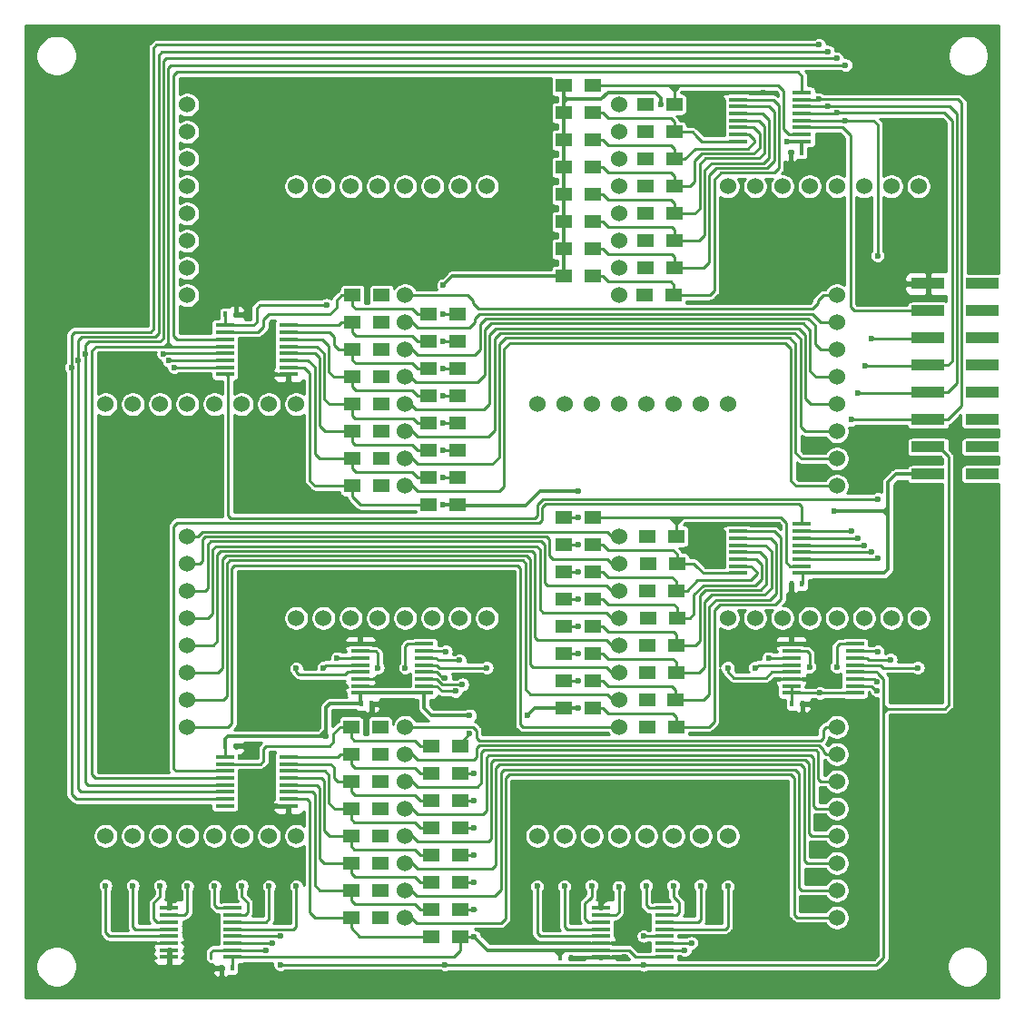
<source format=gbr>
G04 #@! TF.GenerationSoftware,KiCad,Pcbnew,(5.0.0)*
G04 #@! TF.CreationDate,2018-10-21T16:46:55+02:00*
G04 #@! TF.ProjectId,DispalyBoard,44697370616C79426F6172642E6B6963,0.2.1*
G04 #@! TF.SameCoordinates,Original*
G04 #@! TF.FileFunction,Copper,L2,Bot,Signal*
G04 #@! TF.FilePolarity,Positive*
%FSLAX46Y46*%
G04 Gerber Fmt 4.6, Leading zero omitted, Abs format (unit mm)*
G04 Created by KiCad (PCBNEW (5.0.0)) date 10/21/18 16:46:55*
%MOMM*%
%LPD*%
G01*
G04 APERTURE LIST*
G04 #@! TA.AperFunction,ComponentPad*
%ADD10C,1.524000*%
G04 #@! TD*
G04 #@! TA.AperFunction,SMDPad,CuDef*
%ADD11R,1.778000X0.419100*%
G04 #@! TD*
G04 #@! TA.AperFunction,SMDPad,CuDef*
%ADD12R,3.150000X1.000000*%
G04 #@! TD*
G04 #@! TA.AperFunction,SMDPad,CuDef*
%ADD13R,0.398780X0.599440*%
G04 #@! TD*
G04 #@! TA.AperFunction,SMDPad,CuDef*
%ADD14R,1.500000X1.300000*%
G04 #@! TD*
G04 #@! TA.AperFunction,ViaPad*
%ADD15C,0.600000*%
G04 #@! TD*
G04 #@! TA.AperFunction,Conductor*
%ADD16C,0.350000*%
G04 #@! TD*
G04 #@! TA.AperFunction,Conductor*
%ADD17C,0.250000*%
G04 #@! TD*
G04 APERTURE END LIST*
D10*
G04 #@! TO.P,DS4,8*
G04 #@! TO.N,/C24*
X168529000Y-127635000D03*
G04 #@! TO.P,DS4,7*
G04 #@! TO.N,/C23*
X165989000Y-127635000D03*
G04 #@! TO.P,DS4,4*
G04 #@! TO.N,/C20*
X158369000Y-127635000D03*
G04 #@! TO.P,DS4,5*
G04 #@! TO.N,/C21*
X160909000Y-127635000D03*
G04 #@! TO.P,DS4,6*
G04 #@! TO.N,/C22*
X163449000Y-127635000D03*
G04 #@! TO.P,DS4,3*
G04 #@! TO.N,/C19*
X155829000Y-127635000D03*
G04 #@! TO.P,DS4,2*
G04 #@! TO.N,/C18*
X153289000Y-127635000D03*
G04 #@! TO.P,DS4,1*
G04 #@! TO.N,/C17*
X150749000Y-127635000D03*
G04 #@! TO.P,DS4,10*
G04 #@! TO.N,/R31*
X178689000Y-132715000D03*
G04 #@! TO.P,DS4,11*
G04 #@! TO.N,/R30*
X178689000Y-130175000D03*
G04 #@! TO.P,DS4,9*
G04 #@! TO.N,/R32*
X178689000Y-135255000D03*
G04 #@! TO.P,DS4,13*
G04 #@! TO.N,/R28*
X178689000Y-125095000D03*
G04 #@! TO.P,DS4,14*
G04 #@! TO.N,/R27*
X178689000Y-122555000D03*
G04 #@! TO.P,DS4,15*
G04 #@! TO.N,/R26*
X178689000Y-120015000D03*
G04 #@! TO.P,DS4,16*
G04 #@! TO.N,/R25*
X178689000Y-117475000D03*
G04 #@! TO.P,DS4,17*
G04 #@! TO.N,/C32*
X186309000Y-107315000D03*
G04 #@! TO.P,DS4,18*
G04 #@! TO.N,/C31*
X183769000Y-107315000D03*
G04 #@! TO.P,DS4,19*
G04 #@! TO.N,/C30*
X181229000Y-107315000D03*
G04 #@! TO.P,DS4,20*
G04 #@! TO.N,/C29*
X178689000Y-107315000D03*
G04 #@! TO.P,DS4,21*
G04 #@! TO.N,/C28*
X176149000Y-107315000D03*
G04 #@! TO.P,DS4,22*
G04 #@! TO.N,/C27*
X173609000Y-107315000D03*
G04 #@! TO.P,DS4,23*
G04 #@! TO.N,/C26*
X171069000Y-107315000D03*
G04 #@! TO.P,DS4,24*
G04 #@! TO.N,/C25*
X168529000Y-107315000D03*
G04 #@! TO.P,DS4,25*
G04 #@! TO.N,/R17*
X158369000Y-99695000D03*
G04 #@! TO.P,DS4,26*
G04 #@! TO.N,/R18*
X158369000Y-102235000D03*
G04 #@! TO.P,DS4,27*
G04 #@! TO.N,/R19*
X158369000Y-104775000D03*
G04 #@! TO.P,DS4,28*
G04 #@! TO.N,/R20*
X158369000Y-107315000D03*
G04 #@! TO.P,DS4,29*
G04 #@! TO.N,/R21*
X158369000Y-109855000D03*
G04 #@! TO.P,DS4,30*
G04 #@! TO.N,/R22*
X158369000Y-112395000D03*
G04 #@! TO.P,DS4,31*
G04 #@! TO.N,/R23*
X158369000Y-114935000D03*
G04 #@! TO.P,DS4,32*
G04 #@! TO.N,/R24*
X158369000Y-117475000D03*
G04 #@! TO.P,DS4,12*
G04 #@! TO.N,/R29*
X178689000Y-127635000D03*
G04 #@! TD*
G04 #@! TO.P,DS1,8*
G04 #@! TO.N,/C8*
X128270000Y-87376000D03*
G04 #@! TO.P,DS1,7*
G04 #@! TO.N,/C7*
X125730000Y-87376000D03*
G04 #@! TO.P,DS1,4*
G04 #@! TO.N,/C4*
X118110000Y-87376000D03*
G04 #@! TO.P,DS1,5*
G04 #@! TO.N,/C5*
X120650000Y-87376000D03*
G04 #@! TO.P,DS1,6*
G04 #@! TO.N,/C6*
X123190000Y-87376000D03*
G04 #@! TO.P,DS1,3*
G04 #@! TO.N,/C3*
X115570000Y-87376000D03*
G04 #@! TO.P,DS1,2*
G04 #@! TO.N,/C2*
X113030000Y-87376000D03*
G04 #@! TO.P,DS1,1*
G04 #@! TO.N,/C1*
X110490000Y-87376000D03*
G04 #@! TO.P,DS1,10*
G04 #@! TO.N,/R15*
X138430000Y-92456000D03*
G04 #@! TO.P,DS1,11*
G04 #@! TO.N,/R14*
X138430000Y-89916000D03*
G04 #@! TO.P,DS1,9*
G04 #@! TO.N,/R16*
X138430000Y-94996000D03*
G04 #@! TO.P,DS1,13*
G04 #@! TO.N,/R12*
X138430000Y-84836000D03*
G04 #@! TO.P,DS1,14*
G04 #@! TO.N,/R11*
X138430000Y-82296000D03*
G04 #@! TO.P,DS1,15*
G04 #@! TO.N,/R10*
X138430000Y-79756000D03*
G04 #@! TO.P,DS1,16*
G04 #@! TO.N,/R9*
X138430000Y-77216000D03*
G04 #@! TO.P,DS1,17*
G04 #@! TO.N,/C16*
X146050000Y-67056000D03*
G04 #@! TO.P,DS1,18*
G04 #@! TO.N,/C15*
X143510000Y-67056000D03*
G04 #@! TO.P,DS1,19*
G04 #@! TO.N,/C14*
X140970000Y-67056000D03*
G04 #@! TO.P,DS1,20*
G04 #@! TO.N,/C13*
X138430000Y-67056000D03*
G04 #@! TO.P,DS1,21*
G04 #@! TO.N,/C12*
X135890000Y-67056000D03*
G04 #@! TO.P,DS1,22*
G04 #@! TO.N,/C11*
X133350000Y-67056000D03*
G04 #@! TO.P,DS1,23*
G04 #@! TO.N,/C10*
X130810000Y-67056000D03*
G04 #@! TO.P,DS1,24*
G04 #@! TO.N,/C9*
X128270000Y-67056000D03*
G04 #@! TO.P,DS1,25*
G04 #@! TO.N,/R1*
X118110000Y-59436000D03*
G04 #@! TO.P,DS1,26*
G04 #@! TO.N,/R2*
X118110000Y-61976000D03*
G04 #@! TO.P,DS1,27*
G04 #@! TO.N,/R3*
X118110000Y-64516000D03*
G04 #@! TO.P,DS1,28*
G04 #@! TO.N,/R4*
X118110000Y-67056000D03*
G04 #@! TO.P,DS1,29*
G04 #@! TO.N,/R5*
X118110000Y-69596000D03*
G04 #@! TO.P,DS1,30*
G04 #@! TO.N,/R6*
X118110000Y-72136000D03*
G04 #@! TO.P,DS1,31*
G04 #@! TO.N,/R7*
X118110000Y-74676000D03*
G04 #@! TO.P,DS1,32*
G04 #@! TO.N,/R8*
X118110000Y-77216000D03*
G04 #@! TO.P,DS1,12*
G04 #@! TO.N,/R13*
X138430000Y-87376000D03*
G04 #@! TD*
G04 #@! TO.P,DS3,8*
G04 #@! TO.N,/C24*
X168529000Y-87376000D03*
G04 #@! TO.P,DS3,7*
G04 #@! TO.N,/C23*
X165989000Y-87376000D03*
G04 #@! TO.P,DS3,4*
G04 #@! TO.N,/C20*
X158369000Y-87376000D03*
G04 #@! TO.P,DS3,5*
G04 #@! TO.N,/C21*
X160909000Y-87376000D03*
G04 #@! TO.P,DS3,6*
G04 #@! TO.N,/C22*
X163449000Y-87376000D03*
G04 #@! TO.P,DS3,3*
G04 #@! TO.N,/C19*
X155829000Y-87376000D03*
G04 #@! TO.P,DS3,2*
G04 #@! TO.N,/C18*
X153289000Y-87376000D03*
G04 #@! TO.P,DS3,1*
G04 #@! TO.N,/C17*
X150749000Y-87376000D03*
G04 #@! TO.P,DS3,10*
G04 #@! TO.N,/R15*
X178689000Y-92456000D03*
G04 #@! TO.P,DS3,11*
G04 #@! TO.N,/R14*
X178689000Y-89916000D03*
G04 #@! TO.P,DS3,9*
G04 #@! TO.N,/R16*
X178689000Y-94996000D03*
G04 #@! TO.P,DS3,13*
G04 #@! TO.N,/R12*
X178689000Y-84836000D03*
G04 #@! TO.P,DS3,14*
G04 #@! TO.N,/R11*
X178689000Y-82296000D03*
G04 #@! TO.P,DS3,15*
G04 #@! TO.N,/R10*
X178689000Y-79756000D03*
G04 #@! TO.P,DS3,16*
G04 #@! TO.N,/R9*
X178689000Y-77216000D03*
G04 #@! TO.P,DS3,17*
G04 #@! TO.N,/C32*
X186309000Y-67056000D03*
G04 #@! TO.P,DS3,18*
G04 #@! TO.N,/C31*
X183769000Y-67056000D03*
G04 #@! TO.P,DS3,19*
G04 #@! TO.N,/C30*
X181229000Y-67056000D03*
G04 #@! TO.P,DS3,20*
G04 #@! TO.N,/C29*
X178689000Y-67056000D03*
G04 #@! TO.P,DS3,21*
G04 #@! TO.N,/C28*
X176149000Y-67056000D03*
G04 #@! TO.P,DS3,22*
G04 #@! TO.N,/C27*
X173609000Y-67056000D03*
G04 #@! TO.P,DS3,23*
G04 #@! TO.N,/C26*
X171069000Y-67056000D03*
G04 #@! TO.P,DS3,24*
G04 #@! TO.N,/C25*
X168529000Y-67056000D03*
G04 #@! TO.P,DS3,25*
G04 #@! TO.N,/R1*
X158369000Y-59436000D03*
G04 #@! TO.P,DS3,26*
G04 #@! TO.N,/R2*
X158369000Y-61976000D03*
G04 #@! TO.P,DS3,27*
G04 #@! TO.N,/R3*
X158369000Y-64516000D03*
G04 #@! TO.P,DS3,28*
G04 #@! TO.N,/R4*
X158369000Y-67056000D03*
G04 #@! TO.P,DS3,29*
G04 #@! TO.N,/R5*
X158369000Y-69596000D03*
G04 #@! TO.P,DS3,30*
G04 #@! TO.N,/R6*
X158369000Y-72136000D03*
G04 #@! TO.P,DS3,31*
G04 #@! TO.N,/R7*
X158369000Y-74676000D03*
G04 #@! TO.P,DS3,32*
G04 #@! TO.N,/R8*
X158369000Y-77216000D03*
G04 #@! TO.P,DS3,12*
G04 #@! TO.N,/R13*
X178689000Y-87376000D03*
G04 #@! TD*
G04 #@! TO.P,DS2,8*
G04 #@! TO.N,/C8*
X128270000Y-127635000D03*
G04 #@! TO.P,DS2,7*
G04 #@! TO.N,/C7*
X125730000Y-127635000D03*
G04 #@! TO.P,DS2,4*
G04 #@! TO.N,/C4*
X118110000Y-127635000D03*
G04 #@! TO.P,DS2,5*
G04 #@! TO.N,/C5*
X120650000Y-127635000D03*
G04 #@! TO.P,DS2,6*
G04 #@! TO.N,/C6*
X123190000Y-127635000D03*
G04 #@! TO.P,DS2,3*
G04 #@! TO.N,/C3*
X115570000Y-127635000D03*
G04 #@! TO.P,DS2,2*
G04 #@! TO.N,/C2*
X113030000Y-127635000D03*
G04 #@! TO.P,DS2,1*
G04 #@! TO.N,/C1*
X110490000Y-127635000D03*
G04 #@! TO.P,DS2,10*
G04 #@! TO.N,/R31*
X138430000Y-132715000D03*
G04 #@! TO.P,DS2,11*
G04 #@! TO.N,/R30*
X138430000Y-130175000D03*
G04 #@! TO.P,DS2,9*
G04 #@! TO.N,/R32*
X138430000Y-135255000D03*
G04 #@! TO.P,DS2,13*
G04 #@! TO.N,/R28*
X138430000Y-125095000D03*
G04 #@! TO.P,DS2,14*
G04 #@! TO.N,/R27*
X138430000Y-122555000D03*
G04 #@! TO.P,DS2,15*
G04 #@! TO.N,/R26*
X138430000Y-120015000D03*
G04 #@! TO.P,DS2,16*
G04 #@! TO.N,/R25*
X138430000Y-117475000D03*
G04 #@! TO.P,DS2,17*
G04 #@! TO.N,/C16*
X146050000Y-107315000D03*
G04 #@! TO.P,DS2,18*
G04 #@! TO.N,/C15*
X143510000Y-107315000D03*
G04 #@! TO.P,DS2,19*
G04 #@! TO.N,/C14*
X140970000Y-107315000D03*
G04 #@! TO.P,DS2,20*
G04 #@! TO.N,/C13*
X138430000Y-107315000D03*
G04 #@! TO.P,DS2,21*
G04 #@! TO.N,/C12*
X135890000Y-107315000D03*
G04 #@! TO.P,DS2,22*
G04 #@! TO.N,/C11*
X133350000Y-107315000D03*
G04 #@! TO.P,DS2,23*
G04 #@! TO.N,/C10*
X130810000Y-107315000D03*
G04 #@! TO.P,DS2,24*
G04 #@! TO.N,/C9*
X128270000Y-107315000D03*
G04 #@! TO.P,DS2,25*
G04 #@! TO.N,/R17*
X118110000Y-99695000D03*
G04 #@! TO.P,DS2,26*
G04 #@! TO.N,/R18*
X118110000Y-102235000D03*
G04 #@! TO.P,DS2,27*
G04 #@! TO.N,/R19*
X118110000Y-104775000D03*
G04 #@! TO.P,DS2,28*
G04 #@! TO.N,/R20*
X118110000Y-107315000D03*
G04 #@! TO.P,DS2,29*
G04 #@! TO.N,/R21*
X118110000Y-109855000D03*
G04 #@! TO.P,DS2,30*
G04 #@! TO.N,/R22*
X118110000Y-112395000D03*
G04 #@! TO.P,DS2,31*
G04 #@! TO.N,/R23*
X118110000Y-114935000D03*
G04 #@! TO.P,DS2,32*
G04 #@! TO.N,/R24*
X118110000Y-117475000D03*
G04 #@! TO.P,DS2,12*
G04 #@! TO.N,/R29*
X138430000Y-127635000D03*
G04 #@! TD*
D11*
G04 #@! TO.P,U8,16*
G04 #@! TO.N,+3V3*
X175440340Y-62852300D03*
G04 #@! TO.P,U8,15*
G04 #@! TO.N,Net-(R83-Pad2)*
X175440340Y-62202060D03*
G04 #@! TO.P,U8,14*
G04 #@! TO.N,/SIN*
X175440340Y-61551820D03*
G04 #@! TO.P,U8,13*
G04 #@! TO.N,/OE*
X175440340Y-60901580D03*
G04 #@! TO.P,U8,12*
G04 #@! TO.N,/LAT*
X175440340Y-60256420D03*
G04 #@! TO.P,U8,11*
G04 #@! TO.N,/CLK*
X175440340Y-59606180D03*
G04 #@! TO.P,U8,10*
G04 #@! TO.N,/RST*
X175440340Y-58955940D03*
G04 #@! TO.P,U8,9*
G04 #@! TO.N,/MosfetMultiplexer9-16/SIN*
X175440340Y-58305700D03*
G04 #@! TO.P,U8,8*
G04 #@! TO.N,GND*
X169491660Y-58305700D03*
G04 #@! TO.P,U8,7*
G04 #@! TO.N,Net-(R90-Pad2)*
X169491660Y-58955940D03*
G04 #@! TO.P,U8,6*
G04 #@! TO.N,Net-(R89-Pad2)*
X169491660Y-59606180D03*
G04 #@! TO.P,U8,5*
G04 #@! TO.N,Net-(R88-Pad2)*
X169491660Y-60256420D03*
G04 #@! TO.P,U8,4*
G04 #@! TO.N,Net-(R87-Pad2)*
X169491660Y-60901580D03*
G04 #@! TO.P,U8,3*
G04 #@! TO.N,Net-(R86-Pad2)*
X169491660Y-61551820D03*
G04 #@! TO.P,U8,2*
G04 #@! TO.N,Net-(R85-Pad2)*
X169491660Y-62202060D03*
G04 #@! TO.P,U8,1*
G04 #@! TO.N,Net-(R84-Pad2)*
X169491660Y-62852300D03*
G04 #@! TD*
G04 #@! TO.P,U7,16*
G04 #@! TO.N,+3V3*
X121612660Y-80022700D03*
G04 #@! TO.P,U7,15*
G04 #@! TO.N,Net-(R67-Pad2)*
X121612660Y-80672940D03*
G04 #@! TO.P,U7,14*
G04 #@! TO.N,/MosfetMultiplexer9-16/SIN*
X121612660Y-81323180D03*
G04 #@! TO.P,U7,13*
G04 #@! TO.N,/OE*
X121612660Y-81973420D03*
G04 #@! TO.P,U7,12*
G04 #@! TO.N,/LAT*
X121612660Y-82618580D03*
G04 #@! TO.P,U7,11*
G04 #@! TO.N,/CLK*
X121612660Y-83268820D03*
G04 #@! TO.P,U7,10*
G04 #@! TO.N,/RST*
X121612660Y-83919060D03*
G04 #@! TO.P,U7,9*
G04 #@! TO.N,/MosfetMultiplexer17-24/SIN*
X121612660Y-84569300D03*
G04 #@! TO.P,U7,8*
G04 #@! TO.N,GND*
X127561340Y-84569300D03*
G04 #@! TO.P,U7,7*
G04 #@! TO.N,Net-(R74-Pad2)*
X127561340Y-83919060D03*
G04 #@! TO.P,U7,6*
G04 #@! TO.N,Net-(R73-Pad2)*
X127561340Y-83268820D03*
G04 #@! TO.P,U7,5*
G04 #@! TO.N,Net-(R72-Pad2)*
X127561340Y-82618580D03*
G04 #@! TO.P,U7,4*
G04 #@! TO.N,Net-(R71-Pad2)*
X127561340Y-81973420D03*
G04 #@! TO.P,U7,3*
G04 #@! TO.N,Net-(R70-Pad2)*
X127561340Y-81323180D03*
G04 #@! TO.P,U7,2*
G04 #@! TO.N,Net-(R69-Pad2)*
X127561340Y-80672940D03*
G04 #@! TO.P,U7,1*
G04 #@! TO.N,Net-(R68-Pad2)*
X127561340Y-80022700D03*
G04 #@! TD*
G04 #@! TO.P,U6,16*
G04 #@! TO.N,+3V3*
X121612660Y-120281700D03*
G04 #@! TO.P,U6,15*
G04 #@! TO.N,Net-(R51-Pad2)*
X121612660Y-120931940D03*
G04 #@! TO.P,U6,14*
G04 #@! TO.N,/MosfetMultiplexer25-32/SIN*
X121612660Y-121582180D03*
G04 #@! TO.P,U6,13*
G04 #@! TO.N,/OE*
X121612660Y-122232420D03*
G04 #@! TO.P,U6,12*
G04 #@! TO.N,/LAT*
X121612660Y-122877580D03*
G04 #@! TO.P,U6,11*
G04 #@! TO.N,/CLK*
X121612660Y-123527820D03*
G04 #@! TO.P,U6,10*
G04 #@! TO.N,/RST*
X121612660Y-124178060D03*
G04 #@! TO.P,U6,9*
G04 #@! TO.N,/MosfetMultiplexer25-32/SOUT*
X121612660Y-124828300D03*
G04 #@! TO.P,U6,8*
G04 #@! TO.N,GND*
X127561340Y-124828300D03*
G04 #@! TO.P,U6,7*
G04 #@! TO.N,Net-(R58-Pad2)*
X127561340Y-124178060D03*
G04 #@! TO.P,U6,6*
G04 #@! TO.N,Net-(R57-Pad2)*
X127561340Y-123527820D03*
G04 #@! TO.P,U6,5*
G04 #@! TO.N,Net-(R56-Pad2)*
X127561340Y-122877580D03*
G04 #@! TO.P,U6,4*
G04 #@! TO.N,Net-(R55-Pad2)*
X127561340Y-122232420D03*
G04 #@! TO.P,U6,3*
G04 #@! TO.N,Net-(R54-Pad2)*
X127561340Y-121582180D03*
G04 #@! TO.P,U6,2*
G04 #@! TO.N,Net-(R53-Pad2)*
X127561340Y-120931940D03*
G04 #@! TO.P,U6,1*
G04 #@! TO.N,Net-(R52-Pad2)*
X127561340Y-120281700D03*
G04 #@! TD*
G04 #@! TO.P,U5,16*
G04 #@! TO.N,+3V3*
X175440340Y-103111300D03*
G04 #@! TO.P,U5,15*
G04 #@! TO.N,Net-(R35-Pad2)*
X175440340Y-102461060D03*
G04 #@! TO.P,U5,14*
G04 #@! TO.N,/MosfetMultiplexer17-24/SIN*
X175440340Y-101810820D03*
G04 #@! TO.P,U5,13*
G04 #@! TO.N,/OE*
X175440340Y-101160580D03*
G04 #@! TO.P,U5,12*
G04 #@! TO.N,/LAT*
X175440340Y-100515420D03*
G04 #@! TO.P,U5,11*
G04 #@! TO.N,/CLK*
X175440340Y-99865180D03*
G04 #@! TO.P,U5,10*
G04 #@! TO.N,/RST*
X175440340Y-99214940D03*
G04 #@! TO.P,U5,9*
G04 #@! TO.N,/MosfetMultiplexer25-32/SIN*
X175440340Y-98564700D03*
G04 #@! TO.P,U5,8*
G04 #@! TO.N,GND*
X169491660Y-98564700D03*
G04 #@! TO.P,U5,7*
G04 #@! TO.N,Net-(R42-Pad2)*
X169491660Y-99214940D03*
G04 #@! TO.P,U5,6*
G04 #@! TO.N,Net-(R41-Pad2)*
X169491660Y-99865180D03*
G04 #@! TO.P,U5,5*
G04 #@! TO.N,Net-(R40-Pad2)*
X169491660Y-100515420D03*
G04 #@! TO.P,U5,4*
G04 #@! TO.N,Net-(R39-Pad2)*
X169491660Y-101160580D03*
G04 #@! TO.P,U5,3*
G04 #@! TO.N,Net-(R38-Pad2)*
X169491660Y-101810820D03*
G04 #@! TO.P,U5,2*
G04 #@! TO.N,Net-(R37-Pad2)*
X169491660Y-102461060D03*
G04 #@! TO.P,U5,1*
G04 #@! TO.N,Net-(R36-Pad2)*
X169491660Y-103111300D03*
G04 #@! TD*
G04 #@! TO.P,U4,16*
G04 #@! TO.N,+3V3*
X180393340Y-114287300D03*
G04 #@! TO.P,U4,15*
G04 #@! TO.N,/SDA4*
X180393340Y-113637060D03*
G04 #@! TO.P,U4,14*
G04 #@! TO.N,/SCL4*
X180393340Y-112986820D03*
G04 #@! TO.P,U4,13*
G04 #@! TO.N,/RESET*
X180393340Y-112336580D03*
G04 #@! TO.P,U4,12*
G04 #@! TO.N,Net-(R32-Pad1)*
X180393340Y-111691420D03*
G04 #@! TO.P,U4,11*
G04 #@! TO.N,Net-(R31-Pad1)*
X180393340Y-111041180D03*
G04 #@! TO.P,U4,10*
G04 #@! TO.N,Net-(R30-Pad1)*
X180393340Y-110390940D03*
G04 #@! TO.P,U4,9*
G04 #@! TO.N,Net-(R29-Pad1)*
X180393340Y-109740700D03*
G04 #@! TO.P,U4,8*
G04 #@! TO.N,GND*
X174444660Y-109740700D03*
G04 #@! TO.P,U4,7*
G04 #@! TO.N,Net-(R28-Pad1)*
X174444660Y-110390940D03*
G04 #@! TO.P,U4,6*
G04 #@! TO.N,Net-(R27-Pad1)*
X174444660Y-111041180D03*
G04 #@! TO.P,U4,5*
G04 #@! TO.N,Net-(R26-Pad1)*
X174444660Y-111691420D03*
G04 #@! TO.P,U4,4*
G04 #@! TO.N,Net-(R25-Pad1)*
X174444660Y-112336580D03*
G04 #@! TO.P,U4,3*
G04 #@! TO.N,GND*
X174444660Y-112986820D03*
G04 #@! TO.P,U4,2*
G04 #@! TO.N,+3V3*
X174444660Y-113637060D03*
G04 #@! TO.P,U4,1*
X174444660Y-114287300D03*
G04 #@! TD*
G04 #@! TO.P,U3,16*
G04 #@! TO.N,+3V3*
X162613340Y-138925300D03*
G04 #@! TO.P,U3,15*
G04 #@! TO.N,/SDA3*
X162613340Y-138275060D03*
G04 #@! TO.P,U3,14*
G04 #@! TO.N,/SCL3*
X162613340Y-137624820D03*
G04 #@! TO.P,U3,13*
G04 #@! TO.N,/RESET*
X162613340Y-136974580D03*
G04 #@! TO.P,U3,12*
G04 #@! TO.N,Net-(R24-Pad1)*
X162613340Y-136329420D03*
G04 #@! TO.P,U3,11*
G04 #@! TO.N,Net-(R23-Pad1)*
X162613340Y-135679180D03*
G04 #@! TO.P,U3,10*
G04 #@! TO.N,Net-(R22-Pad1)*
X162613340Y-135028940D03*
G04 #@! TO.P,U3,9*
G04 #@! TO.N,Net-(R21-Pad1)*
X162613340Y-134378700D03*
G04 #@! TO.P,U3,8*
G04 #@! TO.N,GND*
X156664660Y-134378700D03*
G04 #@! TO.P,U3,7*
G04 #@! TO.N,Net-(R20-Pad1)*
X156664660Y-135028940D03*
G04 #@! TO.P,U3,6*
G04 #@! TO.N,Net-(R19-Pad1)*
X156664660Y-135679180D03*
G04 #@! TO.P,U3,5*
G04 #@! TO.N,Net-(R18-Pad1)*
X156664660Y-136329420D03*
G04 #@! TO.P,U3,4*
G04 #@! TO.N,Net-(R17-Pad1)*
X156664660Y-136974580D03*
G04 #@! TO.P,U3,3*
G04 #@! TO.N,GND*
X156664660Y-137624820D03*
G04 #@! TO.P,U3,2*
G04 #@! TO.N,+3V3*
X156664660Y-138275060D03*
G04 #@! TO.P,U3,1*
G04 #@! TO.N,GND*
X156664660Y-138925300D03*
G04 #@! TD*
G04 #@! TO.P,U2,16*
G04 #@! TO.N,+3V3*
X140197840Y-114287300D03*
G04 #@! TO.P,U2,15*
G04 #@! TO.N,/SDA2*
X140197840Y-113637060D03*
G04 #@! TO.P,U2,14*
G04 #@! TO.N,/SCL2*
X140197840Y-112986820D03*
G04 #@! TO.P,U2,13*
G04 #@! TO.N,/RESET*
X140197840Y-112336580D03*
G04 #@! TO.P,U2,12*
G04 #@! TO.N,Net-(R16-Pad1)*
X140197840Y-111691420D03*
G04 #@! TO.P,U2,11*
G04 #@! TO.N,Net-(R15-Pad1)*
X140197840Y-111041180D03*
G04 #@! TO.P,U2,10*
G04 #@! TO.N,Net-(R14-Pad1)*
X140197840Y-110390940D03*
G04 #@! TO.P,U2,9*
G04 #@! TO.N,Net-(R13-Pad1)*
X140197840Y-109740700D03*
G04 #@! TO.P,U2,8*
G04 #@! TO.N,GND*
X134249160Y-109740700D03*
G04 #@! TO.P,U2,7*
G04 #@! TO.N,Net-(R12-Pad1)*
X134249160Y-110390940D03*
G04 #@! TO.P,U2,6*
G04 #@! TO.N,Net-(R11-Pad1)*
X134249160Y-111041180D03*
G04 #@! TO.P,U2,5*
G04 #@! TO.N,Net-(R10-Pad1)*
X134249160Y-111691420D03*
G04 #@! TO.P,U2,4*
G04 #@! TO.N,Net-(R9-Pad1)*
X134249160Y-112336580D03*
G04 #@! TO.P,U2,3*
G04 #@! TO.N,GND*
X134249160Y-112986820D03*
G04 #@! TO.P,U2,2*
X134249160Y-113637060D03*
G04 #@! TO.P,U2,1*
G04 #@! TO.N,+3V3*
X134249160Y-114287300D03*
G04 #@! TD*
G04 #@! TO.P,U1,16*
G04 #@! TO.N,+3V3*
X122354340Y-138925300D03*
G04 #@! TO.P,U1,15*
G04 #@! TO.N,/SDA1*
X122354340Y-138275060D03*
G04 #@! TO.P,U1,14*
G04 #@! TO.N,/SCL1*
X122354340Y-137624820D03*
G04 #@! TO.P,U1,13*
G04 #@! TO.N,/RESET*
X122354340Y-136974580D03*
G04 #@! TO.P,U1,12*
G04 #@! TO.N,Net-(R8-Pad1)*
X122354340Y-136329420D03*
G04 #@! TO.P,U1,11*
G04 #@! TO.N,Net-(R7-Pad1)*
X122354340Y-135679180D03*
G04 #@! TO.P,U1,10*
G04 #@! TO.N,Net-(R6-Pad1)*
X122354340Y-135028940D03*
G04 #@! TO.P,U1,9*
G04 #@! TO.N,Net-(R5-Pad1)*
X122354340Y-134378700D03*
G04 #@! TO.P,U1,8*
G04 #@! TO.N,GND*
X116405660Y-134378700D03*
G04 #@! TO.P,U1,7*
G04 #@! TO.N,Net-(R4-Pad1)*
X116405660Y-135028940D03*
G04 #@! TO.P,U1,6*
G04 #@! TO.N,Net-(R3-Pad1)*
X116405660Y-135679180D03*
G04 #@! TO.P,U1,5*
G04 #@! TO.N,Net-(R2-Pad1)*
X116405660Y-136329420D03*
G04 #@! TO.P,U1,4*
G04 #@! TO.N,Net-(R1-Pad1)*
X116405660Y-136974580D03*
G04 #@! TO.P,U1,3*
G04 #@! TO.N,GND*
X116405660Y-137624820D03*
G04 #@! TO.P,U1,2*
X116405660Y-138275060D03*
G04 #@! TO.P,U1,1*
X116405660Y-138925300D03*
G04 #@! TD*
D12*
G04 #@! TO.P,P1,1*
G04 #@! TO.N,/SCL4*
X192263000Y-76123800D03*
G04 #@! TO.P,P1,2*
G04 #@! TO.N,GND*
X187213000Y-76123800D03*
G04 #@! TO.P,P1,3*
G04 #@! TO.N,/SDA4*
X192263000Y-78663800D03*
G04 #@! TO.P,P1,4*
G04 #@! TO.N,/SIN*
X187213000Y-78663800D03*
G04 #@! TO.P,P1,5*
G04 #@! TO.N,/SCL3*
X192263000Y-81203800D03*
G04 #@! TO.P,P1,6*
G04 #@! TO.N,/OE*
X187213000Y-81203800D03*
G04 #@! TO.P,P1,7*
G04 #@! TO.N,/SDA3*
X192263000Y-83743800D03*
G04 #@! TO.P,P1,8*
G04 #@! TO.N,/LAT*
X187213000Y-83743800D03*
G04 #@! TO.P,P1,9*
G04 #@! TO.N,/SCL2*
X192263000Y-86283800D03*
G04 #@! TO.P,P1,10*
G04 #@! TO.N,/CLK*
X187213000Y-86283800D03*
G04 #@! TO.P,P1,11*
G04 #@! TO.N,/SDA2*
X192263000Y-88823800D03*
G04 #@! TO.P,P1,12*
G04 #@! TO.N,/RST*
X187213000Y-88823800D03*
G04 #@! TO.P,P1,13*
G04 #@! TO.N,/SCL1*
X192263000Y-91363800D03*
G04 #@! TO.P,P1,14*
G04 #@! TO.N,/RESET*
X187213000Y-91363800D03*
G04 #@! TO.P,P1,15*
G04 #@! TO.N,/SDA1*
X192263000Y-93903800D03*
G04 #@! TO.P,P1,16*
G04 #@! TO.N,+3V3*
X187213000Y-93903800D03*
G04 #@! TD*
D13*
G04 #@! TO.P,C8,1*
G04 #@! TO.N,+3V3*
X175379380Y-63881000D03*
G04 #@! TO.P,C8,2*
G04 #@! TO.N,GND*
X174378620Y-63881000D03*
G04 #@! TD*
G04 #@! TO.P,C7,1*
G04 #@! TO.N,+3V3*
X174505620Y-115316000D03*
G04 #@! TO.P,C7,2*
G04 #@! TO.N,GND*
X175506380Y-115316000D03*
G04 #@! TD*
G04 #@! TO.P,C6,1*
G04 #@! TO.N,+3V3*
X121673620Y-78994000D03*
G04 #@! TO.P,C6,2*
G04 #@! TO.N,GND*
X122674380Y-78994000D03*
G04 #@! TD*
G04 #@! TO.P,C5,1*
G04 #@! TO.N,+3V3*
X175442880Y-104140000D03*
G04 #@! TO.P,C5,2*
G04 #@! TO.N,GND*
X174442120Y-104140000D03*
G04 #@! TD*
G04 #@! TO.P,C3,1*
G04 #@! TO.N,+3V3*
X152872440Y-139014200D03*
G04 #@! TO.P,C3,2*
G04 #@! TO.N,GND*
X153873200Y-139014200D03*
G04 #@! TD*
G04 #@! TO.P,C2,1*
G04 #@! TO.N,+3V3*
X134310120Y-115316000D03*
G04 #@! TO.P,C2,2*
G04 #@! TO.N,GND*
X135310880Y-115316000D03*
G04 #@! TD*
G04 #@! TO.P,C1,1*
G04 #@! TO.N,+3V3*
X122293380Y-139954000D03*
G04 #@! TO.P,C1,2*
G04 #@! TO.N,GND*
X121292620Y-139954000D03*
G04 #@! TD*
G04 #@! TO.P,C4,1*
G04 #@! TO.N,+3V3*
X121673620Y-119253000D03*
G04 #@! TO.P,C4,2*
G04 #@! TO.N,GND*
X122674380Y-119253000D03*
G04 #@! TD*
D14*
G04 #@! TO.P,R65,1*
G04 #@! TO.N,Net-(Q15-Pad1)*
X136093200Y-132689600D03*
G04 #@! TO.P,R65,2*
G04 #@! TO.N,Net-(R57-Pad2)*
X133393200Y-132689600D03*
G04 #@! TD*
G04 #@! TO.P,R79,1*
G04 #@! TO.N,Net-(Q21-Pad1)*
X136220200Y-87376000D03*
G04 #@! TO.P,R79,2*
G04 #@! TO.N,Net-(R71-Pad2)*
X133520200Y-87376000D03*
G04 #@! TD*
G04 #@! TO.P,R45,1*
G04 #@! TO.N,Net-(Q3-Pad1)*
X161036000Y-104775000D03*
G04 #@! TO.P,R45,2*
G04 #@! TO.N,Net-(R37-Pad2)*
X163736000Y-104775000D03*
G04 #@! TD*
G04 #@! TO.P,R47,1*
G04 #@! TO.N,Net-(Q5-Pad1)*
X161036000Y-109855000D03*
G04 #@! TO.P,R47,2*
G04 #@! TO.N,Net-(R39-Pad2)*
X163736000Y-109855000D03*
G04 #@! TD*
G04 #@! TO.P,R98,1*
G04 #@! TO.N,Net-(Q32-Pad1)*
X160799800Y-77190600D03*
G04 #@! TO.P,R98,2*
G04 #@! TO.N,Net-(R90-Pad2)*
X163499800Y-77190600D03*
G04 #@! TD*
G04 #@! TO.P,R97,1*
G04 #@! TO.N,Net-(Q31-Pad1)*
X160825200Y-74650600D03*
G04 #@! TO.P,R97,2*
G04 #@! TO.N,Net-(R89-Pad2)*
X163525200Y-74650600D03*
G04 #@! TD*
G04 #@! TO.P,R96,1*
G04 #@! TO.N,Net-(Q30-Pad1)*
X160825200Y-72085200D03*
G04 #@! TO.P,R96,2*
G04 #@! TO.N,Net-(R88-Pad2)*
X163525200Y-72085200D03*
G04 #@! TD*
G04 #@! TO.P,R95,1*
G04 #@! TO.N,Net-(Q29-Pad1)*
X160825200Y-69596000D03*
G04 #@! TO.P,R95,2*
G04 #@! TO.N,Net-(R87-Pad2)*
X163525200Y-69596000D03*
G04 #@! TD*
G04 #@! TO.P,R94,1*
G04 #@! TO.N,Net-(Q28-Pad1)*
X160825200Y-67030600D03*
G04 #@! TO.P,R94,2*
G04 #@! TO.N,Net-(R86-Pad2)*
X163525200Y-67030600D03*
G04 #@! TD*
G04 #@! TO.P,R93,1*
G04 #@! TO.N,Net-(Q27-Pad1)*
X160825200Y-64516000D03*
G04 #@! TO.P,R93,2*
G04 #@! TO.N,Net-(R85-Pad2)*
X163525200Y-64516000D03*
G04 #@! TD*
G04 #@! TO.P,R92,1*
G04 #@! TO.N,Net-(Q26-Pad1)*
X160825200Y-61976000D03*
G04 #@! TO.P,R92,2*
G04 #@! TO.N,Net-(R84-Pad2)*
X163525200Y-61976000D03*
G04 #@! TD*
G04 #@! TO.P,R91,1*
G04 #@! TO.N,Net-(Q25-Pad1)*
X160825200Y-59410600D03*
G04 #@! TO.P,R91,2*
G04 #@! TO.N,Net-(R83-Pad2)*
X163525200Y-59410600D03*
G04 #@! TD*
G04 #@! TO.P,R90,1*
G04 #@! TO.N,+3V3*
X153209000Y-75438000D03*
G04 #@! TO.P,R90,2*
G04 #@! TO.N,Net-(R90-Pad2)*
X155909000Y-75438000D03*
G04 #@! TD*
G04 #@! TO.P,R89,1*
G04 #@! TO.N,+3V3*
X153209000Y-72898000D03*
G04 #@! TO.P,R89,2*
G04 #@! TO.N,Net-(R89-Pad2)*
X155909000Y-72898000D03*
G04 #@! TD*
G04 #@! TO.P,R88,1*
G04 #@! TO.N,+3V3*
X153209000Y-70358000D03*
G04 #@! TO.P,R88,2*
G04 #@! TO.N,Net-(R88-Pad2)*
X155909000Y-70358000D03*
G04 #@! TD*
G04 #@! TO.P,R86,1*
G04 #@! TO.N,+3V3*
X153209000Y-65278000D03*
G04 #@! TO.P,R86,2*
G04 #@! TO.N,Net-(R86-Pad2)*
X155909000Y-65278000D03*
G04 #@! TD*
G04 #@! TO.P,R85,1*
G04 #@! TO.N,+3V3*
X153209000Y-62738000D03*
G04 #@! TO.P,R85,2*
G04 #@! TO.N,Net-(R85-Pad2)*
X155909000Y-62738000D03*
G04 #@! TD*
G04 #@! TO.P,R84,1*
G04 #@! TO.N,+3V3*
X153209000Y-60198000D03*
G04 #@! TO.P,R84,2*
G04 #@! TO.N,Net-(R84-Pad2)*
X155909000Y-60198000D03*
G04 #@! TD*
G04 #@! TO.P,R83,1*
G04 #@! TO.N,+3V3*
X153209000Y-57658000D03*
G04 #@! TO.P,R83,2*
G04 #@! TO.N,Net-(R83-Pad2)*
X155909000Y-57658000D03*
G04 #@! TD*
G04 #@! TO.P,R82,1*
G04 #@! TO.N,Net-(Q24-Pad1)*
X136224000Y-94970600D03*
G04 #@! TO.P,R82,2*
G04 #@! TO.N,Net-(R74-Pad2)*
X133524000Y-94970600D03*
G04 #@! TD*
G04 #@! TO.P,R81,1*
G04 #@! TO.N,Net-(Q23-Pad1)*
X136220200Y-92456000D03*
G04 #@! TO.P,R81,2*
G04 #@! TO.N,Net-(R73-Pad2)*
X133520200Y-92456000D03*
G04 #@! TD*
G04 #@! TO.P,R80,1*
G04 #@! TO.N,Net-(Q22-Pad1)*
X136224000Y-89916000D03*
G04 #@! TO.P,R80,2*
G04 #@! TO.N,Net-(R72-Pad2)*
X133524000Y-89916000D03*
G04 #@! TD*
G04 #@! TO.P,R78,1*
G04 #@! TO.N,Net-(Q20-Pad1)*
X136227800Y-84836000D03*
G04 #@! TO.P,R78,2*
G04 #@! TO.N,Net-(R70-Pad2)*
X133527800Y-84836000D03*
G04 #@! TD*
G04 #@! TO.P,R77,1*
G04 #@! TO.N,Net-(Q19-Pad1)*
X136220200Y-82296000D03*
G04 #@! TO.P,R77,2*
G04 #@! TO.N,Net-(R69-Pad2)*
X133520200Y-82296000D03*
G04 #@! TD*
G04 #@! TO.P,R76,1*
G04 #@! TO.N,Net-(Q18-Pad1)*
X136227800Y-79756000D03*
G04 #@! TO.P,R76,2*
G04 #@! TO.N,Net-(R68-Pad2)*
X133527800Y-79756000D03*
G04 #@! TD*
G04 #@! TO.P,R75,1*
G04 #@! TO.N,Net-(Q17-Pad1)*
X136227800Y-77216000D03*
G04 #@! TO.P,R75,2*
G04 #@! TO.N,Net-(R67-Pad2)*
X133527800Y-77216000D03*
G04 #@! TD*
G04 #@! TO.P,R74,1*
G04 #@! TO.N,+3V3*
X143336000Y-96774000D03*
G04 #@! TO.P,R74,2*
G04 #@! TO.N,Net-(R74-Pad2)*
X140636000Y-96774000D03*
G04 #@! TD*
G04 #@! TO.P,R73,1*
G04 #@! TO.N,+3V3*
X143336000Y-94234000D03*
G04 #@! TO.P,R73,2*
G04 #@! TO.N,Net-(R73-Pad2)*
X140636000Y-94234000D03*
G04 #@! TD*
G04 #@! TO.P,R72,1*
G04 #@! TO.N,+3V3*
X143336000Y-91694000D03*
G04 #@! TO.P,R72,2*
G04 #@! TO.N,Net-(R72-Pad2)*
X140636000Y-91694000D03*
G04 #@! TD*
G04 #@! TO.P,R71,1*
G04 #@! TO.N,+3V3*
X143336000Y-89154000D03*
G04 #@! TO.P,R71,2*
G04 #@! TO.N,Net-(R71-Pad2)*
X140636000Y-89154000D03*
G04 #@! TD*
G04 #@! TO.P,R70,1*
G04 #@! TO.N,+3V3*
X143336000Y-86614000D03*
G04 #@! TO.P,R70,2*
G04 #@! TO.N,Net-(R70-Pad2)*
X140636000Y-86614000D03*
G04 #@! TD*
G04 #@! TO.P,R69,1*
G04 #@! TO.N,+3V3*
X143336000Y-84074000D03*
G04 #@! TO.P,R69,2*
G04 #@! TO.N,Net-(R69-Pad2)*
X140636000Y-84074000D03*
G04 #@! TD*
G04 #@! TO.P,R68,1*
G04 #@! TO.N,+3V3*
X143336000Y-81534000D03*
G04 #@! TO.P,R68,2*
G04 #@! TO.N,Net-(R68-Pad2)*
X140636000Y-81534000D03*
G04 #@! TD*
G04 #@! TO.P,R67,1*
G04 #@! TO.N,+3V3*
X143336000Y-78994000D03*
G04 #@! TO.P,R67,2*
G04 #@! TO.N,Net-(R67-Pad2)*
X140636000Y-78994000D03*
G04 #@! TD*
G04 #@! TO.P,R66,1*
G04 #@! TO.N,Net-(Q16-Pad1)*
X136097000Y-135255000D03*
G04 #@! TO.P,R66,2*
G04 #@! TO.N,Net-(R58-Pad2)*
X133397000Y-135255000D03*
G04 #@! TD*
G04 #@! TO.P,R64,1*
G04 #@! TO.N,Net-(Q14-Pad1)*
X136097000Y-130175000D03*
G04 #@! TO.P,R64,2*
G04 #@! TO.N,Net-(R56-Pad2)*
X133397000Y-130175000D03*
G04 #@! TD*
G04 #@! TO.P,R63,1*
G04 #@! TO.N,Net-(Q13-Pad1)*
X136093200Y-127635000D03*
G04 #@! TO.P,R63,2*
G04 #@! TO.N,Net-(R55-Pad2)*
X133393200Y-127635000D03*
G04 #@! TD*
G04 #@! TO.P,R62,1*
G04 #@! TO.N,Net-(Q12-Pad1)*
X136097000Y-125095000D03*
G04 #@! TO.P,R62,2*
G04 #@! TO.N,Net-(R54-Pad2)*
X133397000Y-125095000D03*
G04 #@! TD*
G04 #@! TO.P,R61,1*
G04 #@! TO.N,Net-(Q11-Pad1)*
X136093200Y-122555000D03*
G04 #@! TO.P,R61,2*
G04 #@! TO.N,Net-(R53-Pad2)*
X133393200Y-122555000D03*
G04 #@! TD*
G04 #@! TO.P,R60,1*
G04 #@! TO.N,Net-(Q10-Pad1)*
X136097000Y-120015000D03*
G04 #@! TO.P,R60,2*
G04 #@! TO.N,Net-(R52-Pad2)*
X133397000Y-120015000D03*
G04 #@! TD*
G04 #@! TO.P,R59,1*
G04 #@! TO.N,Net-(Q9-Pad1)*
X136093200Y-117475000D03*
G04 #@! TO.P,R59,2*
G04 #@! TO.N,Net-(R51-Pad2)*
X133393200Y-117475000D03*
G04 #@! TD*
G04 #@! TO.P,R58,1*
G04 #@! TO.N,+3V3*
X143590000Y-137033000D03*
G04 #@! TO.P,R58,2*
G04 #@! TO.N,Net-(R58-Pad2)*
X140890000Y-137033000D03*
G04 #@! TD*
G04 #@! TO.P,R57,1*
G04 #@! TO.N,+3V3*
X143590000Y-134493000D03*
G04 #@! TO.P,R57,2*
G04 #@! TO.N,Net-(R57-Pad2)*
X140890000Y-134493000D03*
G04 #@! TD*
G04 #@! TO.P,R56,1*
G04 #@! TO.N,+3V3*
X143590000Y-131953000D03*
G04 #@! TO.P,R56,2*
G04 #@! TO.N,Net-(R56-Pad2)*
X140890000Y-131953000D03*
G04 #@! TD*
G04 #@! TO.P,R55,1*
G04 #@! TO.N,+3V3*
X143590000Y-129413000D03*
G04 #@! TO.P,R55,2*
G04 #@! TO.N,Net-(R55-Pad2)*
X140890000Y-129413000D03*
G04 #@! TD*
G04 #@! TO.P,R54,1*
G04 #@! TO.N,+3V3*
X143590000Y-126873000D03*
G04 #@! TO.P,R54,2*
G04 #@! TO.N,Net-(R54-Pad2)*
X140890000Y-126873000D03*
G04 #@! TD*
G04 #@! TO.P,R53,1*
G04 #@! TO.N,+3V3*
X143590000Y-124333000D03*
G04 #@! TO.P,R53,2*
G04 #@! TO.N,Net-(R53-Pad2)*
X140890000Y-124333000D03*
G04 #@! TD*
G04 #@! TO.P,R52,1*
G04 #@! TO.N,+3V3*
X143590000Y-121793000D03*
G04 #@! TO.P,R52,2*
G04 #@! TO.N,Net-(R52-Pad2)*
X140890000Y-121793000D03*
G04 #@! TD*
G04 #@! TO.P,R51,1*
G04 #@! TO.N,+3V3*
X143590000Y-119253000D03*
G04 #@! TO.P,R51,2*
G04 #@! TO.N,Net-(R51-Pad2)*
X140890000Y-119253000D03*
G04 #@! TD*
G04 #@! TO.P,R50,1*
G04 #@! TO.N,Net-(Q8-Pad1)*
X161003000Y-117475000D03*
G04 #@! TO.P,R50,2*
G04 #@! TO.N,Net-(R42-Pad2)*
X163703000Y-117475000D03*
G04 #@! TD*
G04 #@! TO.P,R49,1*
G04 #@! TO.N,Net-(Q7-Pad1)*
X160985200Y-114935000D03*
G04 #@! TO.P,R49,2*
G04 #@! TO.N,Net-(R41-Pad2)*
X163685200Y-114935000D03*
G04 #@! TD*
G04 #@! TO.P,R48,1*
G04 #@! TO.N,Net-(Q6-Pad1)*
X161003000Y-112395000D03*
G04 #@! TO.P,R48,2*
G04 #@! TO.N,Net-(R40-Pad2)*
X163703000Y-112395000D03*
G04 #@! TD*
G04 #@! TO.P,R46,1*
G04 #@! TO.N,Net-(Q4-Pad1)*
X161083000Y-107315000D03*
G04 #@! TO.P,R46,2*
G04 #@! TO.N,Net-(R38-Pad2)*
X163783000Y-107315000D03*
G04 #@! TD*
G04 #@! TO.P,R44,1*
G04 #@! TO.N,Net-(Q2-Pad1)*
X161083000Y-102235000D03*
G04 #@! TO.P,R44,2*
G04 #@! TO.N,Net-(R36-Pad2)*
X163783000Y-102235000D03*
G04 #@! TD*
G04 #@! TO.P,R43,1*
G04 #@! TO.N,Net-(Q1-Pad1)*
X161036000Y-99695000D03*
G04 #@! TO.P,R43,2*
G04 #@! TO.N,Net-(R35-Pad2)*
X163736000Y-99695000D03*
G04 #@! TD*
G04 #@! TO.P,R42,1*
G04 #@! TO.N,+3V3*
X153209000Y-115697000D03*
G04 #@! TO.P,R42,2*
G04 #@! TO.N,Net-(R42-Pad2)*
X155909000Y-115697000D03*
G04 #@! TD*
G04 #@! TO.P,R41,1*
G04 #@! TO.N,+3V3*
X153209000Y-113157000D03*
G04 #@! TO.P,R41,2*
G04 #@! TO.N,Net-(R41-Pad2)*
X155909000Y-113157000D03*
G04 #@! TD*
G04 #@! TO.P,R40,1*
G04 #@! TO.N,+3V3*
X153209000Y-110617000D03*
G04 #@! TO.P,R40,2*
G04 #@! TO.N,Net-(R40-Pad2)*
X155909000Y-110617000D03*
G04 #@! TD*
G04 #@! TO.P,R39,1*
G04 #@! TO.N,+3V3*
X153209000Y-108077000D03*
G04 #@! TO.P,R39,2*
G04 #@! TO.N,Net-(R39-Pad2)*
X155909000Y-108077000D03*
G04 #@! TD*
G04 #@! TO.P,R38,1*
G04 #@! TO.N,+3V3*
X153209000Y-105537000D03*
G04 #@! TO.P,R38,2*
G04 #@! TO.N,Net-(R38-Pad2)*
X155909000Y-105537000D03*
G04 #@! TD*
G04 #@! TO.P,R37,1*
G04 #@! TO.N,+3V3*
X153209000Y-102997000D03*
G04 #@! TO.P,R37,2*
G04 #@! TO.N,Net-(R37-Pad2)*
X155909000Y-102997000D03*
G04 #@! TD*
G04 #@! TO.P,R36,1*
G04 #@! TO.N,+3V3*
X153209000Y-100457000D03*
G04 #@! TO.P,R36,2*
G04 #@! TO.N,Net-(R36-Pad2)*
X155909000Y-100457000D03*
G04 #@! TD*
G04 #@! TO.P,R35,1*
G04 #@! TO.N,+3V3*
X153209000Y-97917000D03*
G04 #@! TO.P,R35,2*
G04 #@! TO.N,Net-(R35-Pad2)*
X155909000Y-97917000D03*
G04 #@! TD*
G04 #@! TO.P,R87,1*
G04 #@! TO.N,+3V3*
X153209000Y-67818000D03*
G04 #@! TO.P,R87,2*
G04 #@! TO.N,Net-(R87-Pad2)*
X155909000Y-67818000D03*
G04 #@! TD*
D15*
G04 #@! TO.N,+3V3*
X154559000Y-95440500D03*
X178498500Y-97345500D03*
X149860000Y-116395500D03*
X177139600Y-114300000D03*
X154559000Y-115697000D03*
X144462500Y-116395500D03*
X144843500Y-137033000D03*
X141986000Y-76263500D03*
X154559000Y-97917000D03*
X154559000Y-100457000D03*
X154559000Y-102997000D03*
X154559000Y-105537000D03*
X154559000Y-108077000D03*
X154559000Y-110617000D03*
X154559000Y-113157000D03*
X144462500Y-118110000D03*
X144843500Y-121793000D03*
X144843500Y-124333000D03*
X144843500Y-126873000D03*
X144843500Y-129413000D03*
X144843500Y-131953000D03*
X144843500Y-134493000D03*
X141986000Y-91694000D03*
X141986000Y-96774000D03*
X141986000Y-94234000D03*
X141986000Y-78994000D03*
X141986000Y-81534000D03*
X141986000Y-84074000D03*
X141986000Y-86614000D03*
X141986000Y-89154000D03*
X131089400Y-78105000D03*
X162275198Y-59436000D03*
X174040800Y-62865000D03*
X131064000Y-118300500D03*
G04 #@! TO.N,GND*
X116395500Y-139954000D03*
X167259000Y-98806000D03*
X171831000Y-58293000D03*
X123101100Y-120281700D03*
X137223500Y-115316000D03*
X125857000Y-77152500D03*
X159893000Y-136334500D03*
X157099000Y-133604000D03*
X134683500Y-105473500D03*
X116903500Y-133667500D03*
X177546000Y-64135000D03*
X174752000Y-105664000D03*
X124523500Y-83058000D03*
X118745000Y-85598000D03*
X137223500Y-113284000D03*
X158877000Y-138912600D03*
X183286400Y-76098400D03*
X180848000Y-76098400D03*
G04 #@! TO.N,/CLK*
X180657500Y-99885500D03*
X180657500Y-86296500D03*
X177863500Y-54483000D03*
X177863500Y-59563000D03*
X116395500Y-83312000D03*
X107950000Y-83312000D03*
G04 #@! TO.N,/LAT*
X178689000Y-55118000D03*
X178689000Y-60198000D03*
X115887500Y-82677000D03*
X108585000Y-82677000D03*
X181287999Y-100535580D03*
X181302500Y-83769200D03*
G04 #@! TO.N,/RESET*
X160680400Y-136982200D03*
X160680400Y-139674600D03*
X142163800Y-112887600D03*
X142163800Y-139649200D03*
X126796800Y-136982200D03*
X126796800Y-139649200D03*
G04 #@! TO.N,/RST*
X177038000Y-53848000D03*
X177038000Y-58928000D03*
X116903500Y-83947000D03*
X107315000Y-83947000D03*
X180032500Y-99213041D03*
X180032500Y-88823800D03*
G04 #@! TO.N,/OE*
X181927500Y-81216500D03*
X181927500Y-101155500D03*
X179514500Y-55753000D03*
X179514500Y-60896500D03*
X182499000Y-73533000D03*
G04 #@! TO.N,Net-(Q1-Pad1)*
X161086800Y-99695000D03*
G04 #@! TO.N,Net-(Q2-Pad1)*
X161049051Y-102230137D03*
G04 #@! TO.N,Net-(Q3-Pad1)*
X161112200Y-104775000D03*
G04 #@! TO.N,Net-(Q4-Pad1)*
X161049051Y-107310137D03*
G04 #@! TO.N,Net-(Q5-Pad1)*
X161112200Y-109855000D03*
G04 #@! TO.N,Net-(Q6-Pad1)*
X161003000Y-112395000D03*
G04 #@! TO.N,Net-(Q7-Pad1)*
X161112200Y-114935000D03*
G04 #@! TO.N,Net-(Q8-Pad1)*
X161003000Y-117475000D03*
X161003000Y-117475000D03*
G04 #@! TO.N,Net-(Q9-Pad1)*
X136118600Y-117475000D03*
G04 #@! TO.N,Net-(Q10-Pad1)*
X136180445Y-120028434D03*
G04 #@! TO.N,Net-(Q11-Pad1)*
X136093200Y-122555000D03*
G04 #@! TO.N,Net-(Q12-Pad1)*
X136155753Y-125103907D03*
G04 #@! TO.N,Net-(Q13-Pad1)*
X136118600Y-127635000D03*
G04 #@! TO.N,Net-(Q14-Pad1)*
X136180445Y-130188434D03*
G04 #@! TO.N,Net-(Q15-Pad1)*
X136067800Y-132664200D03*
G04 #@! TO.N,Net-(Q16-Pad1)*
X136120677Y-135261001D03*
G04 #@! TO.N,Net-(Q17-Pad1)*
X136245600Y-77216000D03*
G04 #@! TO.N,Net-(Q18-Pad1)*
X136307559Y-79768723D03*
G04 #@! TO.N,Net-(Q19-Pad1)*
X136245600Y-82296000D03*
G04 #@! TO.N,Net-(Q20-Pad1)*
X136307559Y-84848723D03*
G04 #@! TO.N,Net-(Q21-Pad1)*
X136220200Y-87401400D03*
G04 #@! TO.N,Net-(Q22-Pad1)*
X136286240Y-89921806D03*
G04 #@! TO.N,Net-(Q23-Pad1)*
X136245600Y-92456000D03*
G04 #@! TO.N,Net-(Q24-Pad1)*
X136311366Y-94979255D03*
G04 #@! TO.N,Net-(Q25-Pad1)*
X160832800Y-59436000D03*
G04 #@! TO.N,Net-(Q26-Pad1)*
X160771951Y-61966766D03*
G04 #@! TO.N,Net-(Q27-Pad1)*
X160832800Y-64526160D03*
G04 #@! TO.N,Net-(Q28-Pad1)*
X160750965Y-67014204D03*
G04 #@! TO.N,Net-(Q29-Pad1)*
X160807400Y-69596000D03*
G04 #@! TO.N,Net-(Q30-Pad1)*
X160781390Y-72073551D03*
G04 #@! TO.N,Net-(Q31-Pad1)*
X160832800Y-74676000D03*
G04 #@! TO.N,Net-(Q32-Pad1)*
X160799800Y-77190600D03*
G04 #@! TO.N,Net-(R1-Pad1)*
X110490000Y-132270500D03*
G04 #@! TO.N,Net-(R2-Pad1)*
X113030000Y-132270500D03*
G04 #@! TO.N,Net-(R3-Pad1)*
X115570000Y-132287000D03*
G04 #@! TO.N,Net-(R4-Pad1)*
X118110000Y-132334000D03*
G04 #@! TO.N,Net-(R5-Pad1)*
X120650000Y-132334000D03*
G04 #@! TO.N,Net-(R6-Pad1)*
X123190000Y-132287000D03*
G04 #@! TO.N,Net-(R7-Pad1)*
X125730000Y-132334000D03*
G04 #@! TO.N,Net-(R8-Pad1)*
X128270000Y-132334000D03*
G04 #@! TO.N,Net-(R9-Pad1)*
X128270000Y-112014000D03*
G04 #@! TO.N,Net-(R10-Pad1)*
X130810000Y-111950500D03*
G04 #@! TO.N,Net-(R11-Pad1)*
X132080000Y-111061500D03*
G04 #@! TO.N,Net-(R12-Pad1)*
X135890000Y-111950500D03*
G04 #@! TO.N,Net-(R13-Pad1)*
X138430000Y-111950500D03*
G04 #@! TO.N,Net-(R14-Pad1)*
X142240000Y-110426500D03*
G04 #@! TO.N,Net-(R15-Pad1)*
X143510000Y-111252000D03*
G04 #@! TO.N,Net-(R16-Pad1)*
X146050000Y-111950500D03*
G04 #@! TO.N,Net-(R17-Pad1)*
X150749000Y-132334000D03*
G04 #@! TO.N,Net-(R18-Pad1)*
X153289000Y-132334000D03*
G04 #@! TO.N,Net-(R19-Pad1)*
X155829000Y-132287000D03*
G04 #@! TO.N,Net-(R20-Pad1)*
X158369000Y-132397500D03*
G04 #@! TO.N,Net-(R21-Pad1)*
X160909000Y-132270500D03*
G04 #@! TO.N,Net-(R22-Pad1)*
X163449000Y-132287000D03*
G04 #@! TO.N,Net-(R23-Pad1)*
X165989000Y-132270500D03*
G04 #@! TO.N,Net-(R24-Pad1)*
X168529000Y-132334000D03*
G04 #@! TO.N,Net-(R25-Pad1)*
X168529000Y-111950500D03*
G04 #@! TO.N,Net-(R26-Pad1)*
X171069000Y-111950500D03*
G04 #@! TO.N,Net-(R27-Pad1)*
X172339000Y-111061500D03*
G04 #@! TO.N,Net-(R28-Pad1)*
X176149000Y-111887000D03*
G04 #@! TO.N,Net-(R29-Pad1)*
X178689000Y-111887000D03*
G04 #@! TO.N,Net-(R30-Pad1)*
X182499000Y-110426500D03*
G04 #@! TO.N,Net-(R31-Pad1)*
X183705500Y-111188500D03*
G04 #@! TO.N,Net-(R32-Pad1)*
X186245500Y-111950500D03*
G04 #@! TO.N,/MosfetMultiplexer17-24/SIN*
X182562500Y-101727000D03*
X182562500Y-96202500D03*
G04 #@! TO.N,/SDA1*
X125435200Y-138277600D03*
X192263000Y-93903800D03*
G04 #@! TO.N,/SCL1*
X126060200Y-137617200D03*
X192263000Y-91363800D03*
G04 #@! TO.N,/SDA2*
X192263000Y-88823800D03*
X143129001Y-114137600D03*
X192263000Y-88823800D03*
G04 #@! TO.N,/SCL2*
X192263000Y-86283800D03*
X143764000Y-113512600D03*
G04 #@! TO.N,/SDA3*
X164515800Y-138277600D03*
X192263000Y-83743800D03*
G04 #@! TO.N,/SCL3*
X192263000Y-81203800D03*
X165150800Y-137617200D03*
G04 #@! TO.N,/SDA4*
X192263000Y-78663800D03*
X182445500Y-114071400D03*
G04 #@! TO.N,/SCL4*
X182445500Y-113258225D03*
X192252600Y-76047600D03*
G04 #@! TD*
D16*
G04 #@! TO.N,+3V3*
X156718000Y-58928000D02*
X153209000Y-58928000D01*
X141986000Y-76263500D02*
X142811500Y-75438000D01*
X142811500Y-75438000D02*
X153209000Y-75438000D01*
X153209000Y-75438000D02*
X153209000Y-72898000D01*
X153209000Y-72898000D02*
X153209000Y-70358000D01*
X153209000Y-70358000D02*
X153209000Y-67818000D01*
X153209000Y-67818000D02*
X153209000Y-65278000D01*
X153209000Y-65278000D02*
X153209000Y-62738000D01*
X153209000Y-62738000D02*
X153209000Y-60198000D01*
X153209000Y-60198000D02*
X153209000Y-57658000D01*
X143336000Y-96774000D02*
X141986000Y-96774000D01*
X143399500Y-96837500D02*
X149669500Y-96837500D01*
X151066500Y-95440500D02*
X149669500Y-96837500D01*
X152082500Y-95440500D02*
X151066500Y-95440500D01*
X152082500Y-95440500D02*
X154559000Y-95440500D01*
X143399500Y-96837500D02*
X143336000Y-96774000D01*
X183447500Y-96905000D02*
X183447500Y-95444500D01*
X183447500Y-98996500D02*
X183447500Y-96905000D01*
X178498500Y-97345500D02*
X183447500Y-97345500D01*
X153209000Y-115697000D02*
X154559000Y-115697000D01*
X149860000Y-116395500D02*
X150558500Y-115697000D01*
X150558500Y-115697000D02*
X153209000Y-115697000D01*
X134260500Y-115316000D02*
X134260500Y-114298640D01*
X134260500Y-114298640D02*
X134271840Y-114287300D01*
X134271840Y-114287300D02*
X140197840Y-114287300D01*
X140197840Y-114287300D02*
X140197840Y-115686840D01*
X140197840Y-115686840D02*
X140906500Y-116395500D01*
X140906500Y-116395500D02*
X144462500Y-116395500D01*
X131064000Y-115633500D02*
X131381500Y-115316000D01*
X131381500Y-115316000D02*
X134260500Y-115316000D01*
D17*
X153479500Y-58928000D02*
X153209000Y-59198500D01*
X153289000Y-59118500D02*
X153209000Y-59118500D01*
X153209000Y-59198500D02*
X153289000Y-59118500D01*
X153479500Y-58928000D02*
X153209000Y-58657500D01*
X153225500Y-58737500D02*
X153209000Y-58737500D01*
X153209000Y-58721000D02*
X153225500Y-58737500D01*
X153209000Y-58657500D02*
X153209000Y-58721000D01*
X153209000Y-58928000D02*
X153479500Y-58928000D01*
X153479500Y-58928000D02*
X156718000Y-58928000D01*
X183038750Y-97313750D02*
X183447500Y-97722500D01*
X183388000Y-97599500D02*
X183447500Y-97599500D01*
X183447500Y-97659000D02*
X183388000Y-97599500D01*
X183447500Y-97722500D02*
X183447500Y-97659000D01*
X183007000Y-97345500D02*
X183038750Y-97313750D01*
X183038750Y-97313750D02*
X183447500Y-96905000D01*
X183324500Y-97028000D02*
X183447500Y-97028000D01*
X183447500Y-96905000D02*
X183324500Y-97028000D01*
X183447500Y-97345500D02*
X183007000Y-97345500D01*
X183007000Y-97345500D02*
X178498500Y-97345500D01*
X156664660Y-138275060D02*
X159293560Y-138275060D01*
X159943800Y-138925300D02*
X162613340Y-138925300D01*
X159293560Y-138275060D02*
X159943800Y-138925300D01*
X122354340Y-138925300D02*
X143014700Y-138925300D01*
X143590000Y-138350000D02*
X143590000Y-137033000D01*
X143014700Y-138925300D02*
X143590000Y-138350000D01*
X150558500Y-115697000D02*
X153209000Y-115697000D01*
X183447500Y-98996500D02*
X183447500Y-97599500D01*
X183447500Y-97599500D02*
X183447500Y-97345500D01*
X183447500Y-97345500D02*
X183447500Y-97028000D01*
X183447500Y-97028000D02*
X183447500Y-95444500D01*
X174456000Y-114298640D02*
X174456000Y-115316000D01*
X174444660Y-114287300D02*
X180393340Y-114287300D01*
X174444660Y-114287300D02*
X174444660Y-113637060D01*
X140197840Y-115686840D02*
X140197840Y-114287300D01*
X140906500Y-116395500D02*
X140197840Y-115686840D01*
X144462500Y-116395500D02*
X140906500Y-116395500D01*
X144843500Y-137033000D02*
X143590000Y-137033000D01*
X134260500Y-115316000D02*
X131381500Y-115316000D01*
X131381500Y-115316000D02*
X131064000Y-115633500D01*
X134249160Y-114287300D02*
X140197840Y-114287300D01*
X153209000Y-75438000D02*
X142811500Y-75438000D01*
X153209000Y-57658000D02*
X153209000Y-58737500D01*
X153209000Y-58737500D02*
X153209000Y-58928000D01*
X153209000Y-58928000D02*
X153209000Y-59118500D01*
X153209000Y-59118500D02*
X153209000Y-60198000D01*
X153209000Y-60198000D02*
X153209000Y-62738000D01*
X153209000Y-62738000D02*
X153209000Y-65278000D01*
X153209000Y-65278000D02*
X153209000Y-67818000D01*
X153209000Y-67818000D02*
X153209000Y-70358000D01*
X153209000Y-70358000D02*
X153209000Y-72898000D01*
X153209000Y-72898000D02*
X153209000Y-75438000D01*
X153209000Y-97917000D02*
X154559000Y-97917000D01*
X153209000Y-100457000D02*
X154559000Y-100457000D01*
X153209000Y-102997000D02*
X154559000Y-102997000D01*
X153209000Y-105537000D02*
X154559000Y-105537000D01*
X153209000Y-108077000D02*
X154559000Y-108077000D01*
X153209000Y-110617000D02*
X154559000Y-110617000D01*
X153209000Y-113157000D02*
X154559000Y-113157000D01*
X143590000Y-119253000D02*
X143590000Y-118982500D01*
X143590000Y-118982500D02*
X144462500Y-118110000D01*
X143590000Y-121793000D02*
X144843500Y-121793000D01*
X143590000Y-124333000D02*
X144843500Y-124333000D01*
X143590000Y-126873000D02*
X144843500Y-126873000D01*
X143590000Y-129413000D02*
X144843500Y-129413000D01*
X143590000Y-131953000D02*
X144843500Y-131953000D01*
X143590000Y-134493000D02*
X145034000Y-134493000D01*
X145034000Y-134493000D02*
X144843500Y-134493000D01*
X141986000Y-91694000D02*
X143336000Y-91694000D01*
X141986000Y-94234000D02*
X143336000Y-94234000D01*
X143336000Y-78994000D02*
X141986000Y-78994000D01*
X143336000Y-81534000D02*
X141986000Y-81534000D01*
X143336000Y-84074000D02*
X141986000Y-84074000D01*
X143336000Y-86614000D02*
X141986000Y-86614000D01*
X143336000Y-89154000D02*
X141986000Y-89154000D01*
X121612660Y-120281700D02*
X121612660Y-119264340D01*
X121612660Y-119264340D02*
X121624000Y-119253000D01*
X174456000Y-114298640D02*
X174444660Y-114287300D01*
X134260500Y-114298640D02*
X134249160Y-114287300D01*
X122343000Y-139954000D02*
X122343000Y-138936640D01*
X122343000Y-138936640D02*
X122354340Y-138925300D01*
X121612660Y-119391340D02*
X121624000Y-119380000D01*
X175492500Y-104140000D02*
X175492500Y-103163460D01*
X175492500Y-103163460D02*
X175440340Y-103111300D01*
X121624000Y-78994000D02*
X121624000Y-80011360D01*
X121624000Y-80011360D02*
X121612660Y-80022700D01*
X124256800Y-80022700D02*
X124587000Y-79692500D01*
X124587000Y-78422500D02*
X124904500Y-78105000D01*
X121612660Y-80022700D02*
X124256800Y-80022700D01*
X124587000Y-79692500D02*
X124587000Y-78422500D01*
X124904500Y-78105000D02*
X131064000Y-78105000D01*
D16*
X157353000Y-58293000D02*
X156718000Y-58928000D01*
X162275198Y-58785596D02*
X162275198Y-59436000D01*
X161782602Y-58293000D02*
X162275198Y-58785596D01*
X157353000Y-58293000D02*
X161782602Y-58293000D01*
X175429000Y-62863640D02*
X175440340Y-62852300D01*
X175429000Y-63881000D02*
X175429000Y-62863640D01*
X130505200Y-118287800D02*
X131064000Y-117729000D01*
X130505200Y-118300500D02*
X130505200Y-118287800D01*
X131064000Y-117729000D02*
X131064000Y-115633500D01*
X131064000Y-118300500D02*
X131064000Y-117729000D01*
D17*
X130505200Y-118300500D02*
X131064000Y-118300500D01*
X121920000Y-118300500D02*
X130505200Y-118300500D01*
D16*
X131064000Y-118300500D02*
X121920000Y-118300500D01*
X121624000Y-118596500D02*
X121624000Y-119253000D01*
X121920000Y-118300500D02*
X121624000Y-118596500D01*
X183447500Y-102747000D02*
X183447500Y-98996500D01*
X175440340Y-103111300D02*
X183083200Y-103111300D01*
X183083200Y-103111300D02*
X183447500Y-102747000D01*
X183447500Y-95444500D02*
X183447500Y-94631700D01*
X184175400Y-93903800D02*
X187213000Y-93903800D01*
X183447500Y-94631700D02*
X184175400Y-93903800D01*
X152908000Y-138321400D02*
X152908000Y-138275060D01*
X152891400Y-138338000D02*
X152908000Y-138321400D01*
X152891400Y-138938000D02*
X152891400Y-138338000D01*
X152891400Y-138938000D02*
X152891400Y-138700600D01*
X153314400Y-138277600D02*
X153314400Y-138275060D01*
X152891400Y-138700600D02*
X153314400Y-138277600D01*
D17*
X156664660Y-138275060D02*
X153314400Y-138275060D01*
X153314400Y-138275060D02*
X152908000Y-138275060D01*
D16*
X152891400Y-138938000D02*
X152891400Y-138819800D01*
X152346660Y-138275060D02*
X152323800Y-138275060D01*
X152891400Y-138819800D02*
X152346660Y-138275060D01*
D17*
X152908000Y-138275060D02*
X152323800Y-138275060D01*
X152323800Y-138275060D02*
X146085560Y-138275060D01*
D16*
X146085560Y-138275060D02*
X144843500Y-137033000D01*
X156664660Y-138275060D02*
X146085560Y-138275060D01*
X175427640Y-62865000D02*
X175440340Y-62852300D01*
X174040800Y-62865000D02*
X175427640Y-62865000D01*
D17*
G04 #@! TO.N,GND*
X166878000Y-142684500D02*
X185229500Y-142684500D01*
X116395500Y-142367000D02*
X116713000Y-142684500D01*
X116713000Y-142684500D02*
X166878000Y-142684500D01*
X116395500Y-139954000D02*
X116395500Y-142367000D01*
X186372500Y-141541500D02*
X186372500Y-134937500D01*
X185229500Y-142684500D02*
X186372500Y-141541500D01*
X169491660Y-98564700D02*
X167500300Y-98564700D01*
X167500300Y-98564700D02*
X167259000Y-98806000D01*
X169491660Y-58305700D02*
X171818300Y-58305700D01*
X171818300Y-58305700D02*
X171831000Y-58293000D01*
X135360500Y-115316000D02*
X137223500Y-115316000D01*
X122724000Y-78994000D02*
X122724000Y-78126500D01*
X123698000Y-77152500D02*
X125857000Y-77152500D01*
X122724000Y-78126500D02*
X123698000Y-77152500D01*
X156664660Y-137624820D02*
X159555180Y-137624820D01*
X159893000Y-137287000D02*
X159893000Y-136334500D01*
X159555180Y-137624820D02*
X159893000Y-137287000D01*
X156664660Y-134378700D02*
X156664660Y-134038340D01*
X156664660Y-134038340D02*
X157099000Y-133604000D01*
X134249160Y-109740700D02*
X134249160Y-108384340D01*
X134620000Y-105537000D02*
X134683500Y-105473500D01*
X134620000Y-108013500D02*
X134620000Y-105537000D01*
X134249160Y-108384340D02*
X134620000Y-108013500D01*
X116405660Y-134378700D02*
X116405660Y-133868160D01*
X116606320Y-133667500D02*
X116903500Y-133667500D01*
X116405660Y-133868160D02*
X116606320Y-133667500D01*
X174329000Y-63881000D02*
X174329000Y-64982000D01*
X177546000Y-64198500D02*
X177546000Y-64135000D01*
X176403000Y-65341500D02*
X177546000Y-64198500D01*
X174688500Y-65341500D02*
X176403000Y-65341500D01*
X174329000Y-64982000D02*
X174688500Y-65341500D01*
X174392500Y-104140000D02*
X174392500Y-105304500D01*
X174392500Y-105304500D02*
X174752000Y-105664000D01*
X126034800Y-84569300D02*
X124523500Y-83058000D01*
X127561340Y-84569300D02*
X126034800Y-84569300D01*
X116405660Y-137624820D02*
X114383820Y-137624820D01*
X114383820Y-137624820D02*
X114363500Y-137604500D01*
X134249160Y-113637060D02*
X135917940Y-113637060D01*
X135973820Y-112986820D02*
X134249160Y-112986820D01*
X135973820Y-112986820D02*
X137223500Y-113284000D01*
X135917940Y-113637060D02*
X137223500Y-113284000D01*
X154004100Y-138925300D02*
X153991400Y-138938000D01*
X156664660Y-138925300D02*
X154004100Y-138925300D01*
X156664660Y-138925300D02*
X158864300Y-138925300D01*
X158864300Y-138925300D02*
X158877000Y-138912600D01*
X187213000Y-76123800D02*
X185388000Y-76123800D01*
X185388000Y-76123800D02*
X183311800Y-76123800D01*
X183311800Y-76123800D02*
X183286400Y-76098400D01*
X183286400Y-76098400D02*
X182862136Y-76098400D01*
X182862136Y-76098400D02*
X180848000Y-76098400D01*
G04 #@! TO.N,/R15*
X138430000Y-92456000D02*
X139065000Y-92456000D01*
X139065000Y-92456000D02*
X139573000Y-92964000D01*
X175387000Y-92456000D02*
X178689000Y-92456000D01*
X174856992Y-91925992D02*
X175387000Y-92456000D01*
X174856992Y-81765992D02*
X174856992Y-91925992D01*
X174277012Y-81186012D02*
X174856992Y-81765992D01*
X147794988Y-81186012D02*
X174277012Y-81186012D01*
X147215008Y-81765992D02*
X147794988Y-81186012D01*
X147215008Y-92306992D02*
X147215008Y-81765992D01*
X146558000Y-92964000D02*
X147215008Y-92306992D01*
X139573000Y-92964000D02*
X146558000Y-92964000D01*
G04 #@! TO.N,/R14*
X138430000Y-89916000D02*
X139065000Y-89916000D01*
X139065000Y-89916000D02*
X139573000Y-90424000D01*
X175768000Y-89916000D02*
X178689000Y-89916000D01*
X175306994Y-89454994D02*
X175768000Y-89916000D01*
X175306994Y-81280000D02*
X175306994Y-89454994D01*
X174763004Y-80736010D02*
X175306994Y-81280000D01*
X147320000Y-80736010D02*
X174763004Y-80736010D01*
X146765006Y-81291004D02*
X147320000Y-80736010D01*
X146765006Y-89835994D02*
X146765006Y-81291004D01*
X146177000Y-90424000D02*
X146765006Y-89835994D01*
X139573000Y-90424000D02*
X146177000Y-90424000D01*
G04 #@! TO.N,/R16*
X138430000Y-94996000D02*
X139065000Y-94996000D01*
X139065000Y-94996000D02*
X139573000Y-95504000D01*
X174879000Y-94996000D02*
X178689000Y-94996000D01*
X174406990Y-94523990D02*
X174879000Y-94996000D01*
X174406990Y-82169000D02*
X174406990Y-94523990D01*
X173874004Y-81636014D02*
X174406990Y-82169000D01*
X148209000Y-81636014D02*
X173874004Y-81636014D01*
X147665010Y-82180004D02*
X148209000Y-81636014D01*
X147665010Y-95031990D02*
X147665010Y-82180004D01*
X147193000Y-95504000D02*
X147665010Y-95031990D01*
X139573000Y-95504000D02*
X147193000Y-95504000D01*
G04 #@! TO.N,/R12*
X138430000Y-84836000D02*
X138938000Y-84836000D01*
X138938000Y-84836000D02*
X139446000Y-85344000D01*
X176784000Y-84836000D02*
X178689000Y-84836000D01*
X176206998Y-84258998D02*
X176784000Y-84836000D01*
X176206998Y-80448998D02*
X176206998Y-84258998D01*
X175594006Y-79836006D02*
X176206998Y-80448998D01*
X146431000Y-79836006D02*
X175594006Y-79836006D01*
X145865002Y-80402004D02*
X146431000Y-79836006D01*
X145865002Y-84639998D02*
X145865002Y-80402004D01*
X145161000Y-85344000D02*
X145865002Y-84639998D01*
X139446000Y-85344000D02*
X145161000Y-85344000D01*
G04 #@! TO.N,/R11*
X176657000Y-81788000D02*
X176657000Y-80010000D01*
X177165000Y-82296000D02*
X176657000Y-81788000D01*
X178689000Y-82296000D02*
X177165000Y-82296000D01*
X144907000Y-82804000D02*
X143764000Y-82804000D01*
X145415000Y-82296000D02*
X144907000Y-82804000D01*
X145415000Y-79883000D02*
X145415000Y-82296000D01*
X145911996Y-79386004D02*
X145415000Y-79883000D01*
X176033004Y-79386004D02*
X145911996Y-79386004D01*
X176657000Y-80010000D02*
X176033004Y-79386004D01*
X138430000Y-82296000D02*
X139065000Y-82296000D01*
X139065000Y-82296000D02*
X139573000Y-82804000D01*
X139573000Y-82804000D02*
X143764000Y-82804000D01*
X143764000Y-82804000D02*
X144018000Y-82804000D01*
G04 #@! TO.N,/R10*
X138430000Y-79756000D02*
X139065000Y-79756000D01*
X139065000Y-79756000D02*
X139573000Y-80264000D01*
X139573000Y-80264000D02*
X140589000Y-80264000D01*
X178689000Y-79756000D02*
X177222998Y-79756000D01*
X177222998Y-79756000D02*
X176403000Y-78936002D01*
X176403000Y-78936002D02*
X145345998Y-78936002D01*
X145345998Y-78936002D02*
X144907000Y-79375000D01*
X144907000Y-79375000D02*
X144907000Y-79756000D01*
X144907000Y-79756000D02*
X144399000Y-80264000D01*
X144399000Y-80264000D02*
X140589000Y-80264000D01*
X138430000Y-79756000D02*
X138938000Y-79756000D01*
G04 #@! TO.N,/R9*
X138430000Y-77216000D02*
X144272000Y-77216000D01*
X168402000Y-78486000D02*
X169291000Y-78486000D01*
X145288000Y-78486000D02*
X168402000Y-78486000D01*
X144780000Y-77978000D02*
X145288000Y-78486000D01*
X144780000Y-77724000D02*
X144780000Y-77978000D01*
X144272000Y-77216000D02*
X144780000Y-77724000D01*
X178689000Y-77216000D02*
X177419000Y-77216000D01*
X169164000Y-78486000D02*
X169291000Y-78486000D01*
X177419000Y-77216000D02*
X176911000Y-77724000D01*
X176911000Y-77724000D02*
X176911000Y-77978000D01*
X176911000Y-77978000D02*
X176403000Y-78486000D01*
X176403000Y-78486000D02*
X169164000Y-78486000D01*
X169291000Y-78486000D02*
X169418000Y-78486000D01*
G04 #@! TO.N,/R13*
X138430000Y-87376000D02*
X138938000Y-87376000D01*
X138938000Y-87376000D02*
X139446000Y-87884000D01*
X176276000Y-87376000D02*
X178689000Y-87376000D01*
X175756996Y-86856996D02*
X176276000Y-87376000D01*
X175756996Y-80887996D02*
X175756996Y-86856996D01*
X175155008Y-80286008D02*
X175756996Y-80887996D01*
X146916992Y-80286008D02*
X175155008Y-80286008D01*
X146315004Y-80887996D02*
X146916992Y-80286008D01*
X146315004Y-87364996D02*
X146315004Y-80887996D01*
X145796000Y-87884000D02*
X146315004Y-87364996D01*
X139446000Y-87884000D02*
X145796000Y-87884000D01*
G04 #@! TO.N,/R31*
X138430000Y-132715000D02*
X139001500Y-132715000D01*
X139001500Y-132715000D02*
X139509500Y-133223000D01*
X175450500Y-132715000D02*
X178689000Y-132715000D01*
X175174492Y-132438992D02*
X175450500Y-132715000D01*
X175174492Y-121834492D02*
X175174492Y-132438992D01*
X174785012Y-121445012D02*
X175174492Y-121834492D01*
X147667988Y-121445012D02*
X174785012Y-121445012D01*
X147353012Y-121759988D02*
X147667988Y-121445012D01*
X147353012Y-132681988D02*
X147353012Y-121759988D01*
X146812000Y-133223000D02*
X147353012Y-132681988D01*
X139509500Y-133223000D02*
X146812000Y-133223000D01*
G04 #@! TO.N,/R30*
X138430000Y-130175000D02*
X139065000Y-130175000D01*
X139065000Y-130175000D02*
X139573000Y-130683000D01*
X175895000Y-130175000D02*
X178689000Y-130175000D01*
X175624494Y-129904494D02*
X175895000Y-130175000D01*
X175624494Y-121331994D02*
X175624494Y-129904494D01*
X175287510Y-120995010D02*
X175624494Y-121331994D01*
X147228990Y-120995010D02*
X175287510Y-120995010D01*
X146903010Y-121320990D02*
X147228990Y-120995010D01*
X146903010Y-130337990D02*
X146903010Y-121320990D01*
X146558000Y-130683000D02*
X146903010Y-130337990D01*
X139573000Y-130683000D02*
X146558000Y-130683000D01*
G04 #@! TO.N,/R32*
X138430000Y-135255000D02*
X139001500Y-135255000D01*
X139001500Y-135255000D02*
X139509500Y-135763000D01*
X175006000Y-135255000D02*
X178689000Y-135255000D01*
X174724490Y-134973490D02*
X175006000Y-135255000D01*
X174724490Y-122209990D02*
X174724490Y-134973490D01*
X174409514Y-121895014D02*
X174724490Y-122209990D01*
X148170486Y-121895014D02*
X174409514Y-121895014D01*
X147803014Y-122262486D02*
X148170486Y-121895014D01*
X147803014Y-135343486D02*
X147803014Y-122262486D01*
X147383500Y-135763000D02*
X147803014Y-135343486D01*
X139509500Y-135763000D02*
X147383500Y-135763000D01*
G04 #@! TO.N,/R28*
X138430000Y-125095000D02*
X139065000Y-125095000D01*
X139065000Y-125095000D02*
X139573000Y-125603000D01*
X176784000Y-125095000D02*
X178689000Y-125095000D01*
X176524498Y-124835498D02*
X176784000Y-125095000D01*
X176524498Y-120390498D02*
X176524498Y-124835498D01*
X176229006Y-120095006D02*
X176524498Y-120390498D01*
X146240500Y-120095006D02*
X176229006Y-120095006D01*
X146003006Y-120332500D02*
X146240500Y-120095006D01*
X146003006Y-125268994D02*
X146003006Y-120332500D01*
X145669000Y-125603000D02*
X146003006Y-125268994D01*
X139573000Y-125603000D02*
X145669000Y-125603000D01*
G04 #@! TO.N,/R27*
X138430000Y-122555000D02*
X139065000Y-122555000D01*
X139065000Y-122555000D02*
X139573000Y-123063000D01*
X177228500Y-122555000D02*
X178689000Y-122555000D01*
X176974500Y-122301000D02*
X177228500Y-122555000D01*
X176974500Y-119888000D02*
X176974500Y-122301000D01*
X176731504Y-119645004D02*
X176974500Y-119888000D01*
X145796000Y-119645004D02*
X176731504Y-119645004D01*
X145553004Y-119888000D02*
X145796000Y-119645004D01*
X145553004Y-122670996D02*
X145553004Y-119888000D01*
X145161000Y-123063000D02*
X145553004Y-122670996D01*
X139573000Y-123063000D02*
X145161000Y-123063000D01*
G04 #@! TO.N,/R26*
X148971000Y-119195002D02*
X145351500Y-119195002D01*
X177673000Y-120015000D02*
X177419000Y-119761000D01*
X177419000Y-119761000D02*
X177419000Y-119570500D01*
X177419000Y-119570500D02*
X177043502Y-119195002D01*
X177043502Y-119195002D02*
X148971000Y-119195002D01*
X178689000Y-120015000D02*
X177673000Y-120015000D01*
X139573000Y-120523000D02*
X143446500Y-120523000D01*
X139573000Y-120523000D02*
X139065000Y-120015000D01*
X144843500Y-120523000D02*
X143446500Y-120523000D01*
X145103002Y-120263498D02*
X144843500Y-120523000D01*
X145103002Y-119443500D02*
X145103002Y-120263498D01*
X145351500Y-119195002D02*
X145103002Y-119443500D01*
X138430000Y-120015000D02*
X139065000Y-120015000D01*
G04 #@! TO.N,/R25*
X178689000Y-117475000D02*
X177673000Y-117475000D01*
X177165000Y-118745000D02*
X170434000Y-118745000D01*
X177419000Y-118491000D02*
X177165000Y-118745000D01*
X177419000Y-117729000D02*
X177419000Y-118491000D01*
X177673000Y-117475000D02*
X177419000Y-117729000D01*
X170624500Y-118745000D02*
X170434000Y-118745000D01*
X170434000Y-118745000D02*
X147828000Y-118745000D01*
X144780000Y-117475000D02*
X145097500Y-117792500D01*
X145097500Y-117792500D02*
X145097500Y-118491000D01*
X145097500Y-118491000D02*
X145351500Y-118745000D01*
X145351500Y-118745000D02*
X147828000Y-118745000D01*
X144780000Y-117475000D02*
X138430000Y-117475000D01*
G04 #@! TO.N,/R17*
X118110000Y-99695000D02*
X119126000Y-99695000D01*
X122745500Y-99250500D02*
X138684000Y-99250500D01*
X119570500Y-99250500D02*
X122745500Y-99250500D01*
X119126000Y-99695000D02*
X119570500Y-99250500D01*
X158369000Y-99695000D02*
X157734000Y-99695000D01*
X157734000Y-99695000D02*
X157289500Y-99250500D01*
X157289500Y-99250500D02*
X138684000Y-99250500D01*
X138684000Y-99250500D02*
X138493500Y-99250500D01*
G04 #@! TO.N,/R18*
X151892000Y-101219000D02*
X151892000Y-99954502D01*
X157289500Y-101790500D02*
X152209500Y-101790500D01*
X152209500Y-101790500D02*
X151892000Y-101473000D01*
X151892000Y-101473000D02*
X151892000Y-101219000D01*
X157734000Y-102235000D02*
X157289500Y-101790500D01*
X119316500Y-102235000D02*
X118110000Y-102235000D01*
X119570500Y-101981000D02*
X119316500Y-102235000D01*
X119570500Y-99949000D02*
X119570500Y-101981000D01*
X119818998Y-99700502D02*
X119570500Y-99949000D01*
X151638000Y-99700502D02*
X119818998Y-99700502D01*
X151892000Y-99954502D02*
X151638000Y-99700502D01*
X158369000Y-102235000D02*
X157734000Y-102235000D01*
G04 #@! TO.N,/R19*
X158369000Y-104775000D02*
X157734000Y-104775000D01*
X157734000Y-104775000D02*
X157226000Y-104267000D01*
X119761000Y-104775000D02*
X118110000Y-104775000D01*
X120020502Y-104515498D02*
X119761000Y-104775000D01*
X120020502Y-100451498D02*
X120020502Y-104515498D01*
X120321496Y-100150504D02*
X120020502Y-100451498D01*
X151141004Y-100150504D02*
X120321496Y-100150504D01*
X151441998Y-100451498D02*
X151141004Y-100150504D01*
X151441998Y-104007498D02*
X151441998Y-100451498D01*
X151701500Y-104267000D02*
X151441998Y-104007498D01*
X157226000Y-104267000D02*
X151701500Y-104267000D01*
G04 #@! TO.N,/R20*
X158369000Y-107315000D02*
X157734000Y-107315000D01*
X157734000Y-107315000D02*
X157226000Y-106807000D01*
X120078500Y-107315000D02*
X118110000Y-107315000D01*
X120470504Y-106922996D02*
X120078500Y-107315000D01*
X120470504Y-100890496D02*
X120470504Y-106922996D01*
X120760494Y-100600506D02*
X120470504Y-100890496D01*
X150702006Y-100600506D02*
X120760494Y-100600506D01*
X150991996Y-100890496D02*
X150702006Y-100600506D01*
X150991996Y-106478496D02*
X150991996Y-100890496D01*
X151320500Y-106807000D02*
X150991996Y-106478496D01*
X157226000Y-106807000D02*
X151320500Y-106807000D01*
G04 #@! TO.N,/R21*
X158369000Y-109855000D02*
X157734000Y-109855000D01*
X157734000Y-109855000D02*
X157226000Y-109347000D01*
X157226000Y-109347000D02*
X155575000Y-109347000D01*
X118110000Y-109855000D02*
X120523000Y-109855000D01*
X150812500Y-109347000D02*
X155575000Y-109347000D01*
X155575000Y-109347000D02*
X155765500Y-109347000D01*
X150541994Y-109076494D02*
X150812500Y-109347000D01*
X150541994Y-101329494D02*
X150541994Y-109076494D01*
X150263008Y-101050508D02*
X150541994Y-101329494D01*
X121262992Y-101050508D02*
X150263008Y-101050508D01*
X120920506Y-101392994D02*
X121262992Y-101050508D01*
X120920506Y-109457494D02*
X120920506Y-101392994D01*
X120523000Y-109855000D02*
X120920506Y-109457494D01*
G04 #@! TO.N,/R22*
X158369000Y-112395000D02*
X157734000Y-112395000D01*
X157734000Y-112395000D02*
X157226000Y-111887000D01*
X120967500Y-112395000D02*
X121370508Y-111991992D01*
X121370508Y-111991992D02*
X121370508Y-101831992D01*
X121370508Y-101831992D02*
X121701990Y-101500510D01*
X121701990Y-101500510D02*
X149760510Y-101500510D01*
X149760510Y-101500510D02*
X150091992Y-101831992D01*
X150091992Y-101831992D02*
X150091992Y-111610992D01*
X150091992Y-111610992D02*
X150368000Y-111887000D01*
X150368000Y-111887000D02*
X155575000Y-111887000D01*
X118110000Y-112395000D02*
X120967500Y-112395000D01*
X157226000Y-111887000D02*
X155575000Y-111887000D01*
G04 #@! TO.N,/R23*
X158369000Y-114935000D02*
X157797500Y-114935000D01*
X157797500Y-114935000D02*
X157289500Y-114427000D01*
X121475500Y-114935000D02*
X121820510Y-114589990D01*
X121820510Y-114589990D02*
X121820510Y-102207490D01*
X121820510Y-102207490D02*
X122077488Y-101950512D01*
X122077488Y-101950512D02*
X149385012Y-101950512D01*
X149385012Y-101950512D02*
X149641990Y-102207490D01*
X149641990Y-102207490D02*
X149641990Y-113954990D01*
X149641990Y-113954990D02*
X150114000Y-114427000D01*
X150114000Y-114427000D02*
X155575000Y-114427000D01*
X118110000Y-114935000D02*
X121475500Y-114935000D01*
X157289500Y-114427000D02*
X155575000Y-114427000D01*
G04 #@! TO.N,/R24*
X149191988Y-113792000D02*
X149191988Y-117251488D01*
X121920000Y-117475000D02*
X122270512Y-117124488D01*
X122270512Y-117124488D02*
X122270512Y-102646488D01*
X122270512Y-102646488D02*
X122516486Y-102400514D01*
X122516486Y-102400514D02*
X148882514Y-102400514D01*
X148882514Y-102400514D02*
X149191988Y-102709988D01*
X149191988Y-102709988D02*
X149191988Y-113792000D01*
X118110000Y-117475000D02*
X121920000Y-117475000D01*
X149415500Y-117475000D02*
X158369000Y-117475000D01*
X149191988Y-117251488D02*
X149415500Y-117475000D01*
G04 #@! TO.N,/R29*
X138430000Y-127635000D02*
X139065000Y-127635000D01*
X139065000Y-127635000D02*
X139573000Y-128143000D01*
X176339500Y-127635000D02*
X178689000Y-127635000D01*
X176074496Y-127369996D02*
X176339500Y-127635000D01*
X176074496Y-120892996D02*
X176074496Y-127369996D01*
X175726508Y-120545008D02*
X176074496Y-120892996D01*
X146726492Y-120545008D02*
X175726508Y-120545008D01*
X146453008Y-120818492D02*
X146726492Y-120545008D01*
X146453008Y-127930492D02*
X146453008Y-120818492D01*
X146240500Y-128143000D02*
X146453008Y-127930492D01*
X139573000Y-128143000D02*
X146240500Y-128143000D01*
G04 #@! TO.N,/SIN*
X179217320Y-61551820D02*
X175440340Y-61551820D01*
X179959000Y-62293500D02*
X179217320Y-61551820D01*
X179959000Y-78282800D02*
X179959000Y-62293500D01*
X187213000Y-78663800D02*
X180340000Y-78663800D01*
X180340000Y-78663800D02*
X179959000Y-78282800D01*
G04 #@! TO.N,/CLK*
X180637180Y-99865180D02*
X175440340Y-99865180D01*
X180657500Y-99885500D02*
X180637180Y-99865180D01*
X180657500Y-86296500D02*
X186757500Y-86296500D01*
X175440340Y-59606180D02*
X177820320Y-59606180D01*
X177863500Y-54483000D02*
X171831000Y-54483000D01*
X177820320Y-59606180D02*
X177863500Y-59563000D01*
X107950000Y-83312000D02*
X107950000Y-81407000D01*
X115760500Y-54483000D02*
X171831000Y-54483000D01*
X171831000Y-54483000D02*
X172212000Y-54483000D01*
X115431996Y-54811504D02*
X115760500Y-54483000D01*
X115431996Y-80783004D02*
X115431996Y-54811504D01*
X115136504Y-81078496D02*
X115431996Y-80783004D01*
X108278504Y-81078496D02*
X115136504Y-81078496D01*
X107950000Y-81407000D02*
X108278504Y-81078496D01*
X116438680Y-83268820D02*
X116395500Y-83312000D01*
X121612660Y-83268820D02*
X116438680Y-83268820D01*
X108224320Y-123527820D02*
X107950000Y-123253500D01*
X107950000Y-123253500D02*
X107950000Y-84582000D01*
X108224320Y-123527820D02*
X121612660Y-123527820D01*
X107950000Y-83312000D02*
X107950000Y-84582000D01*
X189038000Y-86283800D02*
X187213000Y-86283800D01*
X177863500Y-59563000D02*
X189026800Y-59563000D01*
X189026800Y-59563000D02*
X189231410Y-59563000D01*
X189231410Y-59563000D02*
X189890400Y-60221990D01*
X189890400Y-60221990D02*
X189890400Y-85431400D01*
X189890400Y-85431400D02*
X189038000Y-86283800D01*
G04 #@! TO.N,/LAT*
X175440340Y-60256420D02*
X178630580Y-60256420D01*
X178689000Y-55118000D02*
X171323000Y-55118000D01*
X178630580Y-60256420D02*
X178689000Y-60198000D01*
X108585000Y-82677000D02*
X108585000Y-81851500D01*
X116141500Y-55118000D02*
X171323000Y-55118000D01*
X171323000Y-55118000D02*
X172212000Y-55118000D01*
X115881998Y-55377502D02*
X116141500Y-55118000D01*
X115881998Y-81216500D02*
X115881998Y-55377502D01*
X115570000Y-81528498D02*
X115881998Y-81216500D01*
X108908002Y-81528498D02*
X115570000Y-81528498D01*
X108585000Y-81851500D02*
X108908002Y-81528498D01*
X115945920Y-82618580D02*
X115887500Y-82677000D01*
X121612660Y-82618580D02*
X115945920Y-82618580D01*
X108844080Y-122877580D02*
X108585000Y-122618500D01*
X108585000Y-122618500D02*
X108585000Y-83439000D01*
X108844080Y-122877580D02*
X121612660Y-122877580D01*
X108585000Y-83502500D02*
X108585000Y-83439000D01*
X108585000Y-82677000D02*
X108585000Y-83502500D01*
X189038000Y-83743800D02*
X189433200Y-83348600D01*
X187213000Y-83743800D02*
X189038000Y-83743800D01*
X189433200Y-60909200D02*
X188722000Y-60198000D01*
X189433200Y-83348600D02*
X189433200Y-60909200D01*
X178689000Y-60198000D02*
X188722000Y-60198000D01*
X175440340Y-100515420D02*
X181267839Y-100515420D01*
X181267839Y-100515420D02*
X181287999Y-100535580D01*
X187187600Y-83769200D02*
X187213000Y-83743800D01*
X181302500Y-83769200D02*
X187187600Y-83769200D01*
G04 #@! TO.N,/RESET*
X183229250Y-115601750D02*
X183356250Y-115728750D01*
X183356250Y-115728750D02*
X183356250Y-115792250D01*
X183356250Y-115792250D02*
X183356250Y-115728750D01*
X183229250Y-115601750D02*
X183070500Y-115443000D01*
X183356250Y-115792250D02*
X183070500Y-116078000D01*
X183070500Y-116078000D02*
X183070500Y-116141500D01*
X183070500Y-116014500D02*
X183134000Y-116014500D01*
X183134000Y-116014500D02*
X183356250Y-115792250D01*
X183356250Y-115792250D02*
X183388000Y-115760500D01*
X183388000Y-115760500D02*
X183070500Y-115760500D01*
X183070500Y-112966500D02*
X182562500Y-112458500D01*
X182440580Y-112336580D02*
X182562500Y-112458500D01*
X180393340Y-112336580D02*
X182440580Y-112336580D01*
X183070500Y-115443000D02*
X183070500Y-112966500D01*
X183070500Y-116141500D02*
X183070500Y-116014500D01*
X183070500Y-116014500D02*
X183070500Y-115760500D01*
X183070500Y-115760500D02*
X183070500Y-115443000D01*
X140197840Y-112336580D02*
X141356080Y-112336580D01*
X141356080Y-112336580D02*
X141605000Y-112585500D01*
X188760100Y-115760500D02*
X183388000Y-115760500D01*
X189113001Y-115407599D02*
X188760100Y-115760500D01*
X189113001Y-92288201D02*
X189113001Y-115407599D01*
X188188600Y-91363800D02*
X189113001Y-92288201D01*
X187213000Y-91363800D02*
X188188600Y-91363800D01*
X162613340Y-136974580D02*
X160688020Y-136974580D01*
X160688020Y-136974580D02*
X160680400Y-136982200D01*
X182384700Y-139674600D02*
X183070500Y-138988800D01*
X160680400Y-139674600D02*
X182384700Y-139674600D01*
X183070500Y-138988800D02*
X183070500Y-116141500D01*
X141605000Y-112585500D02*
X141605000Y-112598200D01*
X141605000Y-112598200D02*
X141894400Y-112887600D01*
X141894400Y-112887600D02*
X142163800Y-112887600D01*
X160680400Y-139674600D02*
X142189200Y-139674600D01*
X142189200Y-139674600D02*
X142163800Y-139649200D01*
X122354340Y-136974580D02*
X126789180Y-136974580D01*
X126789180Y-136974580D02*
X126796800Y-136982200D01*
X142163800Y-139649200D02*
X126796800Y-139649200D01*
G04 #@! TO.N,/RST*
X175440340Y-58955940D02*
X177010060Y-58955940D01*
X177038000Y-53848000D02*
X170815000Y-53848000D01*
X177010060Y-58955940D02*
X177038000Y-58928000D01*
X107315000Y-83947000D02*
X107315000Y-80899000D01*
X115252500Y-53848000D02*
X170815000Y-53848000D01*
X170815000Y-53848000D02*
X170942000Y-53848000D01*
X170942000Y-53848000D02*
X171069000Y-53848000D01*
X114981994Y-54118506D02*
X115252500Y-53848000D01*
X114981994Y-80344006D02*
X114981994Y-54118506D01*
X114697506Y-80628494D02*
X114981994Y-80344006D01*
X107585506Y-80628494D02*
X114697506Y-80628494D01*
X107315000Y-80899000D02*
X107585506Y-80628494D01*
X107731560Y-124178060D02*
X107315000Y-123761500D01*
X107315000Y-123761500D02*
X107315000Y-85534500D01*
X121612660Y-124178060D02*
X107731560Y-124178060D01*
X116931440Y-83919060D02*
X116903500Y-83947000D01*
X116931440Y-83919060D02*
X121612660Y-83919060D01*
X107315000Y-85598000D02*
X107315000Y-85534500D01*
X107315000Y-83947000D02*
X107315000Y-85598000D01*
X189992000Y-58928000D02*
X177038000Y-58928000D01*
X190347600Y-59283600D02*
X190271400Y-59207400D01*
X190347600Y-87514200D02*
X190347600Y-59283600D01*
X189038000Y-88823800D02*
X190347600Y-87514200D01*
X187213000Y-88823800D02*
X189038000Y-88823800D01*
X190271400Y-59207400D02*
X189992000Y-58928000D01*
X175440340Y-99214940D02*
X180030601Y-99214940D01*
X180030601Y-99214940D02*
X180032500Y-99213041D01*
X180032500Y-88823800D02*
X187213000Y-88823800D01*
G04 #@! TO.N,/OE*
X175440340Y-101160580D02*
X181922420Y-101160580D01*
X181927500Y-81216500D02*
X186757500Y-81216500D01*
X181922420Y-101160580D02*
X181927500Y-101155500D01*
X175440340Y-60901580D02*
X179509420Y-60901580D01*
X116332000Y-56007000D02*
X116586000Y-55753000D01*
X116586000Y-55753000D02*
X172847000Y-55753000D01*
X116332000Y-79756000D02*
X116332000Y-81661000D01*
X116332000Y-79756000D02*
X116332000Y-56007000D01*
X179514500Y-55753000D02*
X172847000Y-55753000D01*
X179509420Y-60901580D02*
X179514500Y-60896500D01*
X116014500Y-81978500D02*
X116332000Y-81661000D01*
X116649500Y-81973420D02*
X116644420Y-81973420D01*
X116644420Y-81973420D02*
X116332000Y-81661000D01*
X116332000Y-81973420D02*
X116332000Y-81661000D01*
X109220000Y-91567000D02*
X109220000Y-82359500D01*
X121612660Y-122232420D02*
X109532420Y-122232420D01*
X109220000Y-121920000D02*
X109220000Y-121348500D01*
X109532420Y-122232420D02*
X109220000Y-121920000D01*
X109220000Y-91567000D02*
X109220000Y-121348500D01*
X116014500Y-81978500D02*
X116014500Y-81973420D01*
X109601000Y-81978500D02*
X116014500Y-81978500D01*
X109220000Y-82359500D02*
X109601000Y-81978500D01*
X121612660Y-81973420D02*
X116649500Y-81973420D01*
X116649500Y-81973420D02*
X116332000Y-81973420D01*
X116332000Y-81973420D02*
X116014500Y-81973420D01*
X179514500Y-60896500D02*
X182105300Y-60896500D01*
X182105300Y-60896500D02*
X182499000Y-61290200D01*
X182499000Y-61290200D02*
X182499000Y-73533000D01*
G04 #@! TO.N,Net-(Q2-Pad1)*
X161083000Y-102235000D02*
X161053914Y-102235000D01*
X161053914Y-102235000D02*
X161049051Y-102230137D01*
G04 #@! TO.N,Net-(Q3-Pad1)*
X161036000Y-104775000D02*
X161136000Y-104775000D01*
G04 #@! TO.N,Net-(Q4-Pad1)*
X161083000Y-107315000D02*
X161053914Y-107315000D01*
X161053914Y-107315000D02*
X161049051Y-107310137D01*
G04 #@! TO.N,Net-(Q10-Pad1)*
X136097000Y-120015000D02*
X136167011Y-120015000D01*
X136167011Y-120015000D02*
X136180445Y-120028434D01*
G04 #@! TO.N,Net-(Q12-Pad1)*
X136097000Y-125095000D02*
X136146846Y-125095000D01*
X136146846Y-125095000D02*
X136155753Y-125103907D01*
G04 #@! TO.N,Net-(Q14-Pad1)*
X136097000Y-130175000D02*
X136167011Y-130175000D01*
X136167011Y-130175000D02*
X136180445Y-130188434D01*
G04 #@! TO.N,Net-(Q16-Pad1)*
X136097000Y-135255000D02*
X136114676Y-135255000D01*
X136114676Y-135255000D02*
X136120677Y-135261001D01*
G04 #@! TO.N,Net-(Q18-Pad1)*
X136227800Y-79756000D02*
X136294836Y-79756000D01*
X136294836Y-79756000D02*
X136307559Y-79768723D01*
G04 #@! TO.N,Net-(Q20-Pad1)*
X136227800Y-84836000D02*
X136294836Y-84836000D01*
X136294836Y-84836000D02*
X136307559Y-84848723D01*
G04 #@! TO.N,Net-(Q22-Pad1)*
X136224000Y-89916000D02*
X136280434Y-89916000D01*
X136280434Y-89916000D02*
X136286240Y-89921806D01*
G04 #@! TO.N,Net-(Q24-Pad1)*
X136224000Y-94970600D02*
X136302711Y-94970600D01*
X136302711Y-94970600D02*
X136311366Y-94979255D01*
G04 #@! TO.N,Net-(Q26-Pad1)*
X160825200Y-61976000D02*
X160781185Y-61976000D01*
X160781185Y-61976000D02*
X160771951Y-61966766D01*
G04 #@! TO.N,Net-(Q28-Pad1)*
X160825200Y-67030600D02*
X160767361Y-67030600D01*
X160767361Y-67030600D02*
X160750965Y-67014204D01*
G04 #@! TO.N,Net-(Q30-Pad1)*
X160825200Y-72085200D02*
X160793039Y-72085200D01*
X160793039Y-72085200D02*
X160781390Y-72073551D01*
G04 #@! TO.N,Net-(R1-Pad1)*
X116405660Y-136974580D02*
X110812580Y-136974580D01*
X110490000Y-136652000D02*
X110490000Y-132270500D01*
X110812580Y-136974580D02*
X110490000Y-136652000D01*
G04 #@! TO.N,Net-(R2-Pad1)*
X116405660Y-136329420D02*
X113278920Y-136329420D01*
X113030000Y-136080500D02*
X113030000Y-132270500D01*
X113278920Y-136329420D02*
X113030000Y-136080500D01*
G04 #@! TO.N,Net-(R3-Pad1)*
X115295680Y-135679180D02*
X114998500Y-135382000D01*
X114998500Y-135382000D02*
X114998500Y-134112000D01*
X116405660Y-135679180D02*
X115295680Y-135679180D01*
X114998500Y-133858000D02*
X114998500Y-134112000D01*
X115570000Y-133286500D02*
X114998500Y-133858000D01*
X115570000Y-133032500D02*
X115570000Y-133286500D01*
X115570000Y-133032500D02*
X115570000Y-132287000D01*
G04 #@! TO.N,Net-(R4-Pad1)*
X116405660Y-135028940D02*
X117828060Y-135028940D01*
X118110000Y-134747000D02*
X118110000Y-132334000D01*
X117828060Y-135028940D02*
X118110000Y-134747000D01*
G04 #@! TO.N,Net-(R5-Pad1)*
X122354340Y-134378700D02*
X120916700Y-134378700D01*
X120650000Y-134112000D02*
X120650000Y-132334000D01*
X120916700Y-134378700D02*
X120650000Y-134112000D01*
G04 #@! TO.N,Net-(R6-Pad1)*
X123479560Y-135028940D02*
X123761500Y-134747000D01*
X123761500Y-134747000D02*
X123761500Y-134175500D01*
X122354340Y-135028940D02*
X123479560Y-135028940D01*
X123761500Y-133858000D02*
X123761500Y-134175500D01*
X123190000Y-133286500D02*
X123761500Y-133858000D01*
X123190000Y-133032500D02*
X123190000Y-133286500D01*
X123190000Y-133032500D02*
X123190000Y-132287000D01*
G04 #@! TO.N,Net-(R7-Pad1)*
X122354340Y-135679180D02*
X125432820Y-135679180D01*
X125730000Y-135382000D02*
X125730000Y-132334000D01*
X125432820Y-135679180D02*
X125730000Y-135382000D01*
G04 #@! TO.N,Net-(R8-Pad1)*
X122354340Y-136329420D02*
X128021080Y-136329420D01*
X128270000Y-136080500D02*
X128270000Y-132334000D01*
X128021080Y-136329420D02*
X128270000Y-136080500D01*
G04 #@! TO.N,Net-(R9-Pad1)*
X134249160Y-112336580D02*
X133101080Y-112336580D01*
X128270000Y-112331500D02*
X128270000Y-112014000D01*
X128524000Y-112585500D02*
X128270000Y-112331500D01*
X132852160Y-112585500D02*
X128524000Y-112585500D01*
X133101080Y-112336580D02*
X132852160Y-112585500D01*
G04 #@! TO.N,Net-(R10-Pad1)*
X134249160Y-111691420D02*
X131069080Y-111691420D01*
X131069080Y-111691420D02*
X130810000Y-111950500D01*
G04 #@! TO.N,Net-(R11-Pad1)*
X134249160Y-111041180D02*
X132100320Y-111041180D01*
X132100320Y-111041180D02*
X132080000Y-111061500D01*
G04 #@! TO.N,Net-(R12-Pad1)*
X134249160Y-110390940D02*
X135663940Y-110390940D01*
X135890000Y-110617000D02*
X135890000Y-111950500D01*
X135663940Y-110390940D02*
X135890000Y-110617000D01*
G04 #@! TO.N,Net-(R13-Pad1)*
X140197840Y-109740700D02*
X138671300Y-109740700D01*
X138430000Y-109982000D02*
X138430000Y-111950500D01*
X138671300Y-109740700D02*
X138430000Y-109982000D01*
G04 #@! TO.N,Net-(R14-Pad1)*
X140197840Y-110390940D02*
X142204440Y-110390940D01*
X142204440Y-110390940D02*
X142240000Y-110426500D01*
G04 #@! TO.N,Net-(R15-Pad1)*
X140197840Y-111041180D02*
X141330680Y-111041180D01*
X141541500Y-111252000D02*
X143510000Y-111252000D01*
X141330680Y-111041180D02*
X141541500Y-111252000D01*
G04 #@! TO.N,Net-(R16-Pad1)*
X140197840Y-111691420D02*
X141345920Y-111691420D01*
X141605000Y-111950500D02*
X146050000Y-111950500D01*
X141345920Y-111691420D02*
X141605000Y-111950500D01*
G04 #@! TO.N,Net-(R17-Pad1)*
X156664660Y-136974580D02*
X151008080Y-136974580D01*
X150749000Y-136715500D02*
X150749000Y-132334000D01*
X151008080Y-136974580D02*
X150749000Y-136715500D01*
G04 #@! TO.N,Net-(R18-Pad1)*
X156664660Y-136329420D02*
X153537920Y-136329420D01*
X153289000Y-136080500D02*
X153289000Y-132334000D01*
X153537920Y-136329420D02*
X153289000Y-136080500D01*
G04 #@! TO.N,Net-(R19-Pad1)*
X155194000Y-134175500D02*
X155194000Y-133921500D01*
X155257500Y-133858000D02*
X155194000Y-133921500D01*
X155575000Y-133540500D02*
X155257500Y-133858000D01*
X155829000Y-133286500D02*
X155575000Y-133540500D01*
X155829000Y-132905500D02*
X155829000Y-133286500D01*
X155829000Y-132905500D02*
X155829000Y-132287000D01*
X156664660Y-135679180D02*
X155491180Y-135679180D01*
X155194000Y-135382000D02*
X155194000Y-134175500D01*
X155194000Y-134175500D02*
X155194000Y-134048500D01*
X155491180Y-135679180D02*
X155194000Y-135382000D01*
G04 #@! TO.N,Net-(R20-Pad1)*
X156664660Y-135028940D02*
X158087060Y-135028940D01*
X158369000Y-134747000D02*
X158369000Y-132397500D01*
X158087060Y-135028940D02*
X158369000Y-134747000D01*
G04 #@! TO.N,Net-(R21-Pad1)*
X162613340Y-134378700D02*
X161175700Y-134378700D01*
X160909000Y-134112000D02*
X160909000Y-132270500D01*
X161175700Y-134378700D02*
X160909000Y-134112000D01*
G04 #@! TO.N,Net-(R22-Pad1)*
X162613340Y-135028940D02*
X163738560Y-135028940D01*
X163449000Y-133032500D02*
X163449000Y-132287000D01*
X163449000Y-133286500D02*
X163449000Y-133032500D01*
X164020500Y-133858000D02*
X163449000Y-133286500D01*
X164020500Y-134747000D02*
X164020500Y-133858000D01*
X163738560Y-135028940D02*
X164020500Y-134747000D01*
G04 #@! TO.N,Net-(R23-Pad1)*
X162613340Y-135679180D02*
X165755320Y-135679180D01*
X165989000Y-135445500D02*
X165989000Y-132270500D01*
X165755320Y-135679180D02*
X165989000Y-135445500D01*
G04 #@! TO.N,Net-(R24-Pad1)*
X162613340Y-136329420D02*
X168280080Y-136329420D01*
X168529000Y-136080500D02*
X168529000Y-132334000D01*
X168280080Y-136329420D02*
X168529000Y-136080500D01*
G04 #@! TO.N,Net-(R25-Pad1)*
X174444660Y-112336580D02*
X172651420Y-112336580D01*
X168529000Y-112331500D02*
X168529000Y-111950500D01*
X169100500Y-112903000D02*
X168529000Y-112331500D01*
X172085000Y-112903000D02*
X169100500Y-112903000D01*
X172651420Y-112336580D02*
X172085000Y-112903000D01*
G04 #@! TO.N,Net-(R26-Pad1)*
X174444660Y-111691420D02*
X171391580Y-111691420D01*
X171132500Y-111950500D02*
X171069000Y-111950500D01*
X171391580Y-111691420D02*
X171132500Y-111950500D01*
G04 #@! TO.N,Net-(R27-Pad1)*
X174444660Y-111041180D02*
X172359320Y-111041180D01*
X172359320Y-111041180D02*
X172339000Y-111061500D01*
G04 #@! TO.N,Net-(R28-Pad1)*
X174444660Y-110390940D02*
X175922940Y-110390940D01*
X176149000Y-110617000D02*
X176149000Y-111887000D01*
X175922940Y-110390940D02*
X176149000Y-110617000D01*
G04 #@! TO.N,Net-(R29-Pad1)*
X180393340Y-109740700D02*
X178930300Y-109740700D01*
X178689000Y-109982000D02*
X178689000Y-111887000D01*
X178930300Y-109740700D02*
X178689000Y-109982000D01*
G04 #@! TO.N,Net-(R30-Pad1)*
X182463440Y-110390940D02*
X180393340Y-110390940D01*
X182499000Y-110426500D02*
X182463440Y-110390940D01*
G04 #@! TO.N,Net-(R31-Pad1)*
X180393340Y-111041180D02*
X181526180Y-111041180D01*
X181673500Y-111188500D02*
X183705500Y-111188500D01*
X181526180Y-111041180D02*
X181673500Y-111188500D01*
G04 #@! TO.N,Net-(R32-Pad1)*
X180393340Y-111691420D02*
X182747920Y-111691420D01*
X183007000Y-111950500D02*
X186245500Y-111950500D01*
X182747920Y-111691420D02*
X183007000Y-111950500D01*
G04 #@! TO.N,Net-(R35-Pad2)*
X175440340Y-102461060D02*
X174343060Y-102461060D01*
X171196000Y-97917000D02*
X171323000Y-97917000D01*
X173482000Y-97917000D02*
X171196000Y-97917000D01*
X173990000Y-98425000D02*
X173482000Y-97917000D01*
X173990000Y-102108000D02*
X173990000Y-98425000D01*
X174343060Y-102461060D02*
X173990000Y-102108000D01*
X171323000Y-97917000D02*
X171577000Y-97917000D01*
X163736000Y-99695000D02*
X163736000Y-98519000D01*
X164338000Y-97917000D02*
X171323000Y-97917000D01*
X155909000Y-97917000D02*
X156909000Y-97917000D01*
X163736000Y-98519000D02*
X163720800Y-98519000D01*
X156909000Y-97917000D02*
X163118800Y-97917000D01*
X164109400Y-98044000D02*
X163677600Y-98475800D01*
X164211000Y-98044000D02*
X164109400Y-98044000D01*
X163677600Y-98475800D02*
X163118800Y-97917000D01*
X163720800Y-98519000D02*
X163677600Y-98475800D01*
X164211000Y-98044000D02*
X164338000Y-97917000D01*
X163736000Y-98519000D02*
X164211000Y-98044000D01*
X163677600Y-98475800D02*
X163677600Y-98196400D01*
X163677600Y-98196400D02*
X163830000Y-98044000D01*
X163423600Y-97942400D02*
X163423600Y-97917000D01*
X163677600Y-98196400D02*
X163423600Y-97942400D01*
X163118800Y-97917000D02*
X163423600Y-97917000D01*
X163423600Y-97917000D02*
X164338000Y-97917000D01*
G04 #@! TO.N,Net-(R36-Pad2)*
X169491660Y-103111300D02*
X166230300Y-103111300D01*
X166230300Y-103111300D02*
X165608000Y-102489000D01*
X165354000Y-102235000D02*
X165608000Y-102489000D01*
X163783000Y-102235000D02*
X165354000Y-102235000D01*
X163783000Y-101335000D02*
X163783000Y-102235000D01*
X163413000Y-100965000D02*
X163783000Y-101335000D01*
X157417000Y-100965000D02*
X163413000Y-100965000D01*
X156909000Y-100457000D02*
X157417000Y-100965000D01*
X155909000Y-100457000D02*
X156909000Y-100457000D01*
G04 #@! TO.N,Net-(R37-Pad2)*
X171231990Y-103215010D02*
X171231990Y-103032990D01*
X170660060Y-102461060D02*
X169491660Y-102461060D01*
X166263610Y-103794990D02*
X170652010Y-103794990D01*
X171231990Y-103032990D02*
X170660060Y-102461060D01*
X170652010Y-103794990D02*
X171231990Y-103215010D01*
X165716010Y-103794990D02*
X166263610Y-103794990D01*
X164736000Y-104775000D02*
X165716010Y-103794990D01*
X163736000Y-104775000D02*
X164736000Y-104775000D01*
X163736000Y-103875000D02*
X163736000Y-104775000D01*
X163340600Y-103479600D02*
X163736000Y-103875000D01*
X157391600Y-103479600D02*
X163340600Y-103479600D01*
X156909000Y-102997000D02*
X157391600Y-103479600D01*
X155909000Y-102997000D02*
X156909000Y-102997000D01*
G04 #@! TO.N,Net-(R38-Pad2)*
X171152820Y-101810820D02*
X169491660Y-101810820D01*
X171681992Y-102339992D02*
X171152820Y-101810820D01*
X171681992Y-103654008D02*
X171681992Y-102339992D01*
X171091008Y-104244992D02*
X171681992Y-103654008D01*
X166263610Y-104244992D02*
X171091008Y-104244992D01*
X163783000Y-107315000D02*
X164973000Y-107315000D01*
X165352602Y-106935398D02*
X165352602Y-105156000D01*
X164973000Y-107315000D02*
X165352602Y-106935398D01*
X165352602Y-105156000D02*
X166263610Y-104244992D01*
X156909000Y-105537000D02*
X157417000Y-106045000D01*
X155909000Y-105537000D02*
X156909000Y-105537000D01*
X157417000Y-106045000D02*
X163474400Y-106045000D01*
X163783000Y-106353600D02*
X163783000Y-107315000D01*
X163474400Y-106045000D02*
X163783000Y-106353600D01*
G04 #@! TO.N,Net-(R39-Pad2)*
X167259000Y-104694994D02*
X171577000Y-104694994D01*
X171518580Y-101160580D02*
X169491660Y-101160580D01*
X172131994Y-101773994D02*
X171518580Y-101160580D01*
X172131994Y-104140000D02*
X172131994Y-101773994D01*
X171577000Y-104694994D02*
X172131994Y-104140000D01*
X166450006Y-104694994D02*
X167259000Y-104694994D01*
X167259000Y-104694994D02*
X167386000Y-104694994D01*
X165908994Y-105236006D02*
X166450006Y-104694994D01*
X165908994Y-109427006D02*
X165908994Y-107442000D01*
X165481000Y-109855000D02*
X165908994Y-109427006D01*
X163736000Y-109855000D02*
X165481000Y-109855000D01*
X165908994Y-107442000D02*
X165908994Y-105236006D01*
X163736000Y-108821200D02*
X163736000Y-109855000D01*
X163499800Y-108585000D02*
X163736000Y-108821200D01*
X157417000Y-108585000D02*
X163499800Y-108585000D01*
X155909000Y-108077000D02*
X156909000Y-108077000D01*
X156909000Y-108077000D02*
X157417000Y-108585000D01*
G04 #@! TO.N,Net-(R40-Pad2)*
X166358996Y-110109000D02*
X166358996Y-105802004D01*
X171969004Y-105144996D02*
X172581996Y-104532004D01*
X166358996Y-105802004D02*
X167016004Y-105144996D01*
X172581996Y-104532004D02*
X172581996Y-101080996D01*
X167016004Y-105144996D02*
X171969004Y-105144996D01*
X172581996Y-101080996D02*
X172016420Y-100515420D01*
X172016420Y-100515420D02*
X169491660Y-100515420D01*
X163703000Y-112395000D02*
X165862000Y-112395000D01*
X166358996Y-111898004D02*
X166358996Y-110109000D01*
X165862000Y-112395000D02*
X166358996Y-111898004D01*
X156909000Y-110617000D02*
X157417000Y-111125000D01*
X155909000Y-110617000D02*
X156909000Y-110617000D01*
X157417000Y-111125000D02*
X163423600Y-111125000D01*
X163703000Y-111404400D02*
X163703000Y-112395000D01*
X163423600Y-111125000D02*
X163703000Y-111404400D01*
G04 #@! TO.N,Net-(R41-Pad2)*
X172509180Y-99865180D02*
X169491660Y-99865180D01*
X167455002Y-105594998D02*
X172466000Y-105594998D01*
X173031998Y-100387998D02*
X172509180Y-99865180D01*
X172466000Y-105594998D02*
X173031998Y-105029000D01*
X166808998Y-106241002D02*
X167455002Y-105594998D01*
X173031998Y-105029000D02*
X173031998Y-100387998D01*
X166808998Y-113792000D02*
X166808998Y-106241002D01*
X166300998Y-114935000D02*
X166808998Y-114427000D01*
X163431200Y-114935000D02*
X166300998Y-114935000D01*
X166808998Y-113792000D02*
X166808998Y-114427000D01*
X163685200Y-114035000D02*
X163685200Y-114935000D01*
X163315200Y-113665000D02*
X163685200Y-114035000D01*
X157417000Y-113665000D02*
X163315200Y-113665000D01*
X156909000Y-113157000D02*
X157417000Y-113665000D01*
X155909000Y-113157000D02*
X156909000Y-113157000D01*
G04 #@! TO.N,Net-(R42-Pad2)*
X173482000Y-105537000D02*
X173482000Y-99822000D01*
X172974000Y-106045000D02*
X173482000Y-105537000D01*
X170053000Y-106045000D02*
X172974000Y-106045000D01*
X172874940Y-99214940D02*
X169491660Y-99214940D01*
X173482000Y-99822000D02*
X172874940Y-99214940D01*
X170180000Y-106045000D02*
X170053000Y-106045000D01*
X167259000Y-113538000D02*
X167259000Y-106553000D01*
X167259000Y-106553000D02*
X167767000Y-106045000D01*
X167259008Y-116966992D02*
X167259008Y-113538008D01*
X163402000Y-117475000D02*
X166751000Y-117475000D01*
X167767000Y-106045000D02*
X168529000Y-106045000D01*
X166751000Y-117475000D02*
X167259008Y-116966992D01*
X168529000Y-106045000D02*
X170053000Y-106045000D01*
X167259008Y-113538008D02*
X167259000Y-113538000D01*
X156909000Y-115697000D02*
X157417000Y-116205000D01*
X155909000Y-115697000D02*
X156909000Y-115697000D01*
X157417000Y-116205000D02*
X163372800Y-116205000D01*
X163703000Y-116535200D02*
X163703000Y-117475000D01*
X163372800Y-116205000D02*
X163703000Y-116535200D01*
G04 #@! TO.N,Net-(R51-Pad2)*
X124940060Y-120931940D02*
X121612660Y-120931940D01*
X125222000Y-120650000D02*
X124940060Y-120931940D01*
X125222000Y-119507000D02*
X125222000Y-120650000D01*
X125476000Y-119253000D02*
X125222000Y-119507000D01*
X132393200Y-117475000D02*
X131749800Y-118118400D01*
X133393200Y-117475000D02*
X132393200Y-117475000D01*
X131749800Y-118846600D02*
X131343400Y-119253000D01*
X131749800Y-118118400D02*
X131749800Y-118846600D01*
X131343400Y-119253000D02*
X125476000Y-119253000D01*
X139890000Y-119253000D02*
X139382000Y-118745000D01*
X140890000Y-119253000D02*
X139890000Y-119253000D01*
X139382000Y-118745000D02*
X133705600Y-118745000D01*
X133393200Y-118432600D02*
X133393200Y-117475000D01*
X133705600Y-118745000D02*
X133393200Y-118432600D01*
G04 #@! TO.N,Net-(R52-Pad2)*
X132130300Y-120281700D02*
X131572000Y-120281700D01*
X132397000Y-120015000D02*
X132130300Y-120281700D01*
X133397000Y-120015000D02*
X132397000Y-120015000D01*
X131572000Y-120281700D02*
X127561340Y-120281700D01*
X139890000Y-121793000D02*
X139382000Y-121285000D01*
X140890000Y-121793000D02*
X139890000Y-121793000D01*
X139382000Y-121285000D02*
X133731000Y-121285000D01*
X133397000Y-120951000D02*
X133397000Y-120015000D01*
X133731000Y-121285000D02*
X133397000Y-120951000D01*
G04 #@! TO.N,Net-(R53-Pad2)*
X131472940Y-120931940D02*
X127561340Y-120931940D01*
X131790010Y-121249010D02*
X131472940Y-120931940D01*
X132145610Y-122555000D02*
X131790010Y-122199400D01*
X133393200Y-122555000D02*
X132145610Y-122555000D01*
X131790010Y-122199400D02*
X131790010Y-121249010D01*
X139890000Y-124333000D02*
X139382000Y-123825000D01*
X140890000Y-124333000D02*
X139890000Y-124333000D01*
X139382000Y-123825000D02*
X133731000Y-123825000D01*
X133393200Y-123487200D02*
X133393200Y-122555000D01*
X133731000Y-123825000D02*
X133393200Y-123487200D01*
G04 #@! TO.N,Net-(R54-Pad2)*
X130980180Y-121582180D02*
X127561340Y-121582180D01*
X131340008Y-121942008D02*
X130980180Y-121582180D01*
X131873408Y-125095000D02*
X131340008Y-124561600D01*
X133397000Y-125095000D02*
X131873408Y-125095000D01*
X131340008Y-124561600D02*
X131340008Y-121942008D01*
X139890000Y-126873000D02*
X139382000Y-126365000D01*
X140890000Y-126873000D02*
X139890000Y-126873000D01*
X139382000Y-126365000D02*
X133705600Y-126365000D01*
X133397000Y-126056400D02*
X133397000Y-125095000D01*
X133705600Y-126365000D02*
X133397000Y-126056400D01*
G04 #@! TO.N,Net-(R55-Pad2)*
X130614420Y-122232420D02*
X127561340Y-122232420D01*
X130890006Y-122508006D02*
X130614420Y-122232420D01*
X131398006Y-127635000D02*
X130890006Y-127127000D01*
X133393200Y-127635000D02*
X131398006Y-127635000D01*
X130890006Y-127127000D02*
X130890006Y-122508006D01*
X139890000Y-129413000D02*
X139382000Y-128905000D01*
X140890000Y-129413000D02*
X139890000Y-129413000D01*
X139382000Y-128905000D02*
X133705600Y-128905000D01*
X133393200Y-128592600D02*
X133393200Y-127635000D01*
X133705600Y-128905000D02*
X133393200Y-128592600D01*
G04 #@! TO.N,Net-(R56-Pad2)*
X130180080Y-122877580D02*
X127561340Y-122877580D01*
X130440004Y-123137504D02*
X130180080Y-122877580D01*
X130871804Y-130175000D02*
X130440004Y-129743200D01*
X133397000Y-130175000D02*
X130871804Y-130175000D01*
X130440004Y-129743200D02*
X130440004Y-123137504D01*
X139890000Y-131953000D02*
X139382000Y-131445000D01*
X140890000Y-131953000D02*
X139890000Y-131953000D01*
X139382000Y-131445000D02*
X133731000Y-131445000D01*
X133397000Y-131111000D02*
X133397000Y-130175000D01*
X133731000Y-131445000D02*
X133397000Y-131111000D01*
G04 #@! TO.N,Net-(R57-Pad2)*
X129750820Y-123527820D02*
X127561340Y-123527820D01*
X129990002Y-123767002D02*
X129750820Y-123527820D01*
X130472602Y-132689600D02*
X129990002Y-132207000D01*
X133393200Y-132689600D02*
X130472602Y-132689600D01*
X129990002Y-132207000D02*
X129990002Y-123767002D01*
X139890000Y-134493000D02*
X139382000Y-133985000D01*
X140890000Y-134493000D02*
X139890000Y-134493000D01*
X139382000Y-133985000D02*
X133731000Y-133985000D01*
X133393200Y-133647200D02*
X133393200Y-132689600D01*
X133731000Y-133985000D02*
X133393200Y-133647200D01*
G04 #@! TO.N,Net-(R58-Pad2)*
X129540000Y-134239000D02*
X129540000Y-124460000D01*
X129258060Y-124178060D02*
X127561340Y-124178060D01*
X129540000Y-124460000D02*
X129258060Y-124178060D01*
X130048000Y-135255000D02*
X129540000Y-134747000D01*
X133397000Y-135255000D02*
X130048000Y-135255000D01*
X129540000Y-134747000D02*
X129540000Y-134239000D01*
X133397000Y-136241800D02*
X133397000Y-135255000D01*
X140890000Y-137033000D02*
X134188200Y-137033000D01*
X134188200Y-137033000D02*
X133397000Y-136241800D01*
G04 #@! TO.N,Net-(R67-Pad2)*
X121640600Y-80645000D02*
X124206000Y-80645000D01*
X125730000Y-78994000D02*
X125222000Y-79502000D01*
X125222000Y-79502000D02*
X125222000Y-80137000D01*
X125222000Y-80137000D02*
X124714000Y-80645000D01*
X124714000Y-80645000D02*
X124206000Y-80645000D01*
X121640600Y-80645000D02*
X121612660Y-80672940D01*
X132527800Y-77216000D02*
X132029200Y-77714600D01*
X133527800Y-77216000D02*
X132527800Y-77216000D01*
X132029200Y-78359000D02*
X131394200Y-78994000D01*
X132029200Y-77714600D02*
X132029200Y-78359000D01*
X125730000Y-78994000D02*
X131394200Y-78994000D01*
X139636000Y-78994000D02*
X139128000Y-78486000D01*
X140636000Y-78994000D02*
X139636000Y-78994000D01*
X139128000Y-78486000D02*
X133832600Y-78486000D01*
X133527800Y-78181200D02*
X133527800Y-77216000D01*
X133832600Y-78486000D02*
X133527800Y-78181200D01*
G04 #@! TO.N,Net-(R68-Pad2)*
X132261100Y-80022700D02*
X131089400Y-80022700D01*
X132527800Y-79756000D02*
X132261100Y-80022700D01*
X133527800Y-79756000D02*
X132527800Y-79756000D01*
X131089400Y-80022700D02*
X127561340Y-80022700D01*
X139636000Y-81534000D02*
X139128000Y-81026000D01*
X140636000Y-81534000D02*
X139636000Y-81534000D01*
X139128000Y-81026000D02*
X133858000Y-81026000D01*
X133527800Y-80695800D02*
X133527800Y-79756000D01*
X133858000Y-81026000D02*
X133527800Y-80695800D01*
G04 #@! TO.N,Net-(R69-Pad2)*
X131345940Y-80672940D02*
X127561340Y-80672940D01*
X131790010Y-81117010D02*
X131345940Y-80672940D01*
X132221810Y-82296000D02*
X131790010Y-81864200D01*
X133520200Y-82296000D02*
X132221810Y-82296000D01*
X131790010Y-81864200D02*
X131790010Y-81117010D01*
X139636000Y-84074000D02*
X139128000Y-83566000D01*
X140636000Y-84074000D02*
X139636000Y-84074000D01*
X139128000Y-83566000D02*
X133832600Y-83566000D01*
X133520200Y-83253600D02*
X133520200Y-82296000D01*
X133832600Y-83566000D02*
X133520200Y-83253600D01*
G04 #@! TO.N,Net-(R70-Pad2)*
X131340008Y-81937008D02*
X130726180Y-81323180D01*
X130726180Y-81323180D02*
X127561340Y-81323180D01*
X131797208Y-84836000D02*
X131340008Y-84378800D01*
X133527800Y-84836000D02*
X131797208Y-84836000D01*
X131340008Y-84378800D02*
X131340008Y-81937008D01*
X139636000Y-86614000D02*
X139102600Y-86080600D01*
X140636000Y-86614000D02*
X139636000Y-86614000D01*
X139102600Y-86080600D02*
X133832600Y-86080600D01*
X133527800Y-85775800D02*
X133527800Y-84836000D01*
X133832600Y-86080600D02*
X133527800Y-85775800D01*
G04 #@! TO.N,Net-(R71-Pad2)*
X130233420Y-81973420D02*
X127561340Y-81973420D01*
X130890006Y-82630006D02*
X130233420Y-81973420D01*
X131372606Y-87376000D02*
X130890006Y-86893400D01*
X133520200Y-87376000D02*
X131372606Y-87376000D01*
X130890006Y-86893400D02*
X130890006Y-82630006D01*
X139636000Y-89154000D02*
X139153400Y-88671400D01*
X140636000Y-89154000D02*
X139636000Y-89154000D01*
X139153400Y-88671400D02*
X133781800Y-88671400D01*
X133520200Y-88409800D02*
X133520200Y-87376000D01*
X133781800Y-88671400D02*
X133520200Y-88409800D01*
G04 #@! TO.N,Net-(R72-Pad2)*
X129989580Y-82618580D02*
X127561340Y-82618580D01*
X130440004Y-83069004D02*
X129989580Y-82618580D01*
X130973404Y-89916000D02*
X130440004Y-89382600D01*
X133524000Y-89916000D02*
X130973404Y-89916000D01*
X130440004Y-89382600D02*
X130440004Y-83069004D01*
X139636000Y-91694000D02*
X139128000Y-91186000D01*
X140636000Y-91694000D02*
X139636000Y-91694000D01*
X139128000Y-91186000D02*
X133781800Y-91186000D01*
X133524000Y-90928200D02*
X133524000Y-89916000D01*
X133781800Y-91186000D02*
X133524000Y-90928200D01*
G04 #@! TO.N,Net-(R73-Pad2)*
X129369820Y-83268820D02*
X127561340Y-83268820D01*
X129990002Y-83889002D02*
X129369820Y-83268820D01*
X130447202Y-92456000D02*
X129990002Y-91998800D01*
X133520200Y-92456000D02*
X130447202Y-92456000D01*
X129990002Y-91998800D02*
X129990002Y-83889002D01*
X139636000Y-94234000D02*
X139128000Y-93726000D01*
X140636000Y-94234000D02*
X139636000Y-94234000D01*
X139128000Y-93726000D02*
X133858000Y-93726000D01*
X133520200Y-93388200D02*
X133520200Y-92456000D01*
X133858000Y-93726000D02*
X133520200Y-93388200D01*
G04 #@! TO.N,Net-(R74-Pad2)*
X129004060Y-83919060D02*
X127561340Y-83919060D01*
X129540000Y-84455000D02*
X129004060Y-83919060D01*
X129997200Y-94970600D02*
X129540000Y-94513400D01*
X133524000Y-94970600D02*
X129997200Y-94970600D01*
X129540000Y-94513400D02*
X129540000Y-84455000D01*
X133524000Y-96008200D02*
X133524000Y-94970600D01*
X140636000Y-96774000D02*
X134289800Y-96774000D01*
X134289800Y-96774000D02*
X133524000Y-96008200D01*
G04 #@! TO.N,Net-(R83-Pad2)*
X175440340Y-62202060D02*
X174216060Y-62202060D01*
X171831000Y-57658000D02*
X171958000Y-57658000D01*
X171831000Y-57658000D02*
X171069000Y-57658000D01*
X173228000Y-57658000D02*
X171958000Y-57658000D01*
X173736000Y-58166000D02*
X173228000Y-57658000D01*
X173736000Y-61722000D02*
X173736000Y-58166000D01*
X174216060Y-62202060D02*
X173736000Y-61722000D01*
X171069000Y-57658000D02*
X171323000Y-57658000D01*
X171069000Y-57658000D02*
X164007800Y-57658000D01*
X163525200Y-58140600D02*
X163525200Y-59410600D01*
X155909000Y-57658000D02*
X163042600Y-57658000D01*
X163525200Y-57708800D02*
X163474400Y-57658000D01*
X163525200Y-58140600D02*
X163525200Y-57708800D01*
X163042600Y-57658000D02*
X163474400Y-57658000D01*
X163474400Y-57658000D02*
X164007800Y-57658000D01*
X163271200Y-57886600D02*
X163195000Y-57810400D01*
X163779200Y-57886600D02*
X163271200Y-57886600D01*
X163195000Y-57810400D02*
X163042600Y-57658000D01*
X163525200Y-58140600D02*
X163195000Y-57810400D01*
X163779200Y-57886600D02*
X163525200Y-58140600D01*
X164007800Y-57658000D02*
X163779200Y-57886600D01*
G04 #@! TO.N,Net-(R84-Pad2)*
X169491660Y-62852300D02*
X166103300Y-62852300D01*
X169478960Y-62865000D02*
X169491660Y-62852300D01*
X165227000Y-61976000D02*
X165608000Y-62357000D01*
X163525200Y-61976000D02*
X165227000Y-61976000D01*
X166103300Y-62852300D02*
X165608000Y-62357000D01*
X156909000Y-60198000D02*
X157417000Y-60706000D01*
X155909000Y-60198000D02*
X156909000Y-60198000D01*
X157417000Y-60706000D02*
X163195000Y-60706000D01*
X163525200Y-61036200D02*
X163525200Y-61976000D01*
X163195000Y-60706000D02*
X163525200Y-61036200D01*
G04 #@! TO.N,Net-(R85-Pad2)*
X170533060Y-62202060D02*
X169491660Y-62202060D01*
X171035988Y-62704988D02*
X170533060Y-62202060D01*
X171035988Y-62898012D02*
X171035988Y-62704988D01*
X170398010Y-63535990D02*
X171035988Y-62898012D01*
X165505210Y-63535990D02*
X166293800Y-63535990D01*
X164525200Y-64516000D02*
X165505210Y-63535990D01*
X163525200Y-64516000D02*
X164525200Y-64516000D01*
X166293800Y-63535990D02*
X170398010Y-63535990D01*
X156909000Y-62738000D02*
X157417000Y-63246000D01*
X155909000Y-62738000D02*
X156909000Y-62738000D01*
X157417000Y-63246000D02*
X163220400Y-63246000D01*
X163525200Y-63550800D02*
X163525200Y-64516000D01*
X163220400Y-63246000D02*
X163525200Y-63550800D01*
G04 #@! TO.N,Net-(R86-Pad2)*
X170898820Y-61551820D02*
X169491660Y-61551820D01*
X171485990Y-62138990D02*
X170898820Y-61551820D01*
X171485990Y-63464010D02*
X171485990Y-62138990D01*
X170964008Y-63985992D02*
X171485990Y-63464010D01*
X166138008Y-63985992D02*
X170964008Y-63985992D01*
X165430200Y-66624200D02*
X165430200Y-64693800D01*
X165023800Y-67030600D02*
X165430200Y-66624200D01*
X163525200Y-67030600D02*
X165023800Y-67030600D01*
X165430200Y-64693800D02*
X166138008Y-63985992D01*
X156909000Y-65278000D02*
X157417000Y-65786000D01*
X155909000Y-65278000D02*
X156909000Y-65278000D01*
X157417000Y-65786000D02*
X163195000Y-65786000D01*
X163525200Y-66116200D02*
X163525200Y-67030600D01*
X163195000Y-65786000D02*
X163525200Y-66116200D01*
G04 #@! TO.N,Net-(R87-Pad2)*
X169491660Y-60901580D02*
X171391580Y-60901580D01*
X165908994Y-64977006D02*
X165908994Y-67263006D01*
X166450006Y-64435994D02*
X165908994Y-64977006D01*
X171450000Y-64435994D02*
X166450006Y-64435994D01*
X171935992Y-63950002D02*
X171450000Y-64435994D01*
X171935992Y-61445992D02*
X171935992Y-63950002D01*
X171391580Y-60901580D02*
X171935992Y-61445992D01*
X165908994Y-69117206D02*
X165908994Y-67263006D01*
X163525200Y-69596000D02*
X165430200Y-69596000D01*
X165430200Y-69596000D02*
X165908994Y-69117206D01*
X156909000Y-67818000D02*
X157417000Y-68326000D01*
X155909000Y-67818000D02*
X156909000Y-67818000D01*
X157417000Y-68326000D02*
X163195000Y-68326000D01*
X163525200Y-68656200D02*
X163525200Y-69596000D01*
X163195000Y-68326000D02*
X163525200Y-68656200D01*
G04 #@! TO.N,Net-(R88-Pad2)*
X171762420Y-60256420D02*
X169491660Y-60256420D01*
X172385994Y-60879994D02*
X171762420Y-60256420D01*
X172385994Y-64389000D02*
X172385994Y-60879994D01*
X171888998Y-64885996D02*
X172385994Y-64389000D01*
X167016004Y-64885996D02*
X171888998Y-64885996D01*
X166358996Y-65543004D02*
X167016004Y-64885996D01*
X166358996Y-71588204D02*
X166358996Y-69443600D01*
X165862000Y-72085200D02*
X166358996Y-71588204D01*
X163525200Y-72085200D02*
X165862000Y-72085200D01*
X166358996Y-69443600D02*
X166358996Y-65543004D01*
X156909000Y-70358000D02*
X157417000Y-70866000D01*
X155909000Y-70358000D02*
X156909000Y-70358000D01*
X157417000Y-70866000D02*
X163322000Y-70866000D01*
X163525200Y-71069200D02*
X163525200Y-72085200D01*
X163322000Y-70866000D02*
X163525200Y-71069200D01*
G04 #@! TO.N,Net-(R89-Pad2)*
X172382180Y-59606180D02*
X169491660Y-59606180D01*
X172835996Y-60059996D02*
X172382180Y-59606180D01*
X172835996Y-64654004D02*
X172835996Y-60059996D01*
X172154002Y-65335998D02*
X172835996Y-64654004D01*
X167455002Y-65335998D02*
X172154002Y-65335998D01*
X166808998Y-65982002D02*
X167455002Y-65335998D01*
X166808998Y-72390000D02*
X166808998Y-65982002D01*
X166808998Y-74110002D02*
X166808998Y-72390000D01*
X163525200Y-74650600D02*
X166268400Y-74650600D01*
X166268400Y-74650600D02*
X166808998Y-74110002D01*
X156909000Y-72898000D02*
X157417000Y-73406000D01*
X155909000Y-72898000D02*
X156909000Y-72898000D01*
X157417000Y-73406000D02*
X163322000Y-73406000D01*
X163525200Y-73609200D02*
X163525200Y-74650600D01*
X163322000Y-73406000D02*
X163525200Y-73609200D01*
G04 #@! TO.N,Net-(R90-Pad2)*
X173285998Y-61722000D02*
X173285998Y-59493998D01*
X172847000Y-65786000D02*
X173285998Y-65347002D01*
X173285998Y-65347002D02*
X173285998Y-61722000D01*
X167259000Y-73787000D02*
X167259000Y-66421000D01*
X167894000Y-65786000D02*
X171450000Y-65786000D01*
X167259000Y-66421000D02*
X167894000Y-65786000D01*
X171450000Y-65786000D02*
X172847000Y-65786000D01*
X172747940Y-58955940D02*
X169491660Y-58955940D01*
X173285998Y-59493998D02*
X172747940Y-58955940D01*
X167259000Y-76784200D02*
X167259000Y-74777600D01*
X166852600Y-77190600D02*
X167259000Y-76784200D01*
X163499800Y-77190600D02*
X166852600Y-77190600D01*
X167259000Y-74777600D02*
X167259000Y-73787000D01*
X156909000Y-75438000D02*
X157417000Y-75946000D01*
X155909000Y-75438000D02*
X156909000Y-75438000D01*
X157417000Y-75946000D02*
X163220400Y-75946000D01*
X163499800Y-76225400D02*
X163499800Y-77190600D01*
X163220400Y-75946000D02*
X163499800Y-76225400D01*
G04 #@! TO.N,/MosfetMultiplexer25-32/SIN*
X116840000Y-98996500D02*
X116840000Y-121348500D01*
X117157500Y-98425000D02*
X116840000Y-98742500D01*
X116840000Y-98742500D02*
X116840000Y-98996500D01*
X118046500Y-98425000D02*
X149352000Y-98425000D01*
X151511000Y-96647000D02*
X151193500Y-96964500D01*
X151193500Y-96964500D02*
X151193500Y-98171000D01*
X151193500Y-98171000D02*
X150939500Y-98425000D01*
X150939500Y-98425000D02*
X149352000Y-98425000D01*
X154622500Y-96647000D02*
X172656500Y-96647000D01*
X175440340Y-96954340D02*
X175133000Y-96647000D01*
X175133000Y-96647000D02*
X172656500Y-96647000D01*
X175440340Y-98564700D02*
X175440340Y-96954340D01*
X154622500Y-96647000D02*
X151511000Y-96647000D01*
X118046500Y-98425000D02*
X117157500Y-98425000D01*
X117073680Y-121582180D02*
X121612660Y-121582180D01*
X116840000Y-121348500D02*
X117073680Y-121582180D01*
G04 #@! TO.N,/MosfetMultiplexer17-24/SIN*
X173101000Y-96196998D02*
X182556998Y-96196998D01*
X182478680Y-101810820D02*
X175440340Y-101810820D01*
X182562500Y-101727000D02*
X182478680Y-101810820D01*
X182556998Y-96196998D02*
X182562500Y-96202500D01*
X121612660Y-84569300D02*
X121716800Y-84569300D01*
X121716800Y-84569300D02*
X121920000Y-84772500D01*
X121920000Y-84772500D02*
X121920000Y-97720998D01*
X121920000Y-97720998D02*
X122174000Y-97974998D01*
X122174000Y-97974998D02*
X150495000Y-97974998D01*
X150495000Y-97974998D02*
X150743498Y-97726500D01*
X150743498Y-97726500D02*
X150743498Y-96716002D01*
X150743498Y-96716002D02*
X151262502Y-96196998D01*
X151262502Y-96196998D02*
X173101000Y-96196998D01*
X173101000Y-96196998D02*
X173291500Y-96196998D01*
X121920000Y-84772500D02*
X121716800Y-84569300D01*
G04 #@! TO.N,/MosfetMultiplexer9-16/SIN*
X116840000Y-57277000D02*
X116840000Y-81026000D01*
X117157500Y-56388000D02*
X116840000Y-56705500D01*
X116840000Y-56705500D02*
X116840000Y-57277000D01*
X120078500Y-56388000D02*
X117157500Y-56388000D01*
X117137180Y-81323180D02*
X121612660Y-81323180D01*
X116840000Y-81026000D02*
X117137180Y-81323180D01*
X119888000Y-56388000D02*
X120078500Y-56388000D01*
X120078500Y-56388000D02*
X172085000Y-56388000D01*
X175440340Y-56758840D02*
X175069500Y-56388000D01*
X175069500Y-56388000D02*
X172085000Y-56388000D01*
X175440340Y-56758840D02*
X175440340Y-58305700D01*
G04 #@! TO.N,/SDA1*
X122354340Y-138275060D02*
X120550940Y-138275060D01*
X120332500Y-138493500D02*
X120332500Y-139001500D01*
X120332500Y-139001500D02*
X120332500Y-139065000D01*
X120550940Y-138275060D02*
X120332500Y-138493500D01*
X122354340Y-138275060D02*
X125432660Y-138275060D01*
X125432660Y-138275060D02*
X125435200Y-138277600D01*
G04 #@! TO.N,/SCL1*
X126052580Y-137624820D02*
X126060200Y-137617200D01*
X122354340Y-137624820D02*
X126052580Y-137624820D01*
G04 #@! TO.N,/SDA2*
X141350670Y-113637060D02*
X141851210Y-114137600D01*
X140197840Y-113637060D02*
X141350670Y-113637060D01*
X141851210Y-114137600D02*
X143129001Y-114137600D01*
G04 #@! TO.N,/SCL2*
X141862620Y-113512600D02*
X143764000Y-113512600D01*
X140197840Y-112986820D02*
X141336840Y-112986820D01*
X141336840Y-112986820D02*
X141862620Y-113512600D01*
G04 #@! TO.N,/SDA3*
X162613340Y-138275060D02*
X164513260Y-138275060D01*
X164513260Y-138275060D02*
X164515800Y-138277600D01*
G04 #@! TO.N,/SCL3*
X162613340Y-137624820D02*
X165143180Y-137624820D01*
X165143180Y-137624820D02*
X165150800Y-137617200D01*
G04 #@! TO.N,/SDA4*
X182333673Y-114071400D02*
X182445500Y-114071400D01*
X180393340Y-113637060D02*
X181899333Y-113637060D01*
X181899333Y-113637060D02*
X182333673Y-114071400D01*
G04 #@! TO.N,/SCL4*
X180393340Y-112986820D02*
X182174095Y-112986820D01*
X182174095Y-112986820D02*
X182445500Y-113258225D01*
G04 #@! TD*
G04 #@! TO.N,GND*
G36*
X193810000Y-75196744D02*
X190897600Y-75196744D01*
X190897600Y-59310607D01*
X190900260Y-59283599D01*
X190897600Y-59256591D01*
X190897600Y-59256582D01*
X190889642Y-59175781D01*
X190858192Y-59072106D01*
X190807121Y-58976558D01*
X190738390Y-58892810D01*
X190717404Y-58875587D01*
X190400013Y-58558196D01*
X190382790Y-58537210D01*
X190299042Y-58468479D01*
X190203494Y-58417408D01*
X190099819Y-58385958D01*
X190019018Y-58378000D01*
X190019008Y-58378000D01*
X189992000Y-58375340D01*
X189964992Y-58378000D01*
X177513305Y-58378000D01*
X177500161Y-58364856D01*
X177381416Y-58285513D01*
X177249475Y-58230861D01*
X177109406Y-58203000D01*
X176966594Y-58203000D01*
X176826525Y-58230861D01*
X176756396Y-58259910D01*
X176756396Y-58096150D01*
X176748190Y-58012836D01*
X176723888Y-57932723D01*
X176684424Y-57858890D01*
X176631314Y-57794176D01*
X176566600Y-57741066D01*
X176492767Y-57701602D01*
X176412654Y-57677300D01*
X176329340Y-57669094D01*
X175990340Y-57669094D01*
X175990340Y-56785848D01*
X175993000Y-56758840D01*
X175990340Y-56731832D01*
X175990340Y-56731822D01*
X175982382Y-56651021D01*
X175950932Y-56547346D01*
X175899861Y-56451798D01*
X175848353Y-56389035D01*
X175848348Y-56389030D01*
X175831130Y-56368050D01*
X175810149Y-56350831D01*
X175762318Y-56303000D01*
X179039195Y-56303000D01*
X179052339Y-56316144D01*
X179171084Y-56395487D01*
X179303025Y-56450139D01*
X179443094Y-56478000D01*
X179585906Y-56478000D01*
X179725975Y-56450139D01*
X179857916Y-56395487D01*
X179976661Y-56316144D01*
X180077644Y-56215161D01*
X180156987Y-56096416D01*
X180211639Y-55964475D01*
X180239500Y-55824406D01*
X180239500Y-55681594D01*
X180211639Y-55541525D01*
X180156987Y-55409584D01*
X180077644Y-55290839D01*
X179976661Y-55189856D01*
X179857916Y-55110513D01*
X179725975Y-55055861D01*
X179585906Y-55028000D01*
X179443094Y-55028000D01*
X179411550Y-55034274D01*
X179386139Y-54906525D01*
X179331487Y-54774584D01*
X179264549Y-54674404D01*
X189019500Y-54674404D01*
X189019500Y-55053596D01*
X189093477Y-55425502D01*
X189238587Y-55775829D01*
X189449255Y-56091116D01*
X189717384Y-56359245D01*
X190032671Y-56569913D01*
X190382998Y-56715023D01*
X190754904Y-56789000D01*
X191134096Y-56789000D01*
X191506002Y-56715023D01*
X191856329Y-56569913D01*
X192171616Y-56359245D01*
X192439745Y-56091116D01*
X192650413Y-55775829D01*
X192795523Y-55425502D01*
X192869500Y-55053596D01*
X192869500Y-54674404D01*
X192795523Y-54302498D01*
X192650413Y-53952171D01*
X192439745Y-53636884D01*
X192171616Y-53368755D01*
X191856329Y-53158087D01*
X191506002Y-53012977D01*
X191134096Y-52939000D01*
X190754904Y-52939000D01*
X190382998Y-53012977D01*
X190032671Y-53158087D01*
X189717384Y-53368755D01*
X189449255Y-53636884D01*
X189238587Y-53952171D01*
X189093477Y-54302498D01*
X189019500Y-54674404D01*
X179264549Y-54674404D01*
X179252144Y-54655839D01*
X179151161Y-54554856D01*
X179032416Y-54475513D01*
X178900475Y-54420861D01*
X178760406Y-54393000D01*
X178617594Y-54393000D01*
X178586050Y-54399274D01*
X178560639Y-54271525D01*
X178505987Y-54139584D01*
X178426644Y-54020839D01*
X178325661Y-53919856D01*
X178206916Y-53840513D01*
X178074975Y-53785861D01*
X177934906Y-53758000D01*
X177792094Y-53758000D01*
X177760550Y-53764274D01*
X177735139Y-53636525D01*
X177680487Y-53504584D01*
X177601144Y-53385839D01*
X177500161Y-53284856D01*
X177381416Y-53205513D01*
X177249475Y-53150861D01*
X177109406Y-53123000D01*
X176966594Y-53123000D01*
X176826525Y-53150861D01*
X176694584Y-53205513D01*
X176575839Y-53284856D01*
X176562695Y-53298000D01*
X115279507Y-53298000D01*
X115252499Y-53295340D01*
X115225491Y-53298000D01*
X115225482Y-53298000D01*
X115144681Y-53305958D01*
X115041006Y-53337408D01*
X114945458Y-53388479D01*
X114861710Y-53457210D01*
X114844487Y-53478196D01*
X114612185Y-53710498D01*
X114591205Y-53727716D01*
X114573987Y-53748696D01*
X114573981Y-53748702D01*
X114522473Y-53811464D01*
X114471403Y-53907012D01*
X114461106Y-53940958D01*
X114439953Y-54010688D01*
X114429334Y-54118506D01*
X114431995Y-54145524D01*
X114431994Y-80078494D01*
X107612513Y-80078494D01*
X107585505Y-80075834D01*
X107558497Y-80078494D01*
X107558488Y-80078494D01*
X107477687Y-80086452D01*
X107374012Y-80117902D01*
X107278464Y-80168973D01*
X107194716Y-80237704D01*
X107177493Y-80258690D01*
X106945191Y-80490992D01*
X106924211Y-80508210D01*
X106906993Y-80529190D01*
X106906987Y-80529196D01*
X106855479Y-80591958D01*
X106810291Y-80676502D01*
X106804409Y-80687506D01*
X106772959Y-80791181D01*
X106769643Y-80824850D01*
X106762340Y-80899000D01*
X106765001Y-80926018D01*
X106765000Y-83471695D01*
X106751856Y-83484839D01*
X106672513Y-83603584D01*
X106617861Y-83735525D01*
X106590000Y-83875594D01*
X106590000Y-84018406D01*
X106617861Y-84158475D01*
X106672513Y-84290416D01*
X106751856Y-84409161D01*
X106765000Y-84422305D01*
X106765001Y-85507473D01*
X106765000Y-85507482D01*
X106765000Y-85625017D01*
X106765001Y-85625027D01*
X106765000Y-123734492D01*
X106762340Y-123761500D01*
X106765000Y-123788508D01*
X106765000Y-123788517D01*
X106772958Y-123869318D01*
X106804408Y-123972993D01*
X106839873Y-124039344D01*
X106855479Y-124068542D01*
X106898962Y-124121525D01*
X106924210Y-124152290D01*
X106945196Y-124169513D01*
X107323547Y-124547864D01*
X107340770Y-124568850D01*
X107361756Y-124586073D01*
X107424518Y-124637581D01*
X107520065Y-124688652D01*
X107611320Y-124716334D01*
X107623741Y-124720102D01*
X107704542Y-124728060D01*
X107704549Y-124728060D01*
X107731560Y-124730720D01*
X107758571Y-124728060D01*
X120296604Y-124728060D01*
X120296604Y-125037850D01*
X120304810Y-125121164D01*
X120329112Y-125201277D01*
X120368576Y-125275110D01*
X120421686Y-125339824D01*
X120486400Y-125392934D01*
X120560233Y-125432398D01*
X120640346Y-125456700D01*
X120723660Y-125464906D01*
X122501660Y-125464906D01*
X122584974Y-125456700D01*
X122665087Y-125432398D01*
X122738920Y-125392934D01*
X122803634Y-125339824D01*
X122856744Y-125275110D01*
X122896208Y-125201277D01*
X122920510Y-125121164D01*
X122923448Y-125091325D01*
X126039340Y-125091325D01*
X126039340Y-125100195D01*
X126063666Y-125222489D01*
X126111383Y-125337688D01*
X126180657Y-125441364D01*
X126268826Y-125529533D01*
X126372502Y-125598807D01*
X126487701Y-125646524D01*
X126609995Y-125670850D01*
X127274090Y-125670850D01*
X127432340Y-125512600D01*
X127432340Y-124933075D01*
X126197590Y-124933075D01*
X126039340Y-125091325D01*
X122923448Y-125091325D01*
X122928716Y-125037850D01*
X122928716Y-124618750D01*
X122920510Y-124535436D01*
X122910725Y-124503180D01*
X122920510Y-124470924D01*
X122928716Y-124387610D01*
X122928716Y-123968510D01*
X122920510Y-123885196D01*
X122910725Y-123852940D01*
X122920510Y-123820684D01*
X122928716Y-123737370D01*
X122928716Y-123318270D01*
X122920510Y-123234956D01*
X122910725Y-123202700D01*
X122920510Y-123170444D01*
X122928716Y-123087130D01*
X122928716Y-122668030D01*
X122920510Y-122584716D01*
X122911496Y-122555000D01*
X122920510Y-122525284D01*
X122928716Y-122441970D01*
X122928716Y-122022870D01*
X122920510Y-121939556D01*
X122910725Y-121907300D01*
X122920510Y-121875044D01*
X122928716Y-121791730D01*
X122928716Y-121481940D01*
X124913052Y-121481940D01*
X124940060Y-121484600D01*
X124967068Y-121481940D01*
X124967078Y-121481940D01*
X125047879Y-121473982D01*
X125151554Y-121442532D01*
X125247102Y-121391461D01*
X125330850Y-121322730D01*
X125348073Y-121301744D01*
X125591804Y-121058013D01*
X125612790Y-121040790D01*
X125681521Y-120957042D01*
X125732592Y-120861494D01*
X125764042Y-120757819D01*
X125772000Y-120677018D01*
X125772000Y-120677009D01*
X125774660Y-120650001D01*
X125772000Y-120622993D01*
X125772000Y-119803000D01*
X126343428Y-119803000D01*
X126317256Y-119834890D01*
X126277792Y-119908723D01*
X126253490Y-119988836D01*
X126245284Y-120072150D01*
X126245284Y-120491250D01*
X126253490Y-120574564D01*
X126263275Y-120606820D01*
X126253490Y-120639076D01*
X126245284Y-120722390D01*
X126245284Y-121141490D01*
X126253490Y-121224804D01*
X126263275Y-121257060D01*
X126253490Y-121289316D01*
X126245284Y-121372630D01*
X126245284Y-121791730D01*
X126253490Y-121875044D01*
X126263275Y-121907300D01*
X126253490Y-121939556D01*
X126245284Y-122022870D01*
X126245284Y-122441970D01*
X126253490Y-122525284D01*
X126262504Y-122555000D01*
X126253490Y-122584716D01*
X126245284Y-122668030D01*
X126245284Y-123087130D01*
X126253490Y-123170444D01*
X126263275Y-123202700D01*
X126253490Y-123234956D01*
X126245284Y-123318270D01*
X126245284Y-123737370D01*
X126253490Y-123820684D01*
X126263275Y-123852940D01*
X126253490Y-123885196D01*
X126245284Y-123968510D01*
X126245284Y-124150609D01*
X126180657Y-124215236D01*
X126111383Y-124318912D01*
X126063666Y-124434111D01*
X126039340Y-124556405D01*
X126039340Y-124565275D01*
X126197590Y-124723525D01*
X126411723Y-124723525D01*
X126435080Y-124742694D01*
X126508913Y-124782158D01*
X126589026Y-124806460D01*
X126672340Y-124814666D01*
X127710340Y-124814666D01*
X127710340Y-124933075D01*
X127690340Y-124933075D01*
X127690340Y-125512600D01*
X127848590Y-125670850D01*
X128512685Y-125670850D01*
X128634979Y-125646524D01*
X128750178Y-125598807D01*
X128853854Y-125529533D01*
X128942023Y-125441364D01*
X128990001Y-125369560D01*
X128990001Y-126688497D01*
X128832255Y-126583095D01*
X128616235Y-126493616D01*
X128386909Y-126448000D01*
X128153091Y-126448000D01*
X127923765Y-126493616D01*
X127707745Y-126583095D01*
X127513332Y-126712997D01*
X127347997Y-126878332D01*
X127218095Y-127072745D01*
X127128616Y-127288765D01*
X127083000Y-127518091D01*
X127083000Y-127751909D01*
X127128616Y-127981235D01*
X127218095Y-128197255D01*
X127347997Y-128391668D01*
X127513332Y-128557003D01*
X127707745Y-128686905D01*
X127923765Y-128776384D01*
X128153091Y-128822000D01*
X128386909Y-128822000D01*
X128616235Y-128776384D01*
X128832255Y-128686905D01*
X128990001Y-128581503D01*
X128990000Y-132237458D01*
X128967139Y-132122525D01*
X128912487Y-131990584D01*
X128833144Y-131871839D01*
X128732161Y-131770856D01*
X128613416Y-131691513D01*
X128481475Y-131636861D01*
X128341406Y-131609000D01*
X128198594Y-131609000D01*
X128058525Y-131636861D01*
X127926584Y-131691513D01*
X127807839Y-131770856D01*
X127706856Y-131871839D01*
X127627513Y-131990584D01*
X127572861Y-132122525D01*
X127545000Y-132262594D01*
X127545000Y-132405406D01*
X127572861Y-132545475D01*
X127627513Y-132677416D01*
X127706856Y-132796161D01*
X127720001Y-132809306D01*
X127720000Y-135779420D01*
X126112711Y-135779420D01*
X126120790Y-135772790D01*
X126189521Y-135689042D01*
X126240592Y-135593494D01*
X126272042Y-135489819D01*
X126280000Y-135409018D01*
X126280000Y-135409008D01*
X126282660Y-135382000D01*
X126280000Y-135354992D01*
X126280000Y-132809305D01*
X126293144Y-132796161D01*
X126372487Y-132677416D01*
X126427139Y-132545475D01*
X126455000Y-132405406D01*
X126455000Y-132262594D01*
X126427139Y-132122525D01*
X126372487Y-131990584D01*
X126293144Y-131871839D01*
X126192161Y-131770856D01*
X126073416Y-131691513D01*
X125941475Y-131636861D01*
X125801406Y-131609000D01*
X125658594Y-131609000D01*
X125518525Y-131636861D01*
X125386584Y-131691513D01*
X125267839Y-131770856D01*
X125166856Y-131871839D01*
X125087513Y-131990584D01*
X125032861Y-132122525D01*
X125005000Y-132262594D01*
X125005000Y-132405406D01*
X125032861Y-132545475D01*
X125087513Y-132677416D01*
X125166856Y-132796161D01*
X125180001Y-132809306D01*
X125180000Y-135129180D01*
X124159356Y-135129180D01*
X124221021Y-135054042D01*
X124272092Y-134958494D01*
X124303542Y-134854819D01*
X124311500Y-134774018D01*
X124311500Y-134774009D01*
X124314160Y-134747001D01*
X124311500Y-134719993D01*
X124311500Y-133885007D01*
X124314160Y-133857999D01*
X124311500Y-133830991D01*
X124311500Y-133830982D01*
X124303542Y-133750181D01*
X124272092Y-133646506D01*
X124247987Y-133601408D01*
X124221021Y-133550957D01*
X124169513Y-133488195D01*
X124169508Y-133488190D01*
X124152290Y-133467210D01*
X124131309Y-133449991D01*
X123740000Y-133058683D01*
X123740000Y-132762305D01*
X123753144Y-132749161D01*
X123832487Y-132630416D01*
X123887139Y-132498475D01*
X123915000Y-132358406D01*
X123915000Y-132215594D01*
X123887139Y-132075525D01*
X123832487Y-131943584D01*
X123753144Y-131824839D01*
X123652161Y-131723856D01*
X123533416Y-131644513D01*
X123401475Y-131589861D01*
X123261406Y-131562000D01*
X123118594Y-131562000D01*
X122978525Y-131589861D01*
X122846584Y-131644513D01*
X122727839Y-131723856D01*
X122626856Y-131824839D01*
X122547513Y-131943584D01*
X122492861Y-132075525D01*
X122465000Y-132215594D01*
X122465000Y-132358406D01*
X122492861Y-132498475D01*
X122547513Y-132630416D01*
X122626856Y-132749161D01*
X122640000Y-132762305D01*
X122640000Y-133259492D01*
X122637340Y-133286500D01*
X122640000Y-133313508D01*
X122640000Y-133313518D01*
X122647958Y-133394319D01*
X122679408Y-133497994D01*
X122699803Y-133536150D01*
X122730479Y-133593542D01*
X122781987Y-133656304D01*
X122781993Y-133656310D01*
X122799211Y-133677290D01*
X122820191Y-133694508D01*
X122867777Y-133742094D01*
X121465340Y-133742094D01*
X121382026Y-133750300D01*
X121301913Y-133774602D01*
X121228080Y-133814066D01*
X121210249Y-133828700D01*
X121200000Y-133828700D01*
X121200000Y-132809305D01*
X121213144Y-132796161D01*
X121292487Y-132677416D01*
X121347139Y-132545475D01*
X121375000Y-132405406D01*
X121375000Y-132262594D01*
X121347139Y-132122525D01*
X121292487Y-131990584D01*
X121213144Y-131871839D01*
X121112161Y-131770856D01*
X120993416Y-131691513D01*
X120861475Y-131636861D01*
X120721406Y-131609000D01*
X120578594Y-131609000D01*
X120438525Y-131636861D01*
X120306584Y-131691513D01*
X120187839Y-131770856D01*
X120086856Y-131871839D01*
X120007513Y-131990584D01*
X119952861Y-132122525D01*
X119925000Y-132262594D01*
X119925000Y-132405406D01*
X119952861Y-132545475D01*
X120007513Y-132677416D01*
X120086856Y-132796161D01*
X120100001Y-132809306D01*
X120100000Y-134084992D01*
X120097340Y-134112000D01*
X120100000Y-134139008D01*
X120100000Y-134139017D01*
X120107958Y-134219818D01*
X120139408Y-134323493D01*
X120190479Y-134419042D01*
X120259210Y-134502790D01*
X120280196Y-134520013D01*
X120508683Y-134748499D01*
X120525910Y-134769490D01*
X120609658Y-134838221D01*
X120640709Y-134854818D01*
X120705205Y-134889292D01*
X120798474Y-134917585D01*
X120808881Y-134920742D01*
X120889682Y-134928700D01*
X120889689Y-134928700D01*
X120916700Y-134931360D01*
X120943711Y-134928700D01*
X121038284Y-134928700D01*
X121038284Y-135238490D01*
X121046490Y-135321804D01*
X121056275Y-135354060D01*
X121046490Y-135386316D01*
X121038284Y-135469630D01*
X121038284Y-135888730D01*
X121046490Y-135972044D01*
X121056275Y-136004300D01*
X121046490Y-136036556D01*
X121038284Y-136119870D01*
X121038284Y-136538970D01*
X121046490Y-136622284D01*
X121055504Y-136652000D01*
X121046490Y-136681716D01*
X121038284Y-136765030D01*
X121038284Y-137184130D01*
X121046490Y-137267444D01*
X121056275Y-137299700D01*
X121046490Y-137331956D01*
X121038284Y-137415270D01*
X121038284Y-137725060D01*
X120577951Y-137725060D01*
X120550940Y-137722400D01*
X120523929Y-137725060D01*
X120523922Y-137725060D01*
X120443121Y-137733018D01*
X120339445Y-137764468D01*
X120322054Y-137773764D01*
X120243898Y-137815539D01*
X120160150Y-137884270D01*
X120142923Y-137905261D01*
X119962697Y-138085487D01*
X119941710Y-138102710D01*
X119872979Y-138186458D01*
X119821908Y-138282007D01*
X119790458Y-138385682D01*
X119782500Y-138466483D01*
X119782500Y-138466492D01*
X119779840Y-138493500D01*
X119782500Y-138520508D01*
X119782500Y-139092018D01*
X119790458Y-139172819D01*
X119821908Y-139276494D01*
X119872979Y-139372042D01*
X119941710Y-139455790D01*
X120025459Y-139524521D01*
X120121007Y-139575592D01*
X120224682Y-139607042D01*
X120332500Y-139617661D01*
X120440319Y-139607042D01*
X120460230Y-139601002D01*
X120460230Y-139666750D01*
X120618480Y-139825000D01*
X121192925Y-139825000D01*
X121192925Y-139805000D01*
X121392315Y-139805000D01*
X121392315Y-139825000D01*
X121441620Y-139825000D01*
X121441620Y-140083000D01*
X121392315Y-140083000D01*
X121392315Y-140728470D01*
X121550565Y-140886720D01*
X121554355Y-140886720D01*
X121676649Y-140862394D01*
X121791848Y-140814677D01*
X121895524Y-140745403D01*
X121978207Y-140662720D01*
X122010676Y-140672570D01*
X122093990Y-140680776D01*
X122492770Y-140680776D01*
X122576084Y-140672570D01*
X122656197Y-140648268D01*
X122730030Y-140608804D01*
X122794744Y-140555694D01*
X122847854Y-140490980D01*
X122887318Y-140417147D01*
X122911620Y-140337034D01*
X122919826Y-140253720D01*
X122919826Y-139654280D01*
X122911620Y-139570966D01*
X122908872Y-139561906D01*
X123243340Y-139561906D01*
X123326654Y-139553700D01*
X123406767Y-139529398D01*
X123480600Y-139489934D01*
X123498431Y-139475300D01*
X126092187Y-139475300D01*
X126071800Y-139577794D01*
X126071800Y-139720606D01*
X126099661Y-139860675D01*
X126154313Y-139992616D01*
X126233656Y-140111361D01*
X126334639Y-140212344D01*
X126453384Y-140291687D01*
X126585325Y-140346339D01*
X126725394Y-140374200D01*
X126868206Y-140374200D01*
X127008275Y-140346339D01*
X127140216Y-140291687D01*
X127258961Y-140212344D01*
X127272105Y-140199200D01*
X141688495Y-140199200D01*
X141701639Y-140212344D01*
X141820384Y-140291687D01*
X141952325Y-140346339D01*
X142092394Y-140374200D01*
X142235206Y-140374200D01*
X142375275Y-140346339D01*
X142507216Y-140291687D01*
X142607619Y-140224600D01*
X160205095Y-140224600D01*
X160218239Y-140237744D01*
X160336984Y-140317087D01*
X160468925Y-140371739D01*
X160608994Y-140399600D01*
X160751806Y-140399600D01*
X160891875Y-140371739D01*
X161023816Y-140317087D01*
X161142561Y-140237744D01*
X161155705Y-140224600D01*
X182357692Y-140224600D01*
X182384700Y-140227260D01*
X182411708Y-140224600D01*
X182411718Y-140224600D01*
X182492519Y-140216642D01*
X182596194Y-140185192D01*
X182691742Y-140134121D01*
X182775490Y-140065390D01*
X182792713Y-140044404D01*
X183199713Y-139637404D01*
X188956000Y-139637404D01*
X188956000Y-140016596D01*
X189029977Y-140388502D01*
X189175087Y-140738829D01*
X189385755Y-141054116D01*
X189653884Y-141322245D01*
X189969171Y-141532913D01*
X190319498Y-141678023D01*
X190691404Y-141752000D01*
X191070596Y-141752000D01*
X191442502Y-141678023D01*
X191792829Y-141532913D01*
X192108116Y-141322245D01*
X192376245Y-141054116D01*
X192586913Y-140738829D01*
X192732023Y-140388502D01*
X192806000Y-140016596D01*
X192806000Y-139637404D01*
X192732023Y-139265498D01*
X192586913Y-138915171D01*
X192376245Y-138599884D01*
X192108116Y-138331755D01*
X191792829Y-138121087D01*
X191442502Y-137975977D01*
X191070596Y-137902000D01*
X190691404Y-137902000D01*
X190319498Y-137975977D01*
X189969171Y-138121087D01*
X189653884Y-138331755D01*
X189385755Y-138599884D01*
X189175087Y-138915171D01*
X189029977Y-139265498D01*
X188956000Y-139637404D01*
X183199713Y-139637404D01*
X183440304Y-139396813D01*
X183461290Y-139379590D01*
X183530021Y-139295842D01*
X183581092Y-139200294D01*
X183612542Y-139096619D01*
X183620500Y-139015818D01*
X183620500Y-139015811D01*
X183623160Y-138988800D01*
X183620500Y-138961789D01*
X183620500Y-116310500D01*
X188733092Y-116310500D01*
X188760100Y-116313160D01*
X188787108Y-116310500D01*
X188787118Y-116310500D01*
X188867919Y-116302542D01*
X188971594Y-116271092D01*
X189067142Y-116220021D01*
X189150890Y-116151290D01*
X189168113Y-116130304D01*
X189482805Y-115815612D01*
X189503791Y-115798389D01*
X189522559Y-115775521D01*
X189550628Y-115741318D01*
X189572522Y-115714641D01*
X189623593Y-115619093D01*
X189655043Y-115515418D01*
X189663001Y-115434617D01*
X189663001Y-115434608D01*
X189665661Y-115407600D01*
X189663001Y-115380592D01*
X189663001Y-92315208D01*
X189665661Y-92288200D01*
X189663001Y-92261192D01*
X189663001Y-92261183D01*
X189655043Y-92180382D01*
X189623593Y-92076707D01*
X189572522Y-91981159D01*
X189563608Y-91970298D01*
X189521014Y-91918396D01*
X189521009Y-91918391D01*
X189503791Y-91897411D01*
X189482811Y-91880193D01*
X189215056Y-91612438D01*
X189215056Y-90863800D01*
X189206850Y-90780486D01*
X189182548Y-90700373D01*
X189143084Y-90626540D01*
X189089974Y-90561826D01*
X189025260Y-90508716D01*
X188951427Y-90469252D01*
X188871314Y-90444950D01*
X188788000Y-90436744D01*
X185638000Y-90436744D01*
X185554686Y-90444950D01*
X185474573Y-90469252D01*
X185400740Y-90508716D01*
X185336026Y-90561826D01*
X185282916Y-90626540D01*
X185243452Y-90700373D01*
X185219150Y-90780486D01*
X185210944Y-90863800D01*
X185210944Y-91863800D01*
X185219150Y-91947114D01*
X185243452Y-92027227D01*
X185282916Y-92101060D01*
X185336026Y-92165774D01*
X185400740Y-92218884D01*
X185474573Y-92258348D01*
X185554686Y-92282650D01*
X185638000Y-92290856D01*
X188337838Y-92290856D01*
X188563001Y-92516019D01*
X188563001Y-92976744D01*
X185638000Y-92976744D01*
X185554686Y-92984950D01*
X185474573Y-93009252D01*
X185400740Y-93048716D01*
X185336026Y-93101826D01*
X185282916Y-93166540D01*
X185243452Y-93240373D01*
X185224212Y-93303800D01*
X184204873Y-93303800D01*
X184175399Y-93300897D01*
X184057779Y-93312482D01*
X183944679Y-93346790D01*
X183840445Y-93402504D01*
X183749083Y-93477483D01*
X183730291Y-93500381D01*
X183044081Y-94186592D01*
X183021184Y-94205383D01*
X182946205Y-94296745D01*
X182890491Y-94400979D01*
X182856182Y-94514079D01*
X182847641Y-94600795D01*
X182844597Y-94631700D01*
X182847500Y-94661174D01*
X182847500Y-95473973D01*
X182847501Y-95473983D01*
X182847501Y-95535817D01*
X182773975Y-95505361D01*
X182633906Y-95477500D01*
X182491094Y-95477500D01*
X182351025Y-95505361D01*
X182219084Y-95560013D01*
X182100339Y-95639356D01*
X182092697Y-95646998D01*
X179681609Y-95646998D01*
X179740905Y-95558255D01*
X179830384Y-95342235D01*
X179876000Y-95112909D01*
X179876000Y-94879091D01*
X179830384Y-94649765D01*
X179740905Y-94433745D01*
X179611003Y-94239332D01*
X179445668Y-94073997D01*
X179251255Y-93944095D01*
X179035235Y-93854616D01*
X178805909Y-93809000D01*
X178572091Y-93809000D01*
X178342765Y-93854616D01*
X178126745Y-93944095D01*
X177932332Y-94073997D01*
X177766997Y-94239332D01*
X177637095Y-94433745D01*
X177632019Y-94446000D01*
X175106818Y-94446000D01*
X174956990Y-94296173D01*
X174956990Y-92803807D01*
X174978987Y-92825804D01*
X174996210Y-92846790D01*
X175079958Y-92915521D01*
X175175506Y-92966592D01*
X175279181Y-92998042D01*
X175359982Y-93006000D01*
X175359989Y-93006000D01*
X175387000Y-93008660D01*
X175414011Y-93006000D01*
X177632019Y-93006000D01*
X177637095Y-93018255D01*
X177766997Y-93212668D01*
X177932332Y-93378003D01*
X178126745Y-93507905D01*
X178342765Y-93597384D01*
X178572091Y-93643000D01*
X178805909Y-93643000D01*
X179035235Y-93597384D01*
X179251255Y-93507905D01*
X179445668Y-93378003D01*
X179611003Y-93212668D01*
X179740905Y-93018255D01*
X179830384Y-92802235D01*
X179876000Y-92572909D01*
X179876000Y-92339091D01*
X179830384Y-92109765D01*
X179740905Y-91893745D01*
X179611003Y-91699332D01*
X179445668Y-91533997D01*
X179251255Y-91404095D01*
X179035235Y-91314616D01*
X178805909Y-91269000D01*
X178572091Y-91269000D01*
X178342765Y-91314616D01*
X178126745Y-91404095D01*
X177932332Y-91533997D01*
X177766997Y-91699332D01*
X177637095Y-91893745D01*
X177632019Y-91906000D01*
X175614817Y-91906000D01*
X175406992Y-91698175D01*
X175406992Y-90331232D01*
X175460958Y-90375521D01*
X175556506Y-90426592D01*
X175660181Y-90458042D01*
X175740982Y-90466000D01*
X175740992Y-90466000D01*
X175768000Y-90468660D01*
X175795008Y-90466000D01*
X177632019Y-90466000D01*
X177637095Y-90478255D01*
X177766997Y-90672668D01*
X177932332Y-90838003D01*
X178126745Y-90967905D01*
X178342765Y-91057384D01*
X178572091Y-91103000D01*
X178805909Y-91103000D01*
X179035235Y-91057384D01*
X179251255Y-90967905D01*
X179445668Y-90838003D01*
X179611003Y-90672668D01*
X179740905Y-90478255D01*
X179830384Y-90262235D01*
X179876000Y-90032909D01*
X179876000Y-89799091D01*
X179830384Y-89569765D01*
X179807909Y-89515506D01*
X179821025Y-89520939D01*
X179961094Y-89548800D01*
X180103906Y-89548800D01*
X180243975Y-89520939D01*
X180375916Y-89466287D01*
X180494661Y-89386944D01*
X180507805Y-89373800D01*
X185215869Y-89373800D01*
X185219150Y-89407114D01*
X185243452Y-89487227D01*
X185282916Y-89561060D01*
X185336026Y-89625774D01*
X185400740Y-89678884D01*
X185474573Y-89718348D01*
X185554686Y-89742650D01*
X185638000Y-89750856D01*
X188788000Y-89750856D01*
X188871314Y-89742650D01*
X188951427Y-89718348D01*
X189025260Y-89678884D01*
X189089974Y-89625774D01*
X189143084Y-89561060D01*
X189182548Y-89487227D01*
X189206850Y-89407114D01*
X189212920Y-89345487D01*
X189249494Y-89334392D01*
X189345042Y-89283321D01*
X189371243Y-89261818D01*
X189407804Y-89231813D01*
X189428790Y-89214590D01*
X189446013Y-89193604D01*
X190260944Y-88378674D01*
X190260944Y-89323800D01*
X190269150Y-89407114D01*
X190293452Y-89487227D01*
X190332916Y-89561060D01*
X190386026Y-89625774D01*
X190450740Y-89678884D01*
X190524573Y-89718348D01*
X190604686Y-89742650D01*
X190688000Y-89750856D01*
X193810000Y-89750856D01*
X193810000Y-90436744D01*
X190688000Y-90436744D01*
X190604686Y-90444950D01*
X190524573Y-90469252D01*
X190450740Y-90508716D01*
X190386026Y-90561826D01*
X190332916Y-90626540D01*
X190293452Y-90700373D01*
X190269150Y-90780486D01*
X190260944Y-90863800D01*
X190260944Y-91863800D01*
X190269150Y-91947114D01*
X190293452Y-92027227D01*
X190332916Y-92101060D01*
X190386026Y-92165774D01*
X190450740Y-92218884D01*
X190524573Y-92258348D01*
X190604686Y-92282650D01*
X190688000Y-92290856D01*
X193810000Y-92290856D01*
X193810000Y-92976744D01*
X190688000Y-92976744D01*
X190604686Y-92984950D01*
X190524573Y-93009252D01*
X190450740Y-93048716D01*
X190386026Y-93101826D01*
X190332916Y-93166540D01*
X190293452Y-93240373D01*
X190269150Y-93320486D01*
X190260944Y-93403800D01*
X190260944Y-94403800D01*
X190269150Y-94487114D01*
X190293452Y-94567227D01*
X190332916Y-94641060D01*
X190386026Y-94705774D01*
X190450740Y-94758884D01*
X190524573Y-94798348D01*
X190604686Y-94822650D01*
X190688000Y-94830856D01*
X193810000Y-94830856D01*
X193810001Y-142692500D01*
X103052500Y-142692500D01*
X103052500Y-139637404D01*
X103993000Y-139637404D01*
X103993000Y-140016596D01*
X104066977Y-140388502D01*
X104212087Y-140738829D01*
X104422755Y-141054116D01*
X104690884Y-141322245D01*
X105006171Y-141532913D01*
X105356498Y-141678023D01*
X105728404Y-141752000D01*
X106107596Y-141752000D01*
X106479502Y-141678023D01*
X106829829Y-141532913D01*
X107145116Y-141322245D01*
X107413245Y-141054116D01*
X107623913Y-140738829D01*
X107769023Y-140388502D01*
X107798313Y-140241250D01*
X120460230Y-140241250D01*
X120460230Y-140316065D01*
X120484556Y-140438359D01*
X120532273Y-140553558D01*
X120601547Y-140657234D01*
X120689716Y-140745403D01*
X120793392Y-140814677D01*
X120908591Y-140862394D01*
X121030885Y-140886720D01*
X121034675Y-140886720D01*
X121192925Y-140728470D01*
X121192925Y-140083000D01*
X120618480Y-140083000D01*
X120460230Y-140241250D01*
X107798313Y-140241250D01*
X107843000Y-140016596D01*
X107843000Y-139637404D01*
X107769023Y-139265498D01*
X107623913Y-138915171D01*
X107413245Y-138599884D01*
X107145116Y-138331755D01*
X106829829Y-138121087D01*
X106479502Y-137975977D01*
X106107596Y-137902000D01*
X105728404Y-137902000D01*
X105356498Y-137975977D01*
X105006171Y-138121087D01*
X104690884Y-138331755D01*
X104422755Y-138599884D01*
X104212087Y-138915171D01*
X104066977Y-139265498D01*
X103993000Y-139637404D01*
X103052500Y-139637404D01*
X103052500Y-132199094D01*
X109765000Y-132199094D01*
X109765000Y-132341906D01*
X109792861Y-132481975D01*
X109847513Y-132613916D01*
X109926856Y-132732661D01*
X109940001Y-132745806D01*
X109940000Y-136624992D01*
X109937340Y-136652000D01*
X109940000Y-136679008D01*
X109940000Y-136679017D01*
X109947958Y-136759818D01*
X109979408Y-136863493D01*
X110030479Y-136959042D01*
X110099210Y-137042790D01*
X110120196Y-137060013D01*
X110404567Y-137344384D01*
X110421790Y-137365370D01*
X110442776Y-137382593D01*
X110505537Y-137434101D01*
X110556608Y-137461398D01*
X110601086Y-137485172D01*
X110704761Y-137516622D01*
X110785562Y-137524580D01*
X110785571Y-137524580D01*
X110812579Y-137527240D01*
X110839587Y-137524580D01*
X115186849Y-137524580D01*
X115113146Y-137573827D01*
X115024977Y-137661996D01*
X114955703Y-137765672D01*
X114920256Y-137851249D01*
X114883660Y-137887845D01*
X114883660Y-137896715D01*
X114894247Y-137949940D01*
X114883660Y-138003165D01*
X114883660Y-138012035D01*
X114920256Y-138048631D01*
X114955703Y-138134208D01*
X115024977Y-138237884D01*
X115062153Y-138275060D01*
X115024977Y-138312236D01*
X114955703Y-138415912D01*
X114920256Y-138501489D01*
X114883660Y-138538085D01*
X114883660Y-138546955D01*
X114894247Y-138600180D01*
X114883660Y-138653405D01*
X114883660Y-138662275D01*
X114920256Y-138698871D01*
X114955703Y-138784448D01*
X115024977Y-138888124D01*
X115113146Y-138976293D01*
X115193637Y-139030075D01*
X115041910Y-139030075D01*
X114883660Y-139188325D01*
X114883660Y-139197195D01*
X114907986Y-139319489D01*
X114955703Y-139434688D01*
X115024977Y-139538364D01*
X115113146Y-139626533D01*
X115216822Y-139695807D01*
X115332021Y-139743524D01*
X115454315Y-139767850D01*
X116118410Y-139767850D01*
X116276660Y-139609600D01*
X116276660Y-139030075D01*
X116205945Y-139030075D01*
X116276660Y-138959360D01*
X116276660Y-138126060D01*
X116534660Y-138126060D01*
X116534660Y-138959360D01*
X116605375Y-139030075D01*
X116534660Y-139030075D01*
X116534660Y-139609600D01*
X116692910Y-139767850D01*
X117357005Y-139767850D01*
X117479299Y-139743524D01*
X117594498Y-139695807D01*
X117698174Y-139626533D01*
X117786343Y-139538364D01*
X117855617Y-139434688D01*
X117903334Y-139319489D01*
X117927660Y-139197195D01*
X117927660Y-139188325D01*
X117769410Y-139030075D01*
X117617683Y-139030075D01*
X117698174Y-138976293D01*
X117786343Y-138888124D01*
X117855617Y-138784448D01*
X117891064Y-138698871D01*
X117927660Y-138662275D01*
X117927660Y-138653405D01*
X117917073Y-138600180D01*
X117927660Y-138546955D01*
X117927660Y-138538085D01*
X117891064Y-138501489D01*
X117855617Y-138415912D01*
X117786343Y-138312236D01*
X117749167Y-138275060D01*
X117786343Y-138237884D01*
X117855617Y-138134208D01*
X117891064Y-138048631D01*
X117927660Y-138012035D01*
X117927660Y-138003165D01*
X117917073Y-137949940D01*
X117927660Y-137896715D01*
X117927660Y-137887845D01*
X117891064Y-137851249D01*
X117855617Y-137765672D01*
X117786343Y-137661996D01*
X117698174Y-137573827D01*
X117617683Y-137520045D01*
X117769410Y-137520045D01*
X117927660Y-137361795D01*
X117927660Y-137352925D01*
X117903334Y-137230631D01*
X117855617Y-137115432D01*
X117786343Y-137011756D01*
X117721716Y-136947129D01*
X117721716Y-136765030D01*
X117713510Y-136681716D01*
X117704496Y-136652000D01*
X117713510Y-136622284D01*
X117721716Y-136538970D01*
X117721716Y-136119870D01*
X117713510Y-136036556D01*
X117703725Y-136004300D01*
X117713510Y-135972044D01*
X117721716Y-135888730D01*
X117721716Y-135578940D01*
X117801052Y-135578940D01*
X117828060Y-135581600D01*
X117855068Y-135578940D01*
X117855078Y-135578940D01*
X117935879Y-135570982D01*
X118039554Y-135539532D01*
X118135102Y-135488461D01*
X118218850Y-135419730D01*
X118236073Y-135398744D01*
X118479804Y-135155013D01*
X118500790Y-135137790D01*
X118569521Y-135054042D01*
X118620592Y-134958494D01*
X118652042Y-134854819D01*
X118660000Y-134774018D01*
X118660000Y-134774009D01*
X118662660Y-134747001D01*
X118660000Y-134719993D01*
X118660000Y-132809305D01*
X118673144Y-132796161D01*
X118752487Y-132677416D01*
X118807139Y-132545475D01*
X118835000Y-132405406D01*
X118835000Y-132262594D01*
X118807139Y-132122525D01*
X118752487Y-131990584D01*
X118673144Y-131871839D01*
X118572161Y-131770856D01*
X118453416Y-131691513D01*
X118321475Y-131636861D01*
X118181406Y-131609000D01*
X118038594Y-131609000D01*
X117898525Y-131636861D01*
X117766584Y-131691513D01*
X117647839Y-131770856D01*
X117546856Y-131871839D01*
X117467513Y-131990584D01*
X117412861Y-132122525D01*
X117385000Y-132262594D01*
X117385000Y-132405406D01*
X117412861Y-132545475D01*
X117467513Y-132677416D01*
X117546856Y-132796161D01*
X117560001Y-132809306D01*
X117560000Y-133593904D01*
X117479299Y-133560476D01*
X117357005Y-133536150D01*
X116692910Y-133536150D01*
X116534660Y-133694400D01*
X116534660Y-134273925D01*
X116554660Y-134273925D01*
X116554660Y-134392334D01*
X116256660Y-134392334D01*
X116256660Y-134273925D01*
X116276660Y-134273925D01*
X116276660Y-133694400D01*
X116118410Y-133536150D01*
X116060197Y-133536150D01*
X116080591Y-133497995D01*
X116081245Y-133495839D01*
X116112042Y-133394318D01*
X116120000Y-133313517D01*
X116120000Y-133313509D01*
X116122660Y-133286501D01*
X116120000Y-133259493D01*
X116120000Y-132762305D01*
X116133144Y-132749161D01*
X116212487Y-132630416D01*
X116267139Y-132498475D01*
X116295000Y-132358406D01*
X116295000Y-132215594D01*
X116267139Y-132075525D01*
X116212487Y-131943584D01*
X116133144Y-131824839D01*
X116032161Y-131723856D01*
X115913416Y-131644513D01*
X115781475Y-131589861D01*
X115641406Y-131562000D01*
X115498594Y-131562000D01*
X115358525Y-131589861D01*
X115226584Y-131644513D01*
X115107839Y-131723856D01*
X115006856Y-131824839D01*
X114927513Y-131943584D01*
X114872861Y-132075525D01*
X114845000Y-132215594D01*
X114845000Y-132358406D01*
X114872861Y-132498475D01*
X114927513Y-132630416D01*
X115006856Y-132749161D01*
X115020000Y-132762305D01*
X115020000Y-133058682D01*
X114628695Y-133449987D01*
X114607710Y-133467210D01*
X114590488Y-133488195D01*
X114590487Y-133488196D01*
X114582447Y-133497993D01*
X114538979Y-133550958D01*
X114487908Y-133646507D01*
X114456458Y-133750182D01*
X114448500Y-133830983D01*
X114448500Y-133830992D01*
X114445840Y-133858000D01*
X114448500Y-133885008D01*
X114448500Y-134139018D01*
X114448501Y-134139028D01*
X114448500Y-135354992D01*
X114445840Y-135382000D01*
X114448500Y-135409008D01*
X114448500Y-135409017D01*
X114456458Y-135489818D01*
X114487908Y-135593493D01*
X114538979Y-135689042D01*
X114607710Y-135772790D01*
X114615789Y-135779420D01*
X113580000Y-135779420D01*
X113580000Y-132745805D01*
X113593144Y-132732661D01*
X113672487Y-132613916D01*
X113727139Y-132481975D01*
X113755000Y-132341906D01*
X113755000Y-132199094D01*
X113727139Y-132059025D01*
X113672487Y-131927084D01*
X113593144Y-131808339D01*
X113492161Y-131707356D01*
X113373416Y-131628013D01*
X113241475Y-131573361D01*
X113101406Y-131545500D01*
X112958594Y-131545500D01*
X112818525Y-131573361D01*
X112686584Y-131628013D01*
X112567839Y-131707356D01*
X112466856Y-131808339D01*
X112387513Y-131927084D01*
X112332861Y-132059025D01*
X112305000Y-132199094D01*
X112305000Y-132341906D01*
X112332861Y-132481975D01*
X112387513Y-132613916D01*
X112466856Y-132732661D01*
X112480001Y-132745806D01*
X112480000Y-136053492D01*
X112477340Y-136080500D01*
X112480000Y-136107508D01*
X112480000Y-136107517D01*
X112487958Y-136188318D01*
X112519408Y-136291993D01*
X112568051Y-136383000D01*
X112570479Y-136387542D01*
X112600876Y-136424580D01*
X111040397Y-136424580D01*
X111040000Y-136424183D01*
X111040000Y-132745805D01*
X111053144Y-132732661D01*
X111132487Y-132613916D01*
X111187139Y-132481975D01*
X111215000Y-132341906D01*
X111215000Y-132199094D01*
X111187139Y-132059025D01*
X111132487Y-131927084D01*
X111053144Y-131808339D01*
X110952161Y-131707356D01*
X110833416Y-131628013D01*
X110701475Y-131573361D01*
X110561406Y-131545500D01*
X110418594Y-131545500D01*
X110278525Y-131573361D01*
X110146584Y-131628013D01*
X110027839Y-131707356D01*
X109926856Y-131808339D01*
X109847513Y-131927084D01*
X109792861Y-132059025D01*
X109765000Y-132199094D01*
X103052500Y-132199094D01*
X103052500Y-127518091D01*
X109303000Y-127518091D01*
X109303000Y-127751909D01*
X109348616Y-127981235D01*
X109438095Y-128197255D01*
X109567997Y-128391668D01*
X109733332Y-128557003D01*
X109927745Y-128686905D01*
X110143765Y-128776384D01*
X110373091Y-128822000D01*
X110606909Y-128822000D01*
X110836235Y-128776384D01*
X111052255Y-128686905D01*
X111246668Y-128557003D01*
X111412003Y-128391668D01*
X111541905Y-128197255D01*
X111631384Y-127981235D01*
X111677000Y-127751909D01*
X111677000Y-127518091D01*
X111843000Y-127518091D01*
X111843000Y-127751909D01*
X111888616Y-127981235D01*
X111978095Y-128197255D01*
X112107997Y-128391668D01*
X112273332Y-128557003D01*
X112467745Y-128686905D01*
X112683765Y-128776384D01*
X112913091Y-128822000D01*
X113146909Y-128822000D01*
X113376235Y-128776384D01*
X113592255Y-128686905D01*
X113786668Y-128557003D01*
X113952003Y-128391668D01*
X114081905Y-128197255D01*
X114171384Y-127981235D01*
X114217000Y-127751909D01*
X114217000Y-127518091D01*
X114383000Y-127518091D01*
X114383000Y-127751909D01*
X114428616Y-127981235D01*
X114518095Y-128197255D01*
X114647997Y-128391668D01*
X114813332Y-128557003D01*
X115007745Y-128686905D01*
X115223765Y-128776384D01*
X115453091Y-128822000D01*
X115686909Y-128822000D01*
X115916235Y-128776384D01*
X116132255Y-128686905D01*
X116326668Y-128557003D01*
X116492003Y-128391668D01*
X116621905Y-128197255D01*
X116711384Y-127981235D01*
X116757000Y-127751909D01*
X116757000Y-127518091D01*
X116923000Y-127518091D01*
X116923000Y-127751909D01*
X116968616Y-127981235D01*
X117058095Y-128197255D01*
X117187997Y-128391668D01*
X117353332Y-128557003D01*
X117547745Y-128686905D01*
X117763765Y-128776384D01*
X117993091Y-128822000D01*
X118226909Y-128822000D01*
X118456235Y-128776384D01*
X118672255Y-128686905D01*
X118866668Y-128557003D01*
X119032003Y-128391668D01*
X119161905Y-128197255D01*
X119251384Y-127981235D01*
X119297000Y-127751909D01*
X119297000Y-127518091D01*
X119463000Y-127518091D01*
X119463000Y-127751909D01*
X119508616Y-127981235D01*
X119598095Y-128197255D01*
X119727997Y-128391668D01*
X119893332Y-128557003D01*
X120087745Y-128686905D01*
X120303765Y-128776384D01*
X120533091Y-128822000D01*
X120766909Y-128822000D01*
X120996235Y-128776384D01*
X121212255Y-128686905D01*
X121406668Y-128557003D01*
X121572003Y-128391668D01*
X121701905Y-128197255D01*
X121791384Y-127981235D01*
X121837000Y-127751909D01*
X121837000Y-127518091D01*
X122003000Y-127518091D01*
X122003000Y-127751909D01*
X122048616Y-127981235D01*
X122138095Y-128197255D01*
X122267997Y-128391668D01*
X122433332Y-128557003D01*
X122627745Y-128686905D01*
X122843765Y-128776384D01*
X123073091Y-128822000D01*
X123306909Y-128822000D01*
X123536235Y-128776384D01*
X123752255Y-128686905D01*
X123946668Y-128557003D01*
X124112003Y-128391668D01*
X124241905Y-128197255D01*
X124331384Y-127981235D01*
X124377000Y-127751909D01*
X124377000Y-127518091D01*
X124543000Y-127518091D01*
X124543000Y-127751909D01*
X124588616Y-127981235D01*
X124678095Y-128197255D01*
X124807997Y-128391668D01*
X124973332Y-128557003D01*
X125167745Y-128686905D01*
X125383765Y-128776384D01*
X125613091Y-128822000D01*
X125846909Y-128822000D01*
X126076235Y-128776384D01*
X126292255Y-128686905D01*
X126486668Y-128557003D01*
X126652003Y-128391668D01*
X126781905Y-128197255D01*
X126871384Y-127981235D01*
X126917000Y-127751909D01*
X126917000Y-127518091D01*
X126871384Y-127288765D01*
X126781905Y-127072745D01*
X126652003Y-126878332D01*
X126486668Y-126712997D01*
X126292255Y-126583095D01*
X126076235Y-126493616D01*
X125846909Y-126448000D01*
X125613091Y-126448000D01*
X125383765Y-126493616D01*
X125167745Y-126583095D01*
X124973332Y-126712997D01*
X124807997Y-126878332D01*
X124678095Y-127072745D01*
X124588616Y-127288765D01*
X124543000Y-127518091D01*
X124377000Y-127518091D01*
X124331384Y-127288765D01*
X124241905Y-127072745D01*
X124112003Y-126878332D01*
X123946668Y-126712997D01*
X123752255Y-126583095D01*
X123536235Y-126493616D01*
X123306909Y-126448000D01*
X123073091Y-126448000D01*
X122843765Y-126493616D01*
X122627745Y-126583095D01*
X122433332Y-126712997D01*
X122267997Y-126878332D01*
X122138095Y-127072745D01*
X122048616Y-127288765D01*
X122003000Y-127518091D01*
X121837000Y-127518091D01*
X121791384Y-127288765D01*
X121701905Y-127072745D01*
X121572003Y-126878332D01*
X121406668Y-126712997D01*
X121212255Y-126583095D01*
X120996235Y-126493616D01*
X120766909Y-126448000D01*
X120533091Y-126448000D01*
X120303765Y-126493616D01*
X120087745Y-126583095D01*
X119893332Y-126712997D01*
X119727997Y-126878332D01*
X119598095Y-127072745D01*
X119508616Y-127288765D01*
X119463000Y-127518091D01*
X119297000Y-127518091D01*
X119251384Y-127288765D01*
X119161905Y-127072745D01*
X119032003Y-126878332D01*
X118866668Y-126712997D01*
X118672255Y-126583095D01*
X118456235Y-126493616D01*
X118226909Y-126448000D01*
X117993091Y-126448000D01*
X117763765Y-126493616D01*
X117547745Y-126583095D01*
X117353332Y-126712997D01*
X117187997Y-126878332D01*
X117058095Y-127072745D01*
X116968616Y-127288765D01*
X116923000Y-127518091D01*
X116757000Y-127518091D01*
X116711384Y-127288765D01*
X116621905Y-127072745D01*
X116492003Y-126878332D01*
X116326668Y-126712997D01*
X116132255Y-126583095D01*
X115916235Y-126493616D01*
X115686909Y-126448000D01*
X115453091Y-126448000D01*
X115223765Y-126493616D01*
X115007745Y-126583095D01*
X114813332Y-126712997D01*
X114647997Y-126878332D01*
X114518095Y-127072745D01*
X114428616Y-127288765D01*
X114383000Y-127518091D01*
X114217000Y-127518091D01*
X114171384Y-127288765D01*
X114081905Y-127072745D01*
X113952003Y-126878332D01*
X113786668Y-126712997D01*
X113592255Y-126583095D01*
X113376235Y-126493616D01*
X113146909Y-126448000D01*
X112913091Y-126448000D01*
X112683765Y-126493616D01*
X112467745Y-126583095D01*
X112273332Y-126712997D01*
X112107997Y-126878332D01*
X111978095Y-127072745D01*
X111888616Y-127288765D01*
X111843000Y-127518091D01*
X111677000Y-127518091D01*
X111631384Y-127288765D01*
X111541905Y-127072745D01*
X111412003Y-126878332D01*
X111246668Y-126712997D01*
X111052255Y-126583095D01*
X110836235Y-126493616D01*
X110606909Y-126448000D01*
X110373091Y-126448000D01*
X110143765Y-126493616D01*
X109927745Y-126583095D01*
X109733332Y-126712997D01*
X109567997Y-126878332D01*
X109438095Y-127072745D01*
X109348616Y-127288765D01*
X109303000Y-127518091D01*
X103052500Y-127518091D01*
X103052500Y-54674404D01*
X103993000Y-54674404D01*
X103993000Y-55053596D01*
X104066977Y-55425502D01*
X104212087Y-55775829D01*
X104422755Y-56091116D01*
X104690884Y-56359245D01*
X105006171Y-56569913D01*
X105356498Y-56715023D01*
X105728404Y-56789000D01*
X106107596Y-56789000D01*
X106479502Y-56715023D01*
X106829829Y-56569913D01*
X107145116Y-56359245D01*
X107413245Y-56091116D01*
X107623913Y-55775829D01*
X107769023Y-55425502D01*
X107843000Y-55053596D01*
X107843000Y-54674404D01*
X107769023Y-54302498D01*
X107623913Y-53952171D01*
X107413245Y-53636884D01*
X107145116Y-53368755D01*
X106829829Y-53158087D01*
X106479502Y-53012977D01*
X106107596Y-52939000D01*
X105728404Y-52939000D01*
X105356498Y-53012977D01*
X105006171Y-53158087D01*
X104690884Y-53368755D01*
X104422755Y-53636884D01*
X104212087Y-53952171D01*
X104066977Y-54302498D01*
X103993000Y-54674404D01*
X103052500Y-54674404D01*
X103052500Y-52062000D01*
X193810000Y-52062000D01*
X193810000Y-75196744D01*
X193810000Y-75196744D01*
G37*
X193810000Y-75196744D02*
X190897600Y-75196744D01*
X190897600Y-59310607D01*
X190900260Y-59283599D01*
X190897600Y-59256591D01*
X190897600Y-59256582D01*
X190889642Y-59175781D01*
X190858192Y-59072106D01*
X190807121Y-58976558D01*
X190738390Y-58892810D01*
X190717404Y-58875587D01*
X190400013Y-58558196D01*
X190382790Y-58537210D01*
X190299042Y-58468479D01*
X190203494Y-58417408D01*
X190099819Y-58385958D01*
X190019018Y-58378000D01*
X190019008Y-58378000D01*
X189992000Y-58375340D01*
X189964992Y-58378000D01*
X177513305Y-58378000D01*
X177500161Y-58364856D01*
X177381416Y-58285513D01*
X177249475Y-58230861D01*
X177109406Y-58203000D01*
X176966594Y-58203000D01*
X176826525Y-58230861D01*
X176756396Y-58259910D01*
X176756396Y-58096150D01*
X176748190Y-58012836D01*
X176723888Y-57932723D01*
X176684424Y-57858890D01*
X176631314Y-57794176D01*
X176566600Y-57741066D01*
X176492767Y-57701602D01*
X176412654Y-57677300D01*
X176329340Y-57669094D01*
X175990340Y-57669094D01*
X175990340Y-56785848D01*
X175993000Y-56758840D01*
X175990340Y-56731832D01*
X175990340Y-56731822D01*
X175982382Y-56651021D01*
X175950932Y-56547346D01*
X175899861Y-56451798D01*
X175848353Y-56389035D01*
X175848348Y-56389030D01*
X175831130Y-56368050D01*
X175810149Y-56350831D01*
X175762318Y-56303000D01*
X179039195Y-56303000D01*
X179052339Y-56316144D01*
X179171084Y-56395487D01*
X179303025Y-56450139D01*
X179443094Y-56478000D01*
X179585906Y-56478000D01*
X179725975Y-56450139D01*
X179857916Y-56395487D01*
X179976661Y-56316144D01*
X180077644Y-56215161D01*
X180156987Y-56096416D01*
X180211639Y-55964475D01*
X180239500Y-55824406D01*
X180239500Y-55681594D01*
X180211639Y-55541525D01*
X180156987Y-55409584D01*
X180077644Y-55290839D01*
X179976661Y-55189856D01*
X179857916Y-55110513D01*
X179725975Y-55055861D01*
X179585906Y-55028000D01*
X179443094Y-55028000D01*
X179411550Y-55034274D01*
X179386139Y-54906525D01*
X179331487Y-54774584D01*
X179264549Y-54674404D01*
X189019500Y-54674404D01*
X189019500Y-55053596D01*
X189093477Y-55425502D01*
X189238587Y-55775829D01*
X189449255Y-56091116D01*
X189717384Y-56359245D01*
X190032671Y-56569913D01*
X190382998Y-56715023D01*
X190754904Y-56789000D01*
X191134096Y-56789000D01*
X191506002Y-56715023D01*
X191856329Y-56569913D01*
X192171616Y-56359245D01*
X192439745Y-56091116D01*
X192650413Y-55775829D01*
X192795523Y-55425502D01*
X192869500Y-55053596D01*
X192869500Y-54674404D01*
X192795523Y-54302498D01*
X192650413Y-53952171D01*
X192439745Y-53636884D01*
X192171616Y-53368755D01*
X191856329Y-53158087D01*
X191506002Y-53012977D01*
X191134096Y-52939000D01*
X190754904Y-52939000D01*
X190382998Y-53012977D01*
X190032671Y-53158087D01*
X189717384Y-53368755D01*
X189449255Y-53636884D01*
X189238587Y-53952171D01*
X189093477Y-54302498D01*
X189019500Y-54674404D01*
X179264549Y-54674404D01*
X179252144Y-54655839D01*
X179151161Y-54554856D01*
X179032416Y-54475513D01*
X178900475Y-54420861D01*
X178760406Y-54393000D01*
X178617594Y-54393000D01*
X178586050Y-54399274D01*
X178560639Y-54271525D01*
X178505987Y-54139584D01*
X178426644Y-54020839D01*
X178325661Y-53919856D01*
X178206916Y-53840513D01*
X178074975Y-53785861D01*
X177934906Y-53758000D01*
X177792094Y-53758000D01*
X177760550Y-53764274D01*
X177735139Y-53636525D01*
X177680487Y-53504584D01*
X177601144Y-53385839D01*
X177500161Y-53284856D01*
X177381416Y-53205513D01*
X177249475Y-53150861D01*
X177109406Y-53123000D01*
X176966594Y-53123000D01*
X176826525Y-53150861D01*
X176694584Y-53205513D01*
X176575839Y-53284856D01*
X176562695Y-53298000D01*
X115279507Y-53298000D01*
X115252499Y-53295340D01*
X115225491Y-53298000D01*
X115225482Y-53298000D01*
X115144681Y-53305958D01*
X115041006Y-53337408D01*
X114945458Y-53388479D01*
X114861710Y-53457210D01*
X114844487Y-53478196D01*
X114612185Y-53710498D01*
X114591205Y-53727716D01*
X114573987Y-53748696D01*
X114573981Y-53748702D01*
X114522473Y-53811464D01*
X114471403Y-53907012D01*
X114461106Y-53940958D01*
X114439953Y-54010688D01*
X114429334Y-54118506D01*
X114431995Y-54145524D01*
X114431994Y-80078494D01*
X107612513Y-80078494D01*
X107585505Y-80075834D01*
X107558497Y-80078494D01*
X107558488Y-80078494D01*
X107477687Y-80086452D01*
X107374012Y-80117902D01*
X107278464Y-80168973D01*
X107194716Y-80237704D01*
X107177493Y-80258690D01*
X106945191Y-80490992D01*
X106924211Y-80508210D01*
X106906993Y-80529190D01*
X106906987Y-80529196D01*
X106855479Y-80591958D01*
X106810291Y-80676502D01*
X106804409Y-80687506D01*
X106772959Y-80791181D01*
X106769643Y-80824850D01*
X106762340Y-80899000D01*
X106765001Y-80926018D01*
X106765000Y-83471695D01*
X106751856Y-83484839D01*
X106672513Y-83603584D01*
X106617861Y-83735525D01*
X106590000Y-83875594D01*
X106590000Y-84018406D01*
X106617861Y-84158475D01*
X106672513Y-84290416D01*
X106751856Y-84409161D01*
X106765000Y-84422305D01*
X106765001Y-85507473D01*
X106765000Y-85507482D01*
X106765000Y-85625017D01*
X106765001Y-85625027D01*
X106765000Y-123734492D01*
X106762340Y-123761500D01*
X106765000Y-123788508D01*
X106765000Y-123788517D01*
X106772958Y-123869318D01*
X106804408Y-123972993D01*
X106839873Y-124039344D01*
X106855479Y-124068542D01*
X106898962Y-124121525D01*
X106924210Y-124152290D01*
X106945196Y-124169513D01*
X107323547Y-124547864D01*
X107340770Y-124568850D01*
X107361756Y-124586073D01*
X107424518Y-124637581D01*
X107520065Y-124688652D01*
X107611320Y-124716334D01*
X107623741Y-124720102D01*
X107704542Y-124728060D01*
X107704549Y-124728060D01*
X107731560Y-124730720D01*
X107758571Y-124728060D01*
X120296604Y-124728060D01*
X120296604Y-125037850D01*
X120304810Y-125121164D01*
X120329112Y-125201277D01*
X120368576Y-125275110D01*
X120421686Y-125339824D01*
X120486400Y-125392934D01*
X120560233Y-125432398D01*
X120640346Y-125456700D01*
X120723660Y-125464906D01*
X122501660Y-125464906D01*
X122584974Y-125456700D01*
X122665087Y-125432398D01*
X122738920Y-125392934D01*
X122803634Y-125339824D01*
X122856744Y-125275110D01*
X122896208Y-125201277D01*
X122920510Y-125121164D01*
X122923448Y-125091325D01*
X126039340Y-125091325D01*
X126039340Y-125100195D01*
X126063666Y-125222489D01*
X126111383Y-125337688D01*
X126180657Y-125441364D01*
X126268826Y-125529533D01*
X126372502Y-125598807D01*
X126487701Y-125646524D01*
X126609995Y-125670850D01*
X127274090Y-125670850D01*
X127432340Y-125512600D01*
X127432340Y-124933075D01*
X126197590Y-124933075D01*
X126039340Y-125091325D01*
X122923448Y-125091325D01*
X122928716Y-125037850D01*
X122928716Y-124618750D01*
X122920510Y-124535436D01*
X122910725Y-124503180D01*
X122920510Y-124470924D01*
X122928716Y-124387610D01*
X122928716Y-123968510D01*
X122920510Y-123885196D01*
X122910725Y-123852940D01*
X122920510Y-123820684D01*
X122928716Y-123737370D01*
X122928716Y-123318270D01*
X122920510Y-123234956D01*
X122910725Y-123202700D01*
X122920510Y-123170444D01*
X122928716Y-123087130D01*
X122928716Y-122668030D01*
X122920510Y-122584716D01*
X122911496Y-122555000D01*
X122920510Y-122525284D01*
X122928716Y-122441970D01*
X122928716Y-122022870D01*
X122920510Y-121939556D01*
X122910725Y-121907300D01*
X122920510Y-121875044D01*
X122928716Y-121791730D01*
X122928716Y-121481940D01*
X124913052Y-121481940D01*
X124940060Y-121484600D01*
X124967068Y-121481940D01*
X124967078Y-121481940D01*
X125047879Y-121473982D01*
X125151554Y-121442532D01*
X125247102Y-121391461D01*
X125330850Y-121322730D01*
X125348073Y-121301744D01*
X125591804Y-121058013D01*
X125612790Y-121040790D01*
X125681521Y-120957042D01*
X125732592Y-120861494D01*
X125764042Y-120757819D01*
X125772000Y-120677018D01*
X125772000Y-120677009D01*
X125774660Y-120650001D01*
X125772000Y-120622993D01*
X125772000Y-119803000D01*
X126343428Y-119803000D01*
X126317256Y-119834890D01*
X126277792Y-119908723D01*
X126253490Y-119988836D01*
X126245284Y-120072150D01*
X126245284Y-120491250D01*
X126253490Y-120574564D01*
X126263275Y-120606820D01*
X126253490Y-120639076D01*
X126245284Y-120722390D01*
X126245284Y-121141490D01*
X126253490Y-121224804D01*
X126263275Y-121257060D01*
X126253490Y-121289316D01*
X126245284Y-121372630D01*
X126245284Y-121791730D01*
X126253490Y-121875044D01*
X126263275Y-121907300D01*
X126253490Y-121939556D01*
X126245284Y-122022870D01*
X126245284Y-122441970D01*
X126253490Y-122525284D01*
X126262504Y-122555000D01*
X126253490Y-122584716D01*
X126245284Y-122668030D01*
X126245284Y-123087130D01*
X126253490Y-123170444D01*
X126263275Y-123202700D01*
X126253490Y-123234956D01*
X126245284Y-123318270D01*
X126245284Y-123737370D01*
X126253490Y-123820684D01*
X126263275Y-123852940D01*
X126253490Y-123885196D01*
X126245284Y-123968510D01*
X126245284Y-124150609D01*
X126180657Y-124215236D01*
X126111383Y-124318912D01*
X126063666Y-124434111D01*
X126039340Y-124556405D01*
X126039340Y-124565275D01*
X126197590Y-124723525D01*
X126411723Y-124723525D01*
X126435080Y-124742694D01*
X126508913Y-124782158D01*
X126589026Y-124806460D01*
X126672340Y-124814666D01*
X127710340Y-124814666D01*
X127710340Y-124933075D01*
X127690340Y-124933075D01*
X127690340Y-125512600D01*
X127848590Y-125670850D01*
X128512685Y-125670850D01*
X128634979Y-125646524D01*
X128750178Y-125598807D01*
X128853854Y-125529533D01*
X128942023Y-125441364D01*
X128990001Y-125369560D01*
X128990001Y-126688497D01*
X128832255Y-126583095D01*
X128616235Y-126493616D01*
X128386909Y-126448000D01*
X128153091Y-126448000D01*
X127923765Y-126493616D01*
X127707745Y-126583095D01*
X127513332Y-126712997D01*
X127347997Y-126878332D01*
X127218095Y-127072745D01*
X127128616Y-127288765D01*
X127083000Y-127518091D01*
X127083000Y-127751909D01*
X127128616Y-127981235D01*
X127218095Y-128197255D01*
X127347997Y-128391668D01*
X127513332Y-128557003D01*
X127707745Y-128686905D01*
X127923765Y-128776384D01*
X128153091Y-128822000D01*
X128386909Y-128822000D01*
X128616235Y-128776384D01*
X128832255Y-128686905D01*
X128990001Y-128581503D01*
X128990000Y-132237458D01*
X128967139Y-132122525D01*
X128912487Y-131990584D01*
X128833144Y-131871839D01*
X128732161Y-131770856D01*
X128613416Y-131691513D01*
X128481475Y-131636861D01*
X128341406Y-131609000D01*
X128198594Y-131609000D01*
X128058525Y-131636861D01*
X127926584Y-131691513D01*
X127807839Y-131770856D01*
X127706856Y-131871839D01*
X127627513Y-131990584D01*
X127572861Y-132122525D01*
X127545000Y-132262594D01*
X127545000Y-132405406D01*
X127572861Y-132545475D01*
X127627513Y-132677416D01*
X127706856Y-132796161D01*
X127720001Y-132809306D01*
X127720000Y-135779420D01*
X126112711Y-135779420D01*
X126120790Y-135772790D01*
X126189521Y-135689042D01*
X126240592Y-135593494D01*
X126272042Y-135489819D01*
X126280000Y-135409018D01*
X126280000Y-135409008D01*
X126282660Y-135382000D01*
X126280000Y-135354992D01*
X126280000Y-132809305D01*
X126293144Y-132796161D01*
X126372487Y-132677416D01*
X126427139Y-132545475D01*
X126455000Y-132405406D01*
X126455000Y-132262594D01*
X126427139Y-132122525D01*
X126372487Y-131990584D01*
X126293144Y-131871839D01*
X126192161Y-131770856D01*
X126073416Y-131691513D01*
X125941475Y-131636861D01*
X125801406Y-131609000D01*
X125658594Y-131609000D01*
X125518525Y-131636861D01*
X125386584Y-131691513D01*
X125267839Y-131770856D01*
X125166856Y-131871839D01*
X125087513Y-131990584D01*
X125032861Y-132122525D01*
X125005000Y-132262594D01*
X125005000Y-132405406D01*
X125032861Y-132545475D01*
X125087513Y-132677416D01*
X125166856Y-132796161D01*
X125180001Y-132809306D01*
X125180000Y-135129180D01*
X124159356Y-135129180D01*
X124221021Y-135054042D01*
X124272092Y-134958494D01*
X124303542Y-134854819D01*
X124311500Y-134774018D01*
X124311500Y-134774009D01*
X124314160Y-134747001D01*
X124311500Y-134719993D01*
X124311500Y-133885007D01*
X124314160Y-133857999D01*
X124311500Y-133830991D01*
X124311500Y-133830982D01*
X124303542Y-133750181D01*
X124272092Y-133646506D01*
X124247987Y-133601408D01*
X124221021Y-133550957D01*
X124169513Y-133488195D01*
X124169508Y-133488190D01*
X124152290Y-133467210D01*
X124131309Y-133449991D01*
X123740000Y-133058683D01*
X123740000Y-132762305D01*
X123753144Y-132749161D01*
X123832487Y-132630416D01*
X123887139Y-132498475D01*
X123915000Y-132358406D01*
X123915000Y-132215594D01*
X123887139Y-132075525D01*
X123832487Y-131943584D01*
X123753144Y-131824839D01*
X123652161Y-131723856D01*
X123533416Y-131644513D01*
X123401475Y-131589861D01*
X123261406Y-131562000D01*
X123118594Y-131562000D01*
X122978525Y-131589861D01*
X122846584Y-131644513D01*
X122727839Y-131723856D01*
X122626856Y-131824839D01*
X122547513Y-131943584D01*
X122492861Y-132075525D01*
X122465000Y-132215594D01*
X122465000Y-132358406D01*
X122492861Y-132498475D01*
X122547513Y-132630416D01*
X122626856Y-132749161D01*
X122640000Y-132762305D01*
X122640000Y-133259492D01*
X122637340Y-133286500D01*
X122640000Y-133313508D01*
X122640000Y-133313518D01*
X122647958Y-133394319D01*
X122679408Y-133497994D01*
X122699803Y-133536150D01*
X122730479Y-133593542D01*
X122781987Y-133656304D01*
X122781993Y-133656310D01*
X122799211Y-133677290D01*
X122820191Y-133694508D01*
X122867777Y-133742094D01*
X121465340Y-133742094D01*
X121382026Y-133750300D01*
X121301913Y-133774602D01*
X121228080Y-133814066D01*
X121210249Y-133828700D01*
X121200000Y-133828700D01*
X121200000Y-132809305D01*
X121213144Y-132796161D01*
X121292487Y-132677416D01*
X121347139Y-132545475D01*
X121375000Y-132405406D01*
X121375000Y-132262594D01*
X121347139Y-132122525D01*
X121292487Y-131990584D01*
X121213144Y-131871839D01*
X121112161Y-131770856D01*
X120993416Y-131691513D01*
X120861475Y-131636861D01*
X120721406Y-131609000D01*
X120578594Y-131609000D01*
X120438525Y-131636861D01*
X120306584Y-131691513D01*
X120187839Y-131770856D01*
X120086856Y-131871839D01*
X120007513Y-131990584D01*
X119952861Y-132122525D01*
X119925000Y-132262594D01*
X119925000Y-132405406D01*
X119952861Y-132545475D01*
X120007513Y-132677416D01*
X120086856Y-132796161D01*
X120100001Y-132809306D01*
X120100000Y-134084992D01*
X120097340Y-134112000D01*
X120100000Y-134139008D01*
X120100000Y-134139017D01*
X120107958Y-134219818D01*
X120139408Y-134323493D01*
X120190479Y-134419042D01*
X120259210Y-134502790D01*
X120280196Y-134520013D01*
X120508683Y-134748499D01*
X120525910Y-134769490D01*
X120609658Y-134838221D01*
X120640709Y-134854818D01*
X120705205Y-134889292D01*
X120798474Y-134917585D01*
X120808881Y-134920742D01*
X120889682Y-134928700D01*
X120889689Y-134928700D01*
X120916700Y-134931360D01*
X120943711Y-134928700D01*
X121038284Y-134928700D01*
X121038284Y-135238490D01*
X121046490Y-135321804D01*
X121056275Y-135354060D01*
X121046490Y-135386316D01*
X121038284Y-135469630D01*
X121038284Y-135888730D01*
X121046490Y-135972044D01*
X121056275Y-136004300D01*
X121046490Y-136036556D01*
X121038284Y-136119870D01*
X121038284Y-136538970D01*
X121046490Y-136622284D01*
X121055504Y-136652000D01*
X121046490Y-136681716D01*
X121038284Y-136765030D01*
X121038284Y-137184130D01*
X121046490Y-137267444D01*
X121056275Y-137299700D01*
X121046490Y-137331956D01*
X121038284Y-137415270D01*
X121038284Y-137725060D01*
X120577951Y-137725060D01*
X120550940Y-137722400D01*
X120523929Y-137725060D01*
X120523922Y-137725060D01*
X120443121Y-137733018D01*
X120339445Y-137764468D01*
X120322054Y-137773764D01*
X120243898Y-137815539D01*
X120160150Y-137884270D01*
X120142923Y-137905261D01*
X119962697Y-138085487D01*
X119941710Y-138102710D01*
X119872979Y-138186458D01*
X119821908Y-138282007D01*
X119790458Y-138385682D01*
X119782500Y-138466483D01*
X119782500Y-138466492D01*
X119779840Y-138493500D01*
X119782500Y-138520508D01*
X119782500Y-139092018D01*
X119790458Y-139172819D01*
X119821908Y-139276494D01*
X119872979Y-139372042D01*
X119941710Y-139455790D01*
X120025459Y-139524521D01*
X120121007Y-139575592D01*
X120224682Y-139607042D01*
X120332500Y-139617661D01*
X120440319Y-139607042D01*
X120460230Y-139601002D01*
X120460230Y-139666750D01*
X120618480Y-139825000D01*
X121192925Y-139825000D01*
X121192925Y-139805000D01*
X121392315Y-139805000D01*
X121392315Y-139825000D01*
X121441620Y-139825000D01*
X121441620Y-140083000D01*
X121392315Y-140083000D01*
X121392315Y-140728470D01*
X121550565Y-140886720D01*
X121554355Y-140886720D01*
X121676649Y-140862394D01*
X121791848Y-140814677D01*
X121895524Y-140745403D01*
X121978207Y-140662720D01*
X122010676Y-140672570D01*
X122093990Y-140680776D01*
X122492770Y-140680776D01*
X122576084Y-140672570D01*
X122656197Y-140648268D01*
X122730030Y-140608804D01*
X122794744Y-140555694D01*
X122847854Y-140490980D01*
X122887318Y-140417147D01*
X122911620Y-140337034D01*
X122919826Y-140253720D01*
X122919826Y-139654280D01*
X122911620Y-139570966D01*
X122908872Y-139561906D01*
X123243340Y-139561906D01*
X123326654Y-139553700D01*
X123406767Y-139529398D01*
X123480600Y-139489934D01*
X123498431Y-139475300D01*
X126092187Y-139475300D01*
X126071800Y-139577794D01*
X126071800Y-139720606D01*
X126099661Y-139860675D01*
X126154313Y-139992616D01*
X126233656Y-140111361D01*
X126334639Y-140212344D01*
X126453384Y-140291687D01*
X126585325Y-140346339D01*
X126725394Y-140374200D01*
X126868206Y-140374200D01*
X127008275Y-140346339D01*
X127140216Y-140291687D01*
X127258961Y-140212344D01*
X127272105Y-140199200D01*
X141688495Y-140199200D01*
X141701639Y-140212344D01*
X141820384Y-140291687D01*
X141952325Y-140346339D01*
X142092394Y-140374200D01*
X142235206Y-140374200D01*
X142375275Y-140346339D01*
X142507216Y-140291687D01*
X142607619Y-140224600D01*
X160205095Y-140224600D01*
X160218239Y-140237744D01*
X160336984Y-140317087D01*
X160468925Y-140371739D01*
X160608994Y-140399600D01*
X160751806Y-140399600D01*
X160891875Y-140371739D01*
X161023816Y-140317087D01*
X161142561Y-140237744D01*
X161155705Y-140224600D01*
X182357692Y-140224600D01*
X182384700Y-140227260D01*
X182411708Y-140224600D01*
X182411718Y-140224600D01*
X182492519Y-140216642D01*
X182596194Y-140185192D01*
X182691742Y-140134121D01*
X182775490Y-140065390D01*
X182792713Y-140044404D01*
X183199713Y-139637404D01*
X188956000Y-139637404D01*
X188956000Y-140016596D01*
X189029977Y-140388502D01*
X189175087Y-140738829D01*
X189385755Y-141054116D01*
X189653884Y-141322245D01*
X189969171Y-141532913D01*
X190319498Y-141678023D01*
X190691404Y-141752000D01*
X191070596Y-141752000D01*
X191442502Y-141678023D01*
X191792829Y-141532913D01*
X192108116Y-141322245D01*
X192376245Y-141054116D01*
X192586913Y-140738829D01*
X192732023Y-140388502D01*
X192806000Y-140016596D01*
X192806000Y-139637404D01*
X192732023Y-139265498D01*
X192586913Y-138915171D01*
X192376245Y-138599884D01*
X192108116Y-138331755D01*
X191792829Y-138121087D01*
X191442502Y-137975977D01*
X191070596Y-137902000D01*
X190691404Y-137902000D01*
X190319498Y-137975977D01*
X189969171Y-138121087D01*
X189653884Y-138331755D01*
X189385755Y-138599884D01*
X189175087Y-138915171D01*
X189029977Y-139265498D01*
X188956000Y-139637404D01*
X183199713Y-139637404D01*
X183440304Y-139396813D01*
X183461290Y-139379590D01*
X183530021Y-139295842D01*
X183581092Y-139200294D01*
X183612542Y-139096619D01*
X183620500Y-139015818D01*
X183620500Y-139015811D01*
X183623160Y-138988800D01*
X183620500Y-138961789D01*
X183620500Y-116310500D01*
X188733092Y-116310500D01*
X188760100Y-116313160D01*
X188787108Y-116310500D01*
X188787118Y-116310500D01*
X188867919Y-116302542D01*
X188971594Y-116271092D01*
X189067142Y-116220021D01*
X189150890Y-116151290D01*
X189168113Y-116130304D01*
X189482805Y-115815612D01*
X189503791Y-115798389D01*
X189522559Y-115775521D01*
X189550628Y-115741318D01*
X189572522Y-115714641D01*
X189623593Y-115619093D01*
X189655043Y-115515418D01*
X189663001Y-115434617D01*
X189663001Y-115434608D01*
X189665661Y-115407600D01*
X189663001Y-115380592D01*
X189663001Y-92315208D01*
X189665661Y-92288200D01*
X189663001Y-92261192D01*
X189663001Y-92261183D01*
X189655043Y-92180382D01*
X189623593Y-92076707D01*
X189572522Y-91981159D01*
X189563608Y-91970298D01*
X189521014Y-91918396D01*
X189521009Y-91918391D01*
X189503791Y-91897411D01*
X189482811Y-91880193D01*
X189215056Y-91612438D01*
X189215056Y-90863800D01*
X189206850Y-90780486D01*
X189182548Y-90700373D01*
X189143084Y-90626540D01*
X189089974Y-90561826D01*
X189025260Y-90508716D01*
X188951427Y-90469252D01*
X188871314Y-90444950D01*
X188788000Y-90436744D01*
X185638000Y-90436744D01*
X185554686Y-90444950D01*
X185474573Y-90469252D01*
X185400740Y-90508716D01*
X185336026Y-90561826D01*
X185282916Y-90626540D01*
X185243452Y-90700373D01*
X185219150Y-90780486D01*
X185210944Y-90863800D01*
X185210944Y-91863800D01*
X185219150Y-91947114D01*
X185243452Y-92027227D01*
X185282916Y-92101060D01*
X185336026Y-92165774D01*
X185400740Y-92218884D01*
X185474573Y-92258348D01*
X185554686Y-92282650D01*
X185638000Y-92290856D01*
X188337838Y-92290856D01*
X188563001Y-92516019D01*
X188563001Y-92976744D01*
X185638000Y-92976744D01*
X185554686Y-92984950D01*
X185474573Y-93009252D01*
X185400740Y-93048716D01*
X185336026Y-93101826D01*
X185282916Y-93166540D01*
X185243452Y-93240373D01*
X185224212Y-93303800D01*
X184204873Y-93303800D01*
X184175399Y-93300897D01*
X184057779Y-93312482D01*
X183944679Y-93346790D01*
X183840445Y-93402504D01*
X183749083Y-93477483D01*
X183730291Y-93500381D01*
X183044081Y-94186592D01*
X183021184Y-94205383D01*
X182946205Y-94296745D01*
X182890491Y-94400979D01*
X182856182Y-94514079D01*
X182847641Y-94600795D01*
X182844597Y-94631700D01*
X182847500Y-94661174D01*
X182847500Y-95473973D01*
X182847501Y-95473983D01*
X182847501Y-95535817D01*
X182773975Y-95505361D01*
X182633906Y-95477500D01*
X182491094Y-95477500D01*
X182351025Y-95505361D01*
X182219084Y-95560013D01*
X182100339Y-95639356D01*
X182092697Y-95646998D01*
X179681609Y-95646998D01*
X179740905Y-95558255D01*
X179830384Y-95342235D01*
X179876000Y-95112909D01*
X179876000Y-94879091D01*
X179830384Y-94649765D01*
X179740905Y-94433745D01*
X179611003Y-94239332D01*
X179445668Y-94073997D01*
X179251255Y-93944095D01*
X179035235Y-93854616D01*
X178805909Y-93809000D01*
X178572091Y-93809000D01*
X178342765Y-93854616D01*
X178126745Y-93944095D01*
X177932332Y-94073997D01*
X177766997Y-94239332D01*
X177637095Y-94433745D01*
X177632019Y-94446000D01*
X175106818Y-94446000D01*
X174956990Y-94296173D01*
X174956990Y-92803807D01*
X174978987Y-92825804D01*
X174996210Y-92846790D01*
X175079958Y-92915521D01*
X175175506Y-92966592D01*
X175279181Y-92998042D01*
X175359982Y-93006000D01*
X175359989Y-93006000D01*
X175387000Y-93008660D01*
X175414011Y-93006000D01*
X177632019Y-93006000D01*
X177637095Y-93018255D01*
X177766997Y-93212668D01*
X177932332Y-93378003D01*
X178126745Y-93507905D01*
X178342765Y-93597384D01*
X178572091Y-93643000D01*
X178805909Y-93643000D01*
X179035235Y-93597384D01*
X179251255Y-93507905D01*
X179445668Y-93378003D01*
X179611003Y-93212668D01*
X179740905Y-93018255D01*
X179830384Y-92802235D01*
X179876000Y-92572909D01*
X179876000Y-92339091D01*
X179830384Y-92109765D01*
X179740905Y-91893745D01*
X179611003Y-91699332D01*
X179445668Y-91533997D01*
X179251255Y-91404095D01*
X179035235Y-91314616D01*
X178805909Y-91269000D01*
X178572091Y-91269000D01*
X178342765Y-91314616D01*
X178126745Y-91404095D01*
X177932332Y-91533997D01*
X177766997Y-91699332D01*
X177637095Y-91893745D01*
X177632019Y-91906000D01*
X175614817Y-91906000D01*
X175406992Y-91698175D01*
X175406992Y-90331232D01*
X175460958Y-90375521D01*
X175556506Y-90426592D01*
X175660181Y-90458042D01*
X175740982Y-90466000D01*
X175740992Y-90466000D01*
X175768000Y-90468660D01*
X175795008Y-90466000D01*
X177632019Y-90466000D01*
X177637095Y-90478255D01*
X177766997Y-90672668D01*
X177932332Y-90838003D01*
X178126745Y-90967905D01*
X178342765Y-91057384D01*
X178572091Y-91103000D01*
X178805909Y-91103000D01*
X179035235Y-91057384D01*
X179251255Y-90967905D01*
X179445668Y-90838003D01*
X179611003Y-90672668D01*
X179740905Y-90478255D01*
X179830384Y-90262235D01*
X179876000Y-90032909D01*
X179876000Y-89799091D01*
X179830384Y-89569765D01*
X179807909Y-89515506D01*
X179821025Y-89520939D01*
X179961094Y-89548800D01*
X180103906Y-89548800D01*
X180243975Y-89520939D01*
X180375916Y-89466287D01*
X180494661Y-89386944D01*
X180507805Y-89373800D01*
X185215869Y-89373800D01*
X185219150Y-89407114D01*
X185243452Y-89487227D01*
X185282916Y-89561060D01*
X185336026Y-89625774D01*
X185400740Y-89678884D01*
X185474573Y-89718348D01*
X185554686Y-89742650D01*
X185638000Y-89750856D01*
X188788000Y-89750856D01*
X188871314Y-89742650D01*
X188951427Y-89718348D01*
X189025260Y-89678884D01*
X189089974Y-89625774D01*
X189143084Y-89561060D01*
X189182548Y-89487227D01*
X189206850Y-89407114D01*
X189212920Y-89345487D01*
X189249494Y-89334392D01*
X189345042Y-89283321D01*
X189371243Y-89261818D01*
X189407804Y-89231813D01*
X189428790Y-89214590D01*
X189446013Y-89193604D01*
X190260944Y-88378674D01*
X190260944Y-89323800D01*
X190269150Y-89407114D01*
X190293452Y-89487227D01*
X190332916Y-89561060D01*
X190386026Y-89625774D01*
X190450740Y-89678884D01*
X190524573Y-89718348D01*
X190604686Y-89742650D01*
X190688000Y-89750856D01*
X193810000Y-89750856D01*
X193810000Y-90436744D01*
X190688000Y-90436744D01*
X190604686Y-90444950D01*
X190524573Y-90469252D01*
X190450740Y-90508716D01*
X190386026Y-90561826D01*
X190332916Y-90626540D01*
X190293452Y-90700373D01*
X190269150Y-90780486D01*
X190260944Y-90863800D01*
X190260944Y-91863800D01*
X190269150Y-91947114D01*
X190293452Y-92027227D01*
X190332916Y-92101060D01*
X190386026Y-92165774D01*
X190450740Y-92218884D01*
X190524573Y-92258348D01*
X190604686Y-92282650D01*
X190688000Y-92290856D01*
X193810000Y-92290856D01*
X193810000Y-92976744D01*
X190688000Y-92976744D01*
X190604686Y-92984950D01*
X190524573Y-93009252D01*
X190450740Y-93048716D01*
X190386026Y-93101826D01*
X190332916Y-93166540D01*
X190293452Y-93240373D01*
X190269150Y-93320486D01*
X190260944Y-93403800D01*
X190260944Y-94403800D01*
X190269150Y-94487114D01*
X190293452Y-94567227D01*
X190332916Y-94641060D01*
X190386026Y-94705774D01*
X190450740Y-94758884D01*
X190524573Y-94798348D01*
X190604686Y-94822650D01*
X190688000Y-94830856D01*
X193810000Y-94830856D01*
X193810001Y-142692500D01*
X103052500Y-142692500D01*
X103052500Y-139637404D01*
X103993000Y-139637404D01*
X103993000Y-140016596D01*
X104066977Y-140388502D01*
X104212087Y-140738829D01*
X104422755Y-141054116D01*
X104690884Y-141322245D01*
X105006171Y-141532913D01*
X105356498Y-141678023D01*
X105728404Y-141752000D01*
X106107596Y-141752000D01*
X106479502Y-141678023D01*
X106829829Y-141532913D01*
X107145116Y-141322245D01*
X107413245Y-141054116D01*
X107623913Y-140738829D01*
X107769023Y-140388502D01*
X107798313Y-140241250D01*
X120460230Y-140241250D01*
X120460230Y-140316065D01*
X120484556Y-140438359D01*
X120532273Y-140553558D01*
X120601547Y-140657234D01*
X120689716Y-140745403D01*
X120793392Y-140814677D01*
X120908591Y-140862394D01*
X121030885Y-140886720D01*
X121034675Y-140886720D01*
X121192925Y-140728470D01*
X121192925Y-140083000D01*
X120618480Y-140083000D01*
X120460230Y-140241250D01*
X107798313Y-140241250D01*
X107843000Y-140016596D01*
X107843000Y-139637404D01*
X107769023Y-139265498D01*
X107623913Y-138915171D01*
X107413245Y-138599884D01*
X107145116Y-138331755D01*
X106829829Y-138121087D01*
X106479502Y-137975977D01*
X106107596Y-137902000D01*
X105728404Y-137902000D01*
X105356498Y-137975977D01*
X105006171Y-138121087D01*
X104690884Y-138331755D01*
X104422755Y-138599884D01*
X104212087Y-138915171D01*
X104066977Y-139265498D01*
X103993000Y-139637404D01*
X103052500Y-139637404D01*
X103052500Y-132199094D01*
X109765000Y-132199094D01*
X109765000Y-132341906D01*
X109792861Y-132481975D01*
X109847513Y-132613916D01*
X109926856Y-132732661D01*
X109940001Y-132745806D01*
X109940000Y-136624992D01*
X109937340Y-136652000D01*
X109940000Y-136679008D01*
X109940000Y-136679017D01*
X109947958Y-136759818D01*
X109979408Y-136863493D01*
X110030479Y-136959042D01*
X110099210Y-137042790D01*
X110120196Y-137060013D01*
X110404567Y-137344384D01*
X110421790Y-137365370D01*
X110442776Y-137382593D01*
X110505537Y-137434101D01*
X110556608Y-137461398D01*
X110601086Y-137485172D01*
X110704761Y-137516622D01*
X110785562Y-137524580D01*
X110785571Y-137524580D01*
X110812579Y-137527240D01*
X110839587Y-137524580D01*
X115186849Y-137524580D01*
X115113146Y-137573827D01*
X115024977Y-137661996D01*
X114955703Y-137765672D01*
X114920256Y-137851249D01*
X114883660Y-137887845D01*
X114883660Y-137896715D01*
X114894247Y-137949940D01*
X114883660Y-138003165D01*
X114883660Y-138012035D01*
X114920256Y-138048631D01*
X114955703Y-138134208D01*
X115024977Y-138237884D01*
X115062153Y-138275060D01*
X115024977Y-138312236D01*
X114955703Y-138415912D01*
X114920256Y-138501489D01*
X114883660Y-138538085D01*
X114883660Y-138546955D01*
X114894247Y-138600180D01*
X114883660Y-138653405D01*
X114883660Y-138662275D01*
X114920256Y-138698871D01*
X114955703Y-138784448D01*
X115024977Y-138888124D01*
X115113146Y-138976293D01*
X115193637Y-139030075D01*
X115041910Y-139030075D01*
X114883660Y-139188325D01*
X114883660Y-139197195D01*
X114907986Y-139319489D01*
X114955703Y-139434688D01*
X115024977Y-139538364D01*
X115113146Y-139626533D01*
X115216822Y-139695807D01*
X115332021Y-139743524D01*
X115454315Y-139767850D01*
X116118410Y-139767850D01*
X116276660Y-139609600D01*
X116276660Y-139030075D01*
X116205945Y-139030075D01*
X116276660Y-138959360D01*
X116276660Y-138126060D01*
X116534660Y-138126060D01*
X116534660Y-138959360D01*
X116605375Y-139030075D01*
X116534660Y-139030075D01*
X116534660Y-139609600D01*
X116692910Y-139767850D01*
X117357005Y-139767850D01*
X117479299Y-139743524D01*
X117594498Y-139695807D01*
X117698174Y-139626533D01*
X117786343Y-139538364D01*
X117855617Y-139434688D01*
X117903334Y-139319489D01*
X117927660Y-139197195D01*
X117927660Y-139188325D01*
X117769410Y-139030075D01*
X117617683Y-139030075D01*
X117698174Y-138976293D01*
X117786343Y-138888124D01*
X117855617Y-138784448D01*
X117891064Y-138698871D01*
X117927660Y-138662275D01*
X117927660Y-138653405D01*
X117917073Y-138600180D01*
X117927660Y-138546955D01*
X117927660Y-138538085D01*
X117891064Y-138501489D01*
X117855617Y-138415912D01*
X117786343Y-138312236D01*
X117749167Y-138275060D01*
X117786343Y-138237884D01*
X117855617Y-138134208D01*
X117891064Y-138048631D01*
X117927660Y-138012035D01*
X117927660Y-138003165D01*
X117917073Y-137949940D01*
X117927660Y-137896715D01*
X117927660Y-137887845D01*
X117891064Y-137851249D01*
X117855617Y-137765672D01*
X117786343Y-137661996D01*
X117698174Y-137573827D01*
X117617683Y-137520045D01*
X117769410Y-137520045D01*
X117927660Y-137361795D01*
X117927660Y-137352925D01*
X117903334Y-137230631D01*
X117855617Y-137115432D01*
X117786343Y-137011756D01*
X117721716Y-136947129D01*
X117721716Y-136765030D01*
X117713510Y-136681716D01*
X117704496Y-136652000D01*
X117713510Y-136622284D01*
X117721716Y-136538970D01*
X117721716Y-136119870D01*
X117713510Y-136036556D01*
X117703725Y-136004300D01*
X117713510Y-135972044D01*
X117721716Y-135888730D01*
X117721716Y-135578940D01*
X117801052Y-135578940D01*
X117828060Y-135581600D01*
X117855068Y-135578940D01*
X117855078Y-135578940D01*
X117935879Y-135570982D01*
X118039554Y-135539532D01*
X118135102Y-135488461D01*
X118218850Y-135419730D01*
X118236073Y-135398744D01*
X118479804Y-135155013D01*
X118500790Y-135137790D01*
X118569521Y-135054042D01*
X118620592Y-134958494D01*
X118652042Y-134854819D01*
X118660000Y-134774018D01*
X118660000Y-134774009D01*
X118662660Y-134747001D01*
X118660000Y-134719993D01*
X118660000Y-132809305D01*
X118673144Y-132796161D01*
X118752487Y-132677416D01*
X118807139Y-132545475D01*
X118835000Y-132405406D01*
X118835000Y-132262594D01*
X118807139Y-132122525D01*
X118752487Y-131990584D01*
X118673144Y-131871839D01*
X118572161Y-131770856D01*
X118453416Y-131691513D01*
X118321475Y-131636861D01*
X118181406Y-131609000D01*
X118038594Y-131609000D01*
X117898525Y-131636861D01*
X117766584Y-131691513D01*
X117647839Y-131770856D01*
X117546856Y-131871839D01*
X117467513Y-131990584D01*
X117412861Y-132122525D01*
X117385000Y-132262594D01*
X117385000Y-132405406D01*
X117412861Y-132545475D01*
X117467513Y-132677416D01*
X117546856Y-132796161D01*
X117560001Y-132809306D01*
X117560000Y-133593904D01*
X117479299Y-133560476D01*
X117357005Y-133536150D01*
X116692910Y-133536150D01*
X116534660Y-133694400D01*
X116534660Y-134273925D01*
X116554660Y-134273925D01*
X116554660Y-134392334D01*
X116256660Y-134392334D01*
X116256660Y-134273925D01*
X116276660Y-134273925D01*
X116276660Y-133694400D01*
X116118410Y-133536150D01*
X116060197Y-133536150D01*
X116080591Y-133497995D01*
X116081245Y-133495839D01*
X116112042Y-133394318D01*
X116120000Y-133313517D01*
X116120000Y-133313509D01*
X116122660Y-133286501D01*
X116120000Y-133259493D01*
X116120000Y-132762305D01*
X116133144Y-132749161D01*
X116212487Y-132630416D01*
X116267139Y-132498475D01*
X116295000Y-132358406D01*
X116295000Y-132215594D01*
X116267139Y-132075525D01*
X116212487Y-131943584D01*
X116133144Y-131824839D01*
X116032161Y-131723856D01*
X115913416Y-131644513D01*
X115781475Y-131589861D01*
X115641406Y-131562000D01*
X115498594Y-131562000D01*
X115358525Y-131589861D01*
X115226584Y-131644513D01*
X115107839Y-131723856D01*
X115006856Y-131824839D01*
X114927513Y-131943584D01*
X114872861Y-132075525D01*
X114845000Y-132215594D01*
X114845000Y-132358406D01*
X114872861Y-132498475D01*
X114927513Y-132630416D01*
X115006856Y-132749161D01*
X115020000Y-132762305D01*
X115020000Y-133058682D01*
X114628695Y-133449987D01*
X114607710Y-133467210D01*
X114590488Y-133488195D01*
X114590487Y-133488196D01*
X114582447Y-133497993D01*
X114538979Y-133550958D01*
X114487908Y-133646507D01*
X114456458Y-133750182D01*
X114448500Y-133830983D01*
X114448500Y-133830992D01*
X114445840Y-133858000D01*
X114448500Y-133885008D01*
X114448500Y-134139018D01*
X114448501Y-134139028D01*
X114448500Y-135354992D01*
X114445840Y-135382000D01*
X114448500Y-135409008D01*
X114448500Y-135409017D01*
X114456458Y-135489818D01*
X114487908Y-135593493D01*
X114538979Y-135689042D01*
X114607710Y-135772790D01*
X114615789Y-135779420D01*
X113580000Y-135779420D01*
X113580000Y-132745805D01*
X113593144Y-132732661D01*
X113672487Y-132613916D01*
X113727139Y-132481975D01*
X113755000Y-132341906D01*
X113755000Y-132199094D01*
X113727139Y-132059025D01*
X113672487Y-131927084D01*
X113593144Y-131808339D01*
X113492161Y-131707356D01*
X113373416Y-131628013D01*
X113241475Y-131573361D01*
X113101406Y-131545500D01*
X112958594Y-131545500D01*
X112818525Y-131573361D01*
X112686584Y-131628013D01*
X112567839Y-131707356D01*
X112466856Y-131808339D01*
X112387513Y-131927084D01*
X112332861Y-132059025D01*
X112305000Y-132199094D01*
X112305000Y-132341906D01*
X112332861Y-132481975D01*
X112387513Y-132613916D01*
X112466856Y-132732661D01*
X112480001Y-132745806D01*
X112480000Y-136053492D01*
X112477340Y-136080500D01*
X112480000Y-136107508D01*
X112480000Y-136107517D01*
X112487958Y-136188318D01*
X112519408Y-136291993D01*
X112568051Y-136383000D01*
X112570479Y-136387542D01*
X112600876Y-136424580D01*
X111040397Y-136424580D01*
X111040000Y-136424183D01*
X111040000Y-132745805D01*
X111053144Y-132732661D01*
X111132487Y-132613916D01*
X111187139Y-132481975D01*
X111215000Y-132341906D01*
X111215000Y-132199094D01*
X111187139Y-132059025D01*
X111132487Y-131927084D01*
X111053144Y-131808339D01*
X110952161Y-131707356D01*
X110833416Y-131628013D01*
X110701475Y-131573361D01*
X110561406Y-131545500D01*
X110418594Y-131545500D01*
X110278525Y-131573361D01*
X110146584Y-131628013D01*
X110027839Y-131707356D01*
X109926856Y-131808339D01*
X109847513Y-131927084D01*
X109792861Y-132059025D01*
X109765000Y-132199094D01*
X103052500Y-132199094D01*
X103052500Y-127518091D01*
X109303000Y-127518091D01*
X109303000Y-127751909D01*
X109348616Y-127981235D01*
X109438095Y-128197255D01*
X109567997Y-128391668D01*
X109733332Y-128557003D01*
X109927745Y-128686905D01*
X110143765Y-128776384D01*
X110373091Y-128822000D01*
X110606909Y-128822000D01*
X110836235Y-128776384D01*
X111052255Y-128686905D01*
X111246668Y-128557003D01*
X111412003Y-128391668D01*
X111541905Y-128197255D01*
X111631384Y-127981235D01*
X111677000Y-127751909D01*
X111677000Y-127518091D01*
X111843000Y-127518091D01*
X111843000Y-127751909D01*
X111888616Y-127981235D01*
X111978095Y-128197255D01*
X112107997Y-128391668D01*
X112273332Y-128557003D01*
X112467745Y-128686905D01*
X112683765Y-128776384D01*
X112913091Y-128822000D01*
X113146909Y-128822000D01*
X113376235Y-128776384D01*
X113592255Y-128686905D01*
X113786668Y-128557003D01*
X113952003Y-128391668D01*
X114081905Y-128197255D01*
X114171384Y-127981235D01*
X114217000Y-127751909D01*
X114217000Y-127518091D01*
X114383000Y-127518091D01*
X114383000Y-127751909D01*
X114428616Y-127981235D01*
X114518095Y-128197255D01*
X114647997Y-128391668D01*
X114813332Y-128557003D01*
X115007745Y-128686905D01*
X115223765Y-128776384D01*
X115453091Y-128822000D01*
X115686909Y-128822000D01*
X115916235Y-128776384D01*
X116132255Y-128686905D01*
X116326668Y-128557003D01*
X116492003Y-128391668D01*
X116621905Y-128197255D01*
X116711384Y-127981235D01*
X116757000Y-127751909D01*
X116757000Y-127518091D01*
X116923000Y-127518091D01*
X116923000Y-127751909D01*
X116968616Y-127981235D01*
X117058095Y-128197255D01*
X117187997Y-128391668D01*
X117353332Y-128557003D01*
X117547745Y-128686905D01*
X117763765Y-128776384D01*
X117993091Y-128822000D01*
X118226909Y-128822000D01*
X118456235Y-128776384D01*
X118672255Y-128686905D01*
X118866668Y-128557003D01*
X119032003Y-128391668D01*
X119161905Y-128197255D01*
X119251384Y-127981235D01*
X119297000Y-127751909D01*
X119297000Y-127518091D01*
X119463000Y-127518091D01*
X119463000Y-127751909D01*
X119508616Y-127981235D01*
X119598095Y-128197255D01*
X119727997Y-128391668D01*
X119893332Y-128557003D01*
X120087745Y-128686905D01*
X120303765Y-128776384D01*
X120533091Y-128822000D01*
X120766909Y-128822000D01*
X120996235Y-128776384D01*
X121212255Y-128686905D01*
X121406668Y-128557003D01*
X121572003Y-128391668D01*
X121701905Y-128197255D01*
X121791384Y-127981235D01*
X121837000Y-127751909D01*
X121837000Y-127518091D01*
X122003000Y-127518091D01*
X122003000Y-127751909D01*
X122048616Y-127981235D01*
X122138095Y-128197255D01*
X122267997Y-128391668D01*
X122433332Y-128557003D01*
X122627745Y-128686905D01*
X122843765Y-128776384D01*
X123073091Y-128822000D01*
X123306909Y-128822000D01*
X123536235Y-128776384D01*
X123752255Y-128686905D01*
X123946668Y-128557003D01*
X124112003Y-128391668D01*
X124241905Y-128197255D01*
X124331384Y-127981235D01*
X124377000Y-127751909D01*
X124377000Y-127518091D01*
X124543000Y-127518091D01*
X124543000Y-127751909D01*
X124588616Y-127981235D01*
X124678095Y-128197255D01*
X124807997Y-128391668D01*
X124973332Y-128557003D01*
X125167745Y-128686905D01*
X125383765Y-128776384D01*
X125613091Y-128822000D01*
X125846909Y-128822000D01*
X126076235Y-128776384D01*
X126292255Y-128686905D01*
X126486668Y-128557003D01*
X126652003Y-128391668D01*
X126781905Y-128197255D01*
X126871384Y-127981235D01*
X126917000Y-127751909D01*
X126917000Y-127518091D01*
X126871384Y-127288765D01*
X126781905Y-127072745D01*
X126652003Y-126878332D01*
X126486668Y-126712997D01*
X126292255Y-126583095D01*
X126076235Y-126493616D01*
X125846909Y-126448000D01*
X125613091Y-126448000D01*
X125383765Y-126493616D01*
X125167745Y-126583095D01*
X124973332Y-126712997D01*
X124807997Y-126878332D01*
X124678095Y-127072745D01*
X124588616Y-127288765D01*
X124543000Y-127518091D01*
X124377000Y-127518091D01*
X124331384Y-127288765D01*
X124241905Y-127072745D01*
X124112003Y-126878332D01*
X123946668Y-126712997D01*
X123752255Y-126583095D01*
X123536235Y-126493616D01*
X123306909Y-126448000D01*
X123073091Y-126448000D01*
X122843765Y-126493616D01*
X122627745Y-126583095D01*
X122433332Y-126712997D01*
X122267997Y-126878332D01*
X122138095Y-127072745D01*
X122048616Y-127288765D01*
X122003000Y-127518091D01*
X121837000Y-127518091D01*
X121791384Y-127288765D01*
X121701905Y-127072745D01*
X121572003Y-126878332D01*
X121406668Y-126712997D01*
X121212255Y-126583095D01*
X120996235Y-126493616D01*
X120766909Y-126448000D01*
X120533091Y-126448000D01*
X120303765Y-126493616D01*
X120087745Y-126583095D01*
X119893332Y-126712997D01*
X119727997Y-126878332D01*
X119598095Y-127072745D01*
X119508616Y-127288765D01*
X119463000Y-127518091D01*
X119297000Y-127518091D01*
X119251384Y-127288765D01*
X119161905Y-127072745D01*
X119032003Y-126878332D01*
X118866668Y-126712997D01*
X118672255Y-126583095D01*
X118456235Y-126493616D01*
X118226909Y-126448000D01*
X117993091Y-126448000D01*
X117763765Y-126493616D01*
X117547745Y-126583095D01*
X117353332Y-126712997D01*
X117187997Y-126878332D01*
X117058095Y-127072745D01*
X116968616Y-127288765D01*
X116923000Y-127518091D01*
X116757000Y-127518091D01*
X116711384Y-127288765D01*
X116621905Y-127072745D01*
X116492003Y-126878332D01*
X116326668Y-126712997D01*
X116132255Y-126583095D01*
X115916235Y-126493616D01*
X115686909Y-126448000D01*
X115453091Y-126448000D01*
X115223765Y-126493616D01*
X115007745Y-126583095D01*
X114813332Y-126712997D01*
X114647997Y-126878332D01*
X114518095Y-127072745D01*
X114428616Y-127288765D01*
X114383000Y-127518091D01*
X114217000Y-127518091D01*
X114171384Y-127288765D01*
X114081905Y-127072745D01*
X113952003Y-126878332D01*
X113786668Y-126712997D01*
X113592255Y-126583095D01*
X113376235Y-126493616D01*
X113146909Y-126448000D01*
X112913091Y-126448000D01*
X112683765Y-126493616D01*
X112467745Y-126583095D01*
X112273332Y-126712997D01*
X112107997Y-126878332D01*
X111978095Y-127072745D01*
X111888616Y-127288765D01*
X111843000Y-127518091D01*
X111677000Y-127518091D01*
X111631384Y-127288765D01*
X111541905Y-127072745D01*
X111412003Y-126878332D01*
X111246668Y-126712997D01*
X111052255Y-126583095D01*
X110836235Y-126493616D01*
X110606909Y-126448000D01*
X110373091Y-126448000D01*
X110143765Y-126493616D01*
X109927745Y-126583095D01*
X109733332Y-126712997D01*
X109567997Y-126878332D01*
X109438095Y-127072745D01*
X109348616Y-127288765D01*
X109303000Y-127518091D01*
X103052500Y-127518091D01*
X103052500Y-54674404D01*
X103993000Y-54674404D01*
X103993000Y-55053596D01*
X104066977Y-55425502D01*
X104212087Y-55775829D01*
X104422755Y-56091116D01*
X104690884Y-56359245D01*
X105006171Y-56569913D01*
X105356498Y-56715023D01*
X105728404Y-56789000D01*
X106107596Y-56789000D01*
X106479502Y-56715023D01*
X106829829Y-56569913D01*
X107145116Y-56359245D01*
X107413245Y-56091116D01*
X107623913Y-55775829D01*
X107769023Y-55425502D01*
X107843000Y-55053596D01*
X107843000Y-54674404D01*
X107769023Y-54302498D01*
X107623913Y-53952171D01*
X107413245Y-53636884D01*
X107145116Y-53368755D01*
X106829829Y-53158087D01*
X106479502Y-53012977D01*
X106107596Y-52939000D01*
X105728404Y-52939000D01*
X105356498Y-53012977D01*
X105006171Y-53158087D01*
X104690884Y-53368755D01*
X104422755Y-53636884D01*
X104212087Y-53952171D01*
X104066977Y-54302498D01*
X103993000Y-54674404D01*
X103052500Y-54674404D01*
X103052500Y-52062000D01*
X193810000Y-52062000D01*
X193810000Y-75196744D01*
G36*
X159365282Y-139124600D02*
X158122935Y-139124600D01*
X158028410Y-139030075D01*
X156793660Y-139030075D01*
X156793660Y-139074300D01*
X156535660Y-139074300D01*
X156535660Y-139030075D01*
X155300910Y-139030075D01*
X155206385Y-139124600D01*
X153724200Y-139124600D01*
X153724200Y-138885200D01*
X153773505Y-138885200D01*
X153773505Y-138875060D01*
X153972895Y-138875060D01*
X153972895Y-138885200D01*
X154547340Y-138885200D01*
X154557480Y-138875060D01*
X155604566Y-138875060D01*
X155612233Y-138879158D01*
X155692346Y-138903460D01*
X155775660Y-138911666D01*
X157553660Y-138911666D01*
X157636974Y-138903460D01*
X157717087Y-138879158D01*
X157790920Y-138839694D01*
X157808751Y-138825060D01*
X159065743Y-138825060D01*
X159365282Y-139124600D01*
X159365282Y-139124600D01*
G37*
X159365282Y-139124600D02*
X158122935Y-139124600D01*
X158028410Y-139030075D01*
X156793660Y-139030075D01*
X156793660Y-139074300D01*
X156535660Y-139074300D01*
X156535660Y-139030075D01*
X155300910Y-139030075D01*
X155206385Y-139124600D01*
X153724200Y-139124600D01*
X153724200Y-138885200D01*
X153773505Y-138885200D01*
X153773505Y-138875060D01*
X153972895Y-138875060D01*
X153972895Y-138885200D01*
X154547340Y-138885200D01*
X154557480Y-138875060D01*
X155604566Y-138875060D01*
X155612233Y-138879158D01*
X155692346Y-138903460D01*
X155775660Y-138911666D01*
X157553660Y-138911666D01*
X157636974Y-138903460D01*
X157717087Y-138879158D01*
X157790920Y-138839694D01*
X157808751Y-138825060D01*
X159065743Y-138825060D01*
X159365282Y-139124600D01*
G36*
X185243452Y-94567227D02*
X185282916Y-94641060D01*
X185336026Y-94705774D01*
X185400740Y-94758884D01*
X185474573Y-94798348D01*
X185554686Y-94822650D01*
X185638000Y-94830856D01*
X188563001Y-94830856D01*
X188563002Y-115179781D01*
X188532283Y-115210500D01*
X183620500Y-115210500D01*
X183620500Y-112993507D01*
X183623160Y-112966499D01*
X183620500Y-112939491D01*
X183620500Y-112939482D01*
X183612542Y-112858681D01*
X183581092Y-112755006D01*
X183530021Y-112659458D01*
X183461290Y-112575710D01*
X183440304Y-112558487D01*
X183382317Y-112500500D01*
X185770195Y-112500500D01*
X185783339Y-112513644D01*
X185902084Y-112592987D01*
X186034025Y-112647639D01*
X186174094Y-112675500D01*
X186316906Y-112675500D01*
X186456975Y-112647639D01*
X186588916Y-112592987D01*
X186707661Y-112513644D01*
X186808644Y-112412661D01*
X186887987Y-112293916D01*
X186942639Y-112161975D01*
X186970500Y-112021906D01*
X186970500Y-111879094D01*
X186942639Y-111739025D01*
X186887987Y-111607084D01*
X186808644Y-111488339D01*
X186707661Y-111387356D01*
X186588916Y-111308013D01*
X186456975Y-111253361D01*
X186316906Y-111225500D01*
X186174094Y-111225500D01*
X186034025Y-111253361D01*
X185902084Y-111308013D01*
X185783339Y-111387356D01*
X185770195Y-111400500D01*
X184402422Y-111400500D01*
X184402639Y-111399975D01*
X184430500Y-111259906D01*
X184430500Y-111117094D01*
X184402639Y-110977025D01*
X184347987Y-110845084D01*
X184268644Y-110726339D01*
X184167661Y-110625356D01*
X184048916Y-110546013D01*
X183916975Y-110491361D01*
X183776906Y-110463500D01*
X183634094Y-110463500D01*
X183494025Y-110491361D01*
X183362084Y-110546013D01*
X183243339Y-110625356D01*
X183230195Y-110638500D01*
X183195922Y-110638500D01*
X183196139Y-110637975D01*
X183224000Y-110497906D01*
X183224000Y-110355094D01*
X183196139Y-110215025D01*
X183141487Y-110083084D01*
X183062144Y-109964339D01*
X182961161Y-109863356D01*
X182842416Y-109784013D01*
X182710475Y-109729361D01*
X182570406Y-109701500D01*
X182427594Y-109701500D01*
X182287525Y-109729361D01*
X182155584Y-109784013D01*
X182070387Y-109840940D01*
X181709396Y-109840940D01*
X181709396Y-109531150D01*
X181701190Y-109447836D01*
X181676888Y-109367723D01*
X181637424Y-109293890D01*
X181584314Y-109229176D01*
X181519600Y-109176066D01*
X181445767Y-109136602D01*
X181365654Y-109112300D01*
X181282340Y-109104094D01*
X179504340Y-109104094D01*
X179421026Y-109112300D01*
X179340913Y-109136602D01*
X179267080Y-109176066D01*
X179249249Y-109190700D01*
X178957311Y-109190700D01*
X178930300Y-109188040D01*
X178903289Y-109190700D01*
X178903282Y-109190700D01*
X178822481Y-109198658D01*
X178718805Y-109230108D01*
X178689072Y-109246001D01*
X178623258Y-109281179D01*
X178539510Y-109349910D01*
X178522283Y-109370901D01*
X178319197Y-109573987D01*
X178298210Y-109591210D01*
X178229479Y-109674958D01*
X178178408Y-109770507D01*
X178146958Y-109874182D01*
X178139000Y-109954983D01*
X178139000Y-109954992D01*
X178136340Y-109982000D01*
X178139000Y-110009008D01*
X178139001Y-111411694D01*
X178125856Y-111424839D01*
X178046513Y-111543584D01*
X177991861Y-111675525D01*
X177964000Y-111815594D01*
X177964000Y-111958406D01*
X177991861Y-112098475D01*
X178046513Y-112230416D01*
X178125856Y-112349161D01*
X178226839Y-112450144D01*
X178345584Y-112529487D01*
X178477525Y-112584139D01*
X178617594Y-112612000D01*
X178760406Y-112612000D01*
X178900475Y-112584139D01*
X179032416Y-112529487D01*
X179077284Y-112499507D01*
X179077284Y-112546130D01*
X179085490Y-112629444D01*
X179095275Y-112661700D01*
X179085490Y-112693956D01*
X179077284Y-112777270D01*
X179077284Y-113196370D01*
X179085490Y-113279684D01*
X179095275Y-113311940D01*
X179085490Y-113344196D01*
X179077284Y-113427510D01*
X179077284Y-113737300D01*
X177602205Y-113737300D01*
X177601761Y-113736856D01*
X177483016Y-113657513D01*
X177351075Y-113602861D01*
X177211006Y-113575000D01*
X177068194Y-113575000D01*
X176928125Y-113602861D01*
X176796184Y-113657513D01*
X176677439Y-113736856D01*
X176676995Y-113737300D01*
X175760716Y-113737300D01*
X175760716Y-113664511D01*
X175825343Y-113599884D01*
X175894617Y-113496208D01*
X175942334Y-113381009D01*
X175966660Y-113258715D01*
X175966660Y-113249845D01*
X175808410Y-113091595D01*
X175594277Y-113091595D01*
X175570920Y-113072426D01*
X175497087Y-113032962D01*
X175416974Y-113008660D01*
X175333660Y-113000454D01*
X173555660Y-113000454D01*
X173472346Y-113008660D01*
X173392233Y-113032962D01*
X173318400Y-113072426D01*
X173295043Y-113091595D01*
X173080910Y-113091595D01*
X172922660Y-113249845D01*
X172922660Y-113258715D01*
X172946986Y-113381009D01*
X172994703Y-113496208D01*
X173063977Y-113599884D01*
X173128604Y-113664511D01*
X173128604Y-113846610D01*
X173136810Y-113929924D01*
X173146595Y-113962180D01*
X173136810Y-113994436D01*
X173128604Y-114077750D01*
X173128604Y-114496850D01*
X173136810Y-114580164D01*
X173161112Y-114660277D01*
X173200576Y-114734110D01*
X173253686Y-114798824D01*
X173318400Y-114851934D01*
X173392233Y-114891398D01*
X173472346Y-114915700D01*
X173555660Y-114923906D01*
X173890128Y-114923906D01*
X173887380Y-114932966D01*
X173879174Y-115016280D01*
X173879174Y-115615720D01*
X173887380Y-115699034D01*
X173911682Y-115779147D01*
X173951146Y-115852980D01*
X174004256Y-115917694D01*
X174068970Y-115970804D01*
X174142803Y-116010268D01*
X174222916Y-116034570D01*
X174306230Y-116042776D01*
X174705010Y-116042776D01*
X174788324Y-116034570D01*
X174820793Y-116024720D01*
X174903476Y-116107403D01*
X175007152Y-116176677D01*
X175122351Y-116224394D01*
X175244645Y-116248720D01*
X175248435Y-116248720D01*
X175406685Y-116090470D01*
X175406685Y-115445000D01*
X175606075Y-115445000D01*
X175606075Y-116090470D01*
X175764325Y-116248720D01*
X175768115Y-116248720D01*
X175890409Y-116224394D01*
X176005608Y-116176677D01*
X176109284Y-116107403D01*
X176197453Y-116019234D01*
X176266727Y-115915558D01*
X176314444Y-115800359D01*
X176338770Y-115678065D01*
X176338770Y-115603250D01*
X176180520Y-115445000D01*
X175606075Y-115445000D01*
X175406685Y-115445000D01*
X175357380Y-115445000D01*
X175357380Y-115187000D01*
X175406685Y-115187000D01*
X175406685Y-115167000D01*
X175606075Y-115167000D01*
X175606075Y-115187000D01*
X176180520Y-115187000D01*
X176338770Y-115028750D01*
X176338770Y-114953935D01*
X176315570Y-114837300D01*
X176651595Y-114837300D01*
X176677439Y-114863144D01*
X176796184Y-114942487D01*
X176928125Y-114997139D01*
X177068194Y-115025000D01*
X177211006Y-115025000D01*
X177351075Y-114997139D01*
X177483016Y-114942487D01*
X177601761Y-114863144D01*
X177627605Y-114837300D01*
X179249249Y-114837300D01*
X179267080Y-114851934D01*
X179340913Y-114891398D01*
X179421026Y-114915700D01*
X179504340Y-114923906D01*
X181282340Y-114923906D01*
X181365654Y-114915700D01*
X181445767Y-114891398D01*
X181519600Y-114851934D01*
X181584314Y-114798824D01*
X181637424Y-114734110D01*
X181676888Y-114660277D01*
X181701190Y-114580164D01*
X181709396Y-114496850D01*
X181709396Y-114224940D01*
X181743651Y-114259195D01*
X181748361Y-114282875D01*
X181803013Y-114414816D01*
X181882356Y-114533561D01*
X181983339Y-114634544D01*
X182102084Y-114713887D01*
X182234025Y-114768539D01*
X182374094Y-114796400D01*
X182516906Y-114796400D01*
X182520500Y-114795685D01*
X182520500Y-115415992D01*
X182517840Y-115443000D01*
X182520500Y-115470008D01*
X182520500Y-115733482D01*
X182517839Y-115760500D01*
X182520500Y-115787517D01*
X182520500Y-115987482D01*
X182517839Y-116014500D01*
X182520500Y-116041517D01*
X182520500Y-116050992D01*
X182517840Y-116078000D01*
X182520500Y-116105008D01*
X182520500Y-116168518D01*
X182520501Y-116168528D01*
X182520500Y-138760983D01*
X182156883Y-139124600D01*
X163929396Y-139124600D01*
X163929396Y-138825060D01*
X164037955Y-138825060D01*
X164053639Y-138840744D01*
X164172384Y-138920087D01*
X164304325Y-138974739D01*
X164444394Y-139002600D01*
X164587206Y-139002600D01*
X164727275Y-138974739D01*
X164859216Y-138920087D01*
X164977961Y-138840744D01*
X165078944Y-138739761D01*
X165158287Y-138621016D01*
X165212939Y-138489075D01*
X165240800Y-138349006D01*
X165240800Y-138338501D01*
X165362275Y-138314339D01*
X165494216Y-138259687D01*
X165612961Y-138180344D01*
X165713944Y-138079361D01*
X165793287Y-137960616D01*
X165847939Y-137828675D01*
X165875800Y-137688606D01*
X165875800Y-137545794D01*
X165847939Y-137405725D01*
X165793287Y-137273784D01*
X165713944Y-137155039D01*
X165612961Y-137054056D01*
X165494216Y-136974713D01*
X165362275Y-136920061D01*
X165222206Y-136892200D01*
X165079394Y-136892200D01*
X164939325Y-136920061D01*
X164807384Y-136974713D01*
X164688639Y-137054056D01*
X164667875Y-137074820D01*
X163929396Y-137074820D01*
X163929396Y-136879420D01*
X168253072Y-136879420D01*
X168280080Y-136882080D01*
X168307088Y-136879420D01*
X168307098Y-136879420D01*
X168387899Y-136871462D01*
X168491574Y-136840012D01*
X168587122Y-136788941D01*
X168670870Y-136720210D01*
X168688093Y-136699224D01*
X168898804Y-136488513D01*
X168919790Y-136471290D01*
X168951593Y-136432539D01*
X168988521Y-136387542D01*
X169008791Y-136349619D01*
X169039592Y-136291994D01*
X169071042Y-136188319D01*
X169079000Y-136107518D01*
X169079000Y-136107509D01*
X169081660Y-136080501D01*
X169079000Y-136053493D01*
X169079000Y-132809305D01*
X169092144Y-132796161D01*
X169171487Y-132677416D01*
X169226139Y-132545475D01*
X169254000Y-132405406D01*
X169254000Y-132262594D01*
X169226139Y-132122525D01*
X169171487Y-131990584D01*
X169092144Y-131871839D01*
X168991161Y-131770856D01*
X168872416Y-131691513D01*
X168740475Y-131636861D01*
X168600406Y-131609000D01*
X168457594Y-131609000D01*
X168317525Y-131636861D01*
X168185584Y-131691513D01*
X168066839Y-131770856D01*
X167965856Y-131871839D01*
X167886513Y-131990584D01*
X167831861Y-132122525D01*
X167804000Y-132262594D01*
X167804000Y-132405406D01*
X167831861Y-132545475D01*
X167886513Y-132677416D01*
X167965856Y-132796161D01*
X167979001Y-132809306D01*
X167979000Y-135779420D01*
X166426463Y-135779420D01*
X166448521Y-135752542D01*
X166499592Y-135656994D01*
X166531042Y-135553319D01*
X166539000Y-135472518D01*
X166539000Y-135472509D01*
X166541660Y-135445501D01*
X166539000Y-135418493D01*
X166539000Y-132745805D01*
X166552144Y-132732661D01*
X166631487Y-132613916D01*
X166686139Y-132481975D01*
X166714000Y-132341906D01*
X166714000Y-132199094D01*
X166686139Y-132059025D01*
X166631487Y-131927084D01*
X166552144Y-131808339D01*
X166451161Y-131707356D01*
X166332416Y-131628013D01*
X166200475Y-131573361D01*
X166060406Y-131545500D01*
X165917594Y-131545500D01*
X165777525Y-131573361D01*
X165645584Y-131628013D01*
X165526839Y-131707356D01*
X165425856Y-131808339D01*
X165346513Y-131927084D01*
X165291861Y-132059025D01*
X165264000Y-132199094D01*
X165264000Y-132341906D01*
X165291861Y-132481975D01*
X165346513Y-132613916D01*
X165425856Y-132732661D01*
X165439001Y-132745806D01*
X165439000Y-135129180D01*
X164418356Y-135129180D01*
X164480021Y-135054042D01*
X164531092Y-134958494D01*
X164562542Y-134854819D01*
X164570500Y-134774018D01*
X164570500Y-134774009D01*
X164573160Y-134747001D01*
X164570500Y-134719993D01*
X164570500Y-133885007D01*
X164573160Y-133857999D01*
X164570500Y-133830991D01*
X164570500Y-133830982D01*
X164562542Y-133750181D01*
X164531092Y-133646506D01*
X164506987Y-133601408D01*
X164480021Y-133550957D01*
X164428513Y-133488195D01*
X164428508Y-
... [234314 chars truncated]
</source>
